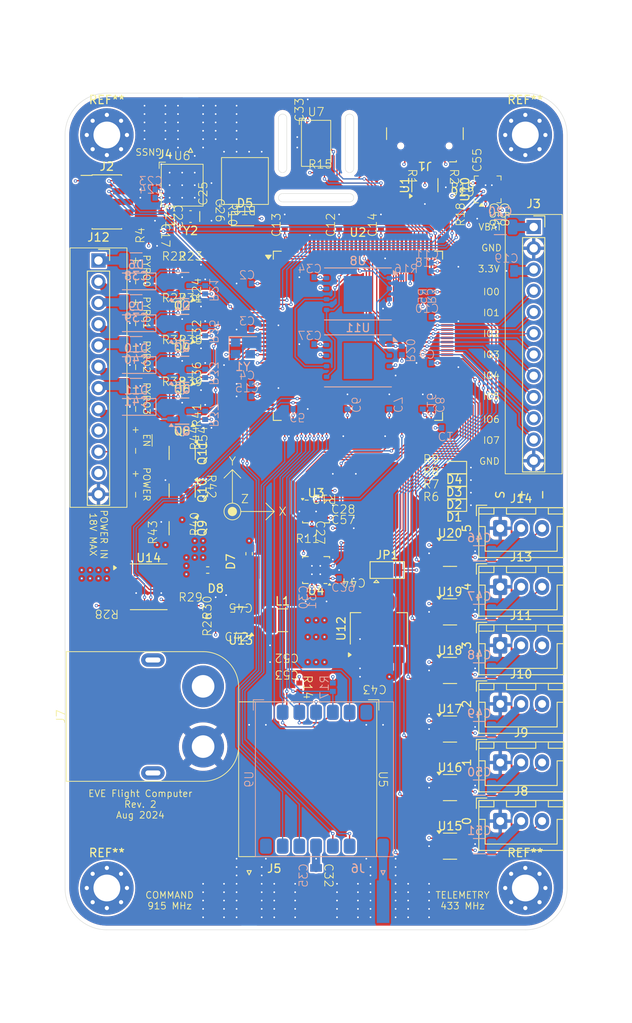
<source format=kicad_pcb>
(kicad_pcb (version 20240108) (generator "pcbnew") (generator_version "8.0")
  (layers (0 "F.Cu" mixed) (1 "In1.Cu" power) (2 "In2.Cu" mixed) (3 "In3.Cu" power) (4 "In4.Cu" power) (31 "B.Cu" mixed) (34 "B.Paste" user) (35 "F.Paste" user) (36 "B.SilkS" user "B.Silkscreen") (37 "F.SilkS" user "F.Silkscreen") (38 "B.Mask" user) (39 "F.Mask" user) (44 "Edge.Cuts" user))
  (net 0 "")
  (net 1 "GND")
  (net 2 "Net-(BT1-+)")
  (net 3 "+BATT")
  (net 4 "Net-(U13-BST)")
  (net 5 "Net-(U13-SW)")
  (net 6 "+3.3V")
  (net 7 "MCU_~{RST}")
  (net 8 "~{ENABLE}")
  (net 9 "+VSW")
  (net 10 "Net-(JP1-A)")
  (net 11 "Net-(D1-A)")
  (net 12 "VBUS")
  (net 13 "Net-(D3-A)")
  (net 14 "Net-(D4-A)")
  (net 15 "Net-(D6-K)")
  (net 16 "MCU_SWCLK")
  (net 17 "MCU_SWDIO")
  (net 18 "IO2")
  (net 19 "IO5")
  (net 20 "IO4")
  (net 21 "IO0")
  (net 22 "IO3")
  (net 23 "IO6")
  (net 24 "IO1")
  (net 25 "Net-(J5-In)")
  (net 26 "Net-(D7-K)")
  (net 27 "Net-(J8-Pin_3)")
  (net 28 "Net-(J9-Pin_3)")
  (net 29 "Net-(J10-Pin_3)")
  (net 30 "Net-(J11-Pin_3)")
  (net 31 "Net-(J12-Pin_2)")
  (net 32 "Net-(JP1-C)")
  (net 33 "PYRO_EN")
  (net 34 "PYRO0_~{CONT}")
  (net 35 "PYRO0_FIRE")
  (net 36 "PYRO1_~{CONT}")
  (net 37 "PYRO1_FIRE")
  (net 38 "PYRO2_~{CONT}")
  (net 39 "PYRO2_FIRE")
  (net 40 "PYRO3_~{CONT}")
  (net 41 "Net-(Q10-G)")
  (net 42 "PYRO3_FIRE")
  (net 43 "PWR_SDA")
  (net 44 "PWR_SCL")
  (net 45 "Net-(J6-In)")
  (net 46 "LED_RED")
  (net 47 "LED_GREEN")
  (net 48 "LED_BLUE")
  (net 49 "LED_YELLOW")
  (net 50 "Net-(J12-Pin_8)")
  (net 51 "Net-(U10-CAP)")
  (net 52 "IMU_~{CS}")
  (net 53 "HGAC_~{CS}")
  (net 54 "MAG_SCL")
  (net 55 "MAG_SDA")
  (net 56 "ALT_~{CS}")
  (net 57 "MEM0_~{CS}")
  (net 58 "MEM1_~{CS}")
  (net 59 "GNSS_TX")
  (net 60 "GNSS_RX")
  (net 61 "IMU_SCK")
  (net 62 "IMU_MISO")
  (net 64 "IMU_MOSI")
  (net 65 "MAG_INT")
  (net 66 "HGAC_MOSI")
  (net 67 "HGAC_SCK")
  (net 69 "HGAC_MISO")
  (net 70 "ALT_SCK")
  (net 71 "ALT_MOSI")
  (net 72 "ALT_MISO")
  (net 73 "COM_MOSI")
  (net 74 "COM_SCK")
  (net 75 "Net-(J12-Pin_6)")
  (net 76 "Net-(J12-Pin_4)")
  (net 77 "COM_MISO")
  (net 78 "Net-(J13-Pin_3)")
  (net 79 "MEM_MOSI")
  (net 80 "MEM_MISO")
  (net 81 "MEM_SCK")
  (net 82 "USB_D-")
  (net 83 "USB_D+")
  (net 84 "COM0_~{CS}")
  (net 85 "SERVO0")
  (net 86 "SERVO1")
  (net 87 "SERVO2")
  (net 88 "SERVO3")
  (net 89 "SERVO4")
  (net 90 "SERVO5")
  (net 92 "IO7")
  (net 93 "Net-(U2B-VCAP1)")
  (net 94 "Net-(U2B-VCAP2)")
  (net 95 "Net-(D2-A)")
  (net 96 "Net-(D5-K)")
  (net 97 "COM1_~{CS}")
  (net 101 "Net-(J1-D+-PadA6)")
  (net 102 "Net-(J1-D--PadA7)")
  (net 103 "Net-(J1-CC1)")
  (net 104 "Net-(J1-CC2)")
  (net 111 "Net-(J4-In)")
  (net 112 "Net-(U13-FB)")
  (net 113 "COM0_D1")
  (net 114 "COM1_D1")
  (net 115 "Net-(J14-Pin_3)")
  (net 116 "Net-(Q10-D)")
  (net 117 "Net-(U2C-PA9)")
  (net 134 "COM1_D0")
  (net 136 "Net-(U2F-PH0)")
  (net 146 "COM0_D0")
  (net 149 "COM1_~{RST}")
  (net 153 "COM0_~{RST}")
  (net 178 "Net-(U6-RTC_O)")
  (net 182 "Net-(U6-RTC_I)")
  (net 201 "Net-(J12-Pin_11)")
  (net 202 "Net-(D9-K)")
  (net 203 "Net-(D10-K)")
  (net 204 "Net-(D11-K)")
  (net 210 "IMU_INT1")
  (net 211 "IMU_INT2")
  (footprint "Diode_SMD:D_0603_1608Metric" (layer "F.Cu") (at 141.5 92.75 180)
    (property "Reference" "D2")
    (property "Value" "Green")
  )
  (footprint "Package_TO_SOT_SMD:SOT-23-3" (layer "F.Cu") (at 109 83 180)
    (property "Reference" "Q8")
    (property "Value" "DMG3402L")
  )
  (footprint "Connector_PinSocket_2.54mm:PinSocket_1x12_P2.54mm_Vertical" (layer "F.Cu") (at 151 61)
    (property "Reference" "J3")
    (property "Value" "GPIO")
  )
  (footprint "kicad-egglib:ML414H" (layer "F.Cu") (at 116.5 55.5 180)
    (property "Reference" "BT1")
    (property "Value" "ML414H")
  )
  (footprint "kicad-egglib:0402_1005M" (layer "F.Cu") (at 138.75 94.25)
    (property "Reference" "R6")
    (property "Value" "1k")
  )
  (footprint "Package_QFP:LQFP-144_20x20mm_P0.5mm" (layer "F.Cu") (at 130 74)
    (property "Reference" "U2")
    (property "Value" "STM32H733ZGT6")
  )
  (footprint "Package_TO_SOT_SMD:SOT-23-6" (layer "F.Cu") (at 141 114)
    (property "Reference" "U18")
    (property "Value" "SN74LVC1T45DBV")
  )
  (footprint "kicad-egglib:0402_1005M" (layer "F.Cu") (at 113 106.5 90)
    (property "Reference" "R30")
    (property "Value" "3.3k")
  )
  (footprint "kicad-egglib:0402_1005M" (layer "F.Cu") (at 128.25 95.75)
    (property "Reference" "C28")
    (property "Value" "100nF")
  )
  (footprint "Package_TO_SOT_SMD:SOT-23-3" (layer "F.Cu") (at 109 88 -90)
    (property "Reference" "Q11")
    (property "Value" "DMP3099L")
  )
  (footprint "kicad-egglib:XT60PW-M" (layer "F.Cu") (at 105.5 119.5 90)
    (property "Reference" "J7")
    (property "Value" "XT-60")
  )
  (footprint "kicad-egglib:0402_1005M" (layer "F.Cu") (at 143.25 59.5 90)
    (property "Reference" "R18")
    (property "Value" "1k")
  )
  (footprint "kicad-egglib:0402_1005M" (layer "F.Cu") (at 112.5 86.25 90)
    (property "Reference" "C54")
    (property "Value" "100nF")
  )
  (footprint "Diode_SMD:D_Powermite_AK" (layer "F.Cu") (at 113 102 180)
    (property "Reference" "D8")
    (property "Value" "UPS115UE3")
  )
  (footprint "kicad-egglib:0402_1005M" (layer "F.Cu") (at 127.75 60.75 90)
    (property "Reference" "C12")
    (property "Value" "100nF")
  )
  (footprint "Connector_JST:JST_XH_B3B-XH-A_1x03_P2.50mm_Vertical" (layer "F.Cu") (at 147 97)
    (property "Reference" "J14")
    (property "Value" "SERVO")
  )
  (footprint "kicad-egglib:0402_1005M" (layer "F.Cu") (at 111.75 78.5 90)
    (property "Reference" "R36")
    (property "Value" "10k")
  )
  (footprint "kicad-egglib:0402_1005M" (layer "F.Cu") (at 138.75 91.25)
    (property "Reference" "R8")
    (property "Value" "1k")
  )
  (footprint "kicad-egglib:0402_1005M" (layer "F.Cu") (at 110 65.5)
    (property "Reference" "R23")
    (property "Value" "10k")
  )
  (footprint "kicad-egglib:0402_1005M" (layer "F.Cu") (at 112.5 57 90)
    (property "Reference" "C25")
    (property "Value" "100nF")
  )
  (footprint "kicad-egglib:0402_1005M" (layer "F.Cu") (at 111.75 83.5 90)
    (property "Reference" "R41")
    (property "Value" "10k")
  )
  (footprint "Package_LGA:LGA-14_3x2.5mm_P0.5mm_LayoutBorder3x4y" (layer "F.Cu") (at 125 95)
    (property "Reference" "U3")
    (property "Value" "ASM330LHB")
  )
  (footprint "kicad-egglib:0402_1005M" (layer "F.Cu") (at 111.5 96.5 90)
    (property "Reference" "R40")
    (property "Value" "10k")
  )
  (footprint "Package_TO_SOT_SMD:SOT-23-6" (layer "F.Cu") (at 141 107)
    (property "Reference" "U19")
    (property "Value" "SN74LVC1T45DBV")
  )
  (footprint "Package_TO_SOT_SMD:SOT-23-3" (layer "F.Cu") (at 109 97 -90)
    (property "Reference" "Q9")
    (property "Value" "DMP3099L")
  )
  (footprint "Package_TO_SOT_SMD:SOT-23-3" (layer "F.Cu") (at 109 68 180)
    (property "Reference" "Q2")
    (property "Value" "DMG3402L")
  )
  (footprint "Package_TO_SOT_SMD:SOT-23-3" (layer "F.Cu") (at 109 73 180)
    (property "Reference" "Q4")
    (property "Value" "DMG3402L")
  )
  (footprint "Jumper:SolderJumper-3_P1.3mm_Open_Pad1.0x1.5mm" (layer "F.Cu") (at 133.5 102)
    (property "Reference" "JP1")
    (property "Value" "VSEL")
  )
  (footprint "Diode_SMD:D_0603_1608Metric" (layer "F.Cu") (at 141.5 94.25 180)
    (property "Reference" "D1")
    (property "Value" "Red")
  )
  (footprint "kicad-egglib:0402_1005M" (layer "F.Cu") (at 142.5 57.25)
    (property "Reference" "R19")
    (property "Value" "1k")
  )
  (footprint "Package_LGA:LGA-16_3x3mm_P0.5mm_LayoutBorder3x5y" (layer "F.Cu") (at 125 102 180)
    (property "Reference" "U4")
    (property "Value" "H3LIS331DL")
  )
  (footprint "kicad-egglib:0402_1005M" (layer "F.Cu") (at 105 62 90)
    (property "Reference" "R4")
    (property "Value" "100k")
  )
  (footprint "MountingHole:MountingHole_3.2mm_M3_Pad_Via" (layer "F.Cu") (at 150 140)
    (property "Reference" "REF**")
    (property "Value" "MountingHole_3.2mm_M3_Pad_Via")
  )
  (footprint "kicad-egglib:0402_1005M" (layer "F.Cu") (at 126 92.5 180)
    (property "Reference" "R12")
    (property "Value" "100k")
  )
  (footprint "kicad-egglib:0805_2012M" (layer "F.Cu") (at 129.5 102 180)
    (property "Reference" "C44")
    (property "Value" "10uF")
  )
  (footprint "Connector_Coaxial:SMA_Amphenol_132289_EdgeMount" (layer "F.Cu") (at 117 141.6375 -90)
    (property "Reference" "J5")
    (property "Value" "SMA")
  )
  (footprint "MountingHole:MountingHole_3.2mm_M3_Pad_Via" (layer "F.Cu") (at 100 50)
    (property "Reference" "REF**")
    (property "Value" "MountingHole_3.2mm_M3_Pad_Via")
  )
  (footprint "Diode_SMD:D_SOD-323" (layer "F.Cu") (at 116.5 60)
    (property "Reference" "D5")
    (property "Value" "PMEG4005EJ")
  )
  (footprint "Diode_SMD:D_Powermite_AK" (layer "F.Cu") (at 117 101 90)
    (property "Reference" "D7")
    (property "Value" "UPS115UE3")
  )
  (footprint "kicad-egglib:0402_1005M" (layer "F.Cu") (at 140.5 55 -90)
    (property "Reference" "R2")
    (property "Value" "5.1k")
  )
  (footprint "Connector_JST:JST_XH_B3B-XH-A_1x03_P2.50mm_Vertical" (layer "F.Cu") (at 147 104)
    (property "Reference" "J13")
    (property "Value" "SERVO")
  )
  (footprint "kicad-egglib:0805_2012M" (layer "F.Cu") (at 125 138.5 -90)
    (property "Reference" "C32")
    (property "Value" "10uF")
  )
  (footprint "Inductor_SMD:L_1210_3225Metric" (layer "F.Cu") (at 121 108)
    (property "Reference" "L1")
    (property "Value" "4.7uH")
  )
  (footprint "kicad-egglib:0402_1005M" (layer "F.Cu") (at 106.5 97.5 90)
    (property "Reference" "R43")
    (property "Value" "10k")
  )
  (footprint "kicad-egglib:RFM9xW-xxxS2" (layer "F.Cu") (at 124 127 -90)
    (property "Reference" "U5")
    (property "Value" "RFM95W-915S2")
  )
  (footprint "kicad-egglib:ZOE-M8Q" (layer "F.Cu") (at 109 56)
    (property "Reference" "U6")
    (property "Value" "ZOE-M8Q")
  )
  (footprint "kicad-egglib:0402_1005M" (layer "F.Cu") (at 132.75 60.75 90)
    (property "Reference" "C14")
    (property "Value" "100nF")
  )
  (footprint "kicad-egglib:0805_2012M" (layer "F.Cu") (at 132 114.75 180)
    (property "Reference" "C43")
    (property "Value" "10uF")
  )
  (footprint "kicad-egglib:0402_1005M" (layer "F.Cu") (at 113 108.5 90)
    (property "Reference" "R26")
    (property "Value" "10k")
  )
  (footprint "MountingHole:MountingHole_3.2mm_M3_Pad_Via" (layer "F.Cu") (at 150 50)
    (property "Reference" "REF**")
    (property "Value" "MountingHole_3.2mm_M3_Pad_Via")
  )
  (footprint "kicad-egglib:0402_1005M" (layer "F.Cu") (at 138.75 92.75)
    (property "Reference" "R7")
    (property "Value" "1k")
  )
  (footprint "Package_LGA:LGA-16_3x3mm_P0.5mm" (layer "F.Cu") (at 145.5 56.5 90)
    (property "Reference" "U10")
    (property "Value" "MMC5983MA")
  )
  (footprint "Diode_SMD:D_0603_1608Metric" (layer "F.Cu") (at 141.5 91.25 180)
    (property "Reference" "D3")
    (property "Value" "Blue")
  )
  (footprint "kicad-egglib:0402_1005M" (layer "F.Cu") (at 110 80.5)
    (property "Reference" "R39")
    (property "Value" "10k")
  )
  (footprint "kicad-egglib:0402_1005M" (layer "F.Cu") (at 108 70.5)
    (property "Reference" "R27")
    (property "Value" "1k")
  )
  (footprint "Connector_JST:JST_XH_B3B-XH-A_1x03_P2.50mm_Vertical" (layer "F.Cu") (at 147 132)
    (property "Reference" "J8")
    (property "Value" "SERVO")
  )
  (footprint "Package_TO_SOT_SMD:SOT-23-3" (layer "F.Cu") (at 109 78 180)
    (property "Reference" "Q6")
    (property "Value" "DMG3402L")
  )
  (footprint "kicad-egglib:0402_1005M" (layer "F.Cu") (at 106 62 -90)
    (property "Reference" "C17")
    (property "Value" "100nF")
  )
  (footprint "kicad-egglib:0402_1005M" (layer "F.Cu") (at 100 106.25 180)
    (property "Reference" "R28")
    (property "Value" "1k")
  )
  (footprint "kicad-egglib:Axis1" (layer "F.Cu") (at 115 95)
    (property "Reference" "REF**" (hide yes))
    (property "Value" "Axis1" (hide yes))
  )
  (footprint "kicad-egglib:0402_1005M" (layer "F.Cu") (at 115.5 111)
    (property "Reference" "C42")
    (property "Value" "100nF")
  )
  (footprint "kicad-egglib:0402_1005M" (layer "F.Cu") (at 123 116 -90)
    (property "Reference" "R14")
    (property "Value" "100k")
  )
  (footprint "MountingHole:MountingHole_3.2mm_M3_Pad_Via" (layer "F.Cu") (at 100 140)
    (property "Reference" "REF**")
    (property "Value" "MountingHole_3.2mm_M3_Pad_Via")
  )
  (footprint "kicad-egglib:0805_2012M" (layer "F.Cu") (at 121.5 111 180)
    (property "Reference" "C52")
    (property "Value" "22uF")
  )
  (footprint "kicad-egglib:0402_1005M" (layer "F.Cu") (at 142.5 55.75 180)
    (property "Reference" "C36")
    (property "Value" "100nF")
  )
  (footprint "Connector_PinHeader_1.27mm:PinHeader_2x05_P1.27mm_Vertical_SMD" (layer "F.Cu") (at 100 58)
    (property "Reference" "J2")
    (property "Value" "ARM Cortex Debug")
  )
  (footprint "Package_TO_SOT_SMD:SOT-23-6" (layer "F.Cu") (at 141 135)
    (property "Reference" "U15")
    (property "Value" "SN74LVC1T45DBV")
  )
  (footprint "Package_TO_SOT_SMD:SOT-23-6" (layer "F.Cu") (at 141 128)
    (property "Reference" "U16")
    (property "Value" "SN74LVC1T45DBV")
  )
  (footprint "Package_TO_SOT_SMD:SOT-23-6" (layer "F.Cu") (at 141 121)
    (property "Reference" "U17")
    (property "Value" "SN74LVC1T45DBV")
  )
  (footprint "kicad-egglib:0402_1005M" (layer "F.Cu") (at 125.5 54.5)
    (property "Reference" "R15")
    (property "Value" "100k")
  )
  (footprint "Diode_SMD:D_0603_1608Metric" (layer "F.Cu") (at 141.5 89.75 180)
    (property "Reference" "D4")
    (property "Value" "Yellow")
  )
  (footprint "Package_TO_SOT_SMD:SOT-223-3_TabPin2" (layer "F.Cu") (at 132.5 109 90)
    (property "Reference" "U12")
    (property "Value" "LDL1117")
  )
  (footprint "kicad-egglib:0402_1005M" (layer "F.Cu") (at 108 75.5)
    (property "Reference" "R34")
    (property "Value" "1k")
  )
  (footprint "Package_TO_SOT_SMD:SOT-23-6" (layer "F.Cu") (at 116 108 180)
    (property "Reference" "U13")
    (property "Value" "AP62200WU")
  )
  (footprint "kicad-egglib:0402_1005M" (layer "F.Cu") (at 121.25 60.75 90)
    (property "Reference" "C13")
    (property "Value" "100nF")
  )
  (footprint "kicad-egglib:0402_1005M" (layer "F.Cu") (at 124.5 97.5 -90)
    (property "Reference" "C27")
    (property "Value" "100nF")
  )
  (footprint "kicad-egglib:0402_1005M" (layer "F.Cu") (at 135.5 55 -90)
    (property "Reference" "R1")
    (property "Value" "5.1k")
  )
  (footprint "kicad-egglib:0402_1005M" (layer "F.Cu") (at 124 47 90)
    (property "Reference" "C33")
    (property "Value" "100nF")
  )
  (footprint "kicad-egglib:0402_1005M" (layer "F.Cu") (at 111.5 92 -90)
    (property "Reference" "R42")
    (property "Value" "10k")
  )
  (footprint "Connector_JST:JST_XH_B3B-XH-A_1x03_P2.50mm_Vertical" (layer "F.Cu") (at 147 111)
    (property "Reference" "J11")
    (property "Value" "SERVO")
  )
  (footprint "Connector_Coaxial:SMA_Amphenol_132289_EdgeMount" (layer "F.Cu") (at 110 48.3625 90)
    (property "Reference" "J4")
    (property "Value" "SMA")
  )
  (footprint "kicad-egglib:0402_1005M" (layer "F.Cu") (at 128.25 97)
    (property "Reference" "C57")
    (property "Value" "4.7uF")
  )
  (footprint "kicad-egglib:0402_1005M" (layer "F.Cu") (at 111.75 73.5 90)
    (property "Reference" "R32")
    (property "Value" "10k")
  )
  (footprint "kicad-egglib:0402_1005M" (layer "F.Cu") (at 106.5 59.75 -90)
    (property "Reference" "C21")
    (property "Value" "100nF")
  )
  (footprint "Package_TO_SOT_SMD:SOT-23-6" (layer "F.Cu") (at 141 100)
    (property "Reference" "U20")
    (property "Value" "SN74LVC1T45DBV")
  )
  (footprint "kicad-egglib:0402_1005M" (layer "F.Cu") (at 110 75.5)
    (property "Reference" "R35")
    (property "Value" "10k")
  )
  (footprint "kicad-egglib:0402_1005M" (layer "F.Cu") (at 108 80.5)
    (property "Reference" "R38")
    (property "Value" "1k")
  )
  (footprint "kicad-egglib:0805_2012M" (layer "F.Cu") (at 116 105 180)
    (property "Reference" "C45")
    (property "Value" "10uF")
  )
  (footprint "Connector_USB:USB_C_Receptacle_GCT_USB4110" (layer "F.Cu") (at 138 48.7 180)
    (property "Reference" "J1")
    (property "Value" "USB4110")
  )
  (footprint "kicad-egglib:0805_2012M" (layer "F.Cu") (at 145.75 53 90)
    (property "Reference" "C55")
    (property "Value" "10uF")
  )
  (footprint "kicad-egglib:0402_1005M" (layer "F.Cu") (at 107.5 59.75 -90)
    (property "Reference" "C22")
    (property "Value" "100nF")
  )
  (footprint "kicad-egglib:0402_1005M" (layer "F.Cu") (at 108 65.5)
    (property "Reference" "R22")
    (property "Value" "1k")
  )
  (footprint "kicad-egglib:0402_1005M" (layer "F.Cu") (at 110 70.5)
    (property "Reference" "R31")
    (property "Value" "10k")
  )
  (footprint "kicad-egglib:0402_1005M" (layer "F.Cu") (at 110 106.25)
    (property "Reference" "R29")
    (property "Value" "1k")
  )
  (footprint "kicad-egglib:0805_2012M" (layer "F.Cu") (at 121.5 113 180)
    (property "Reference" "C53")
    (property "Value" "22uF")
  )
  (footprint "Connector_PinSocket_2.54mm:PinSocket_1x12_P2.54mm_Vertical" (layer "F.Cu") (at 99 65)
    (property "Reference" "J12")
    (property "Value" "PYRO")
  )
  (footprint "kicad-egglib:0402_1005M" (layer "F.Cu") (at 114 59.5 -90)
    (property "Reference" "R10")
    (property "Value" "3.3k")
  )
  (footprint "kicad-egglib:0402_1005M" (layer "F.Cu") (at 111.75 68.5 90)
    (property "Reference" "R24")
    (property "Value" "10k")
  )
  (footprint "kicad-egglib:0402_1005M" (layer "F.Cu") (at 145.25 59.5 -90)
    (property "Reference" "C56")
    (property "Value" "100nF")
  )
  (footprint "Package_TO_SOT_SMD:SOT-23-3" (layer "F.Cu") (at 109 92.5 -90)
    (property "Reference" "Q10")
    (property "Value" "DMG3402L")
  )
  (footprint "kicad-egglib:0402_1005M" (layer "F.Cu") (at 138.75 89.75)
    (property "Reference" "R9")
    (property "Value" "1k")
  )
  (footprint "kicad-egglib:0402_1005M" (layer "F.Cu") (at 146.5 59.5 -90)
    (property "Reference" "C58")
    (property "Value" "4.7uF")
  )
  (footprint "kicad-egglib:0402_1005M" (layer "F.Cu") (at 124 99.25)
    (property "Reference" "R11")
    (property "Value" "100k")
  )
  (footprint "Package_TO_SOT_SMD:SOT-23-6" (layer "F.Cu") (at 138 56 90)
    (property "Reference" "U1")
    (property "Value" "USBLC6-2SC6")
  )
  (footprint "Connector_JST:JST_XH_B3B-XH-A_1x03_P2.50mm_Vertical" (layer "F.Cu") (at 147 118)
    (property "Reference" "J10")
    (property "Value" "SERVO")
  )
  (footprint "kicad-egglib:0402_1005M" (layer "F.Cu") (at 111.5 86.25 90)
    (property "Reference" "R44")
    (property "Value" "10k")
  )
  (footprint "Crystal:Crystal_SMD_MicroCrystal_CM9V-T1A-2Pin_1.6x1.0mm" (layer "F.Cu") (at 110 59.75 180)
    (property "Reference" "Y2")
    (property "Value" "32.768kHz")
  )
  (footprint "Package_SO:TSSOP-16_4.4x5mm_P0.65mm" (layer "F.Cu") (at 105 104)
    (property "Reference" "U14")
    (property "Value" "INA260")
  )
  (footprint "kicad-egglib:MS5607-02BA" (layer "F.Cu") (at 125 51)
    (property "Reference" "U7")
    (property "Value" "MS560702BA03-50")
  )
  (footprint "kicad-egglib:0402_1005M" (layer "F.Cu") (at 112.5 59 -90)
    (property "Reference" "C26")
    (property "Value" "4.7uF")
  )
  (footprint "Connector_JST:JST_XH_B3B-XH-A_1x03_P2.50mm_Vertical" (layer "F.Cu") (at 147 125)
    (property "Reference" "J9")
    (property "Value" "SERVO")
  )
  (footprint "Capacitor_SMD:C_1206_3216Metric" (layer "B.Cu") (at 147 61 180)
    (property "Reference" "C20")
    (property "Value" "47uF")
  )
  (footprint "kicad-egglib:0402_1005M" (layer "B.Cu") (at 124.5 105.25 -90)
    (property "Reference" "C30")
    (property "Value" "100nF")
  )
  (footprint "kicad-egglib:0402_1005M" (layer "B.Cu") (at 127 116 -90)
    (property "Reference" "R17")
    (property "Value" "100k")
  )
  (footprint "kicad-egglib:0402_1005M" (layer "B.Cu") (at 138.25 65.25 180)
    (property "Reference" "C11")
    (property "Value" "100nF")
  )
  (footprint "kicad-egglib:0402_1005M" (layer "B.Cu") (at 116.75 67.75 180)
    (property "Reference" "C2")
    (property "Value" "100nF")
  )
  (footprint "Capacitor_SMD:C_1206_3216Metric" (layer "B.Cu") (at 144.5 121 180)
    (property "Reference" "C49")
    (property "Value" "47uF")
  )
  (footprint "Crystal:Crystal_SMD_2520-4Pin_2.5x2.0mm" (layer "B.Cu") (at 116.25 75.5)
    (property "Reference" "Y1")
    (property "Value" "48MHz")
  )
  (footprint "Package_TO_SOT_SMD:SOT-23-3" (layer "B.Cu") (at 109 78)
    (property "Reference" "Q5")
    (property "Value" "DMG3402L")
  )
  (footprint "kicad-egglib:0402_1005M" (layer "B.Cu") (at 138.25 77.25 180)
    (property "Reference" "C9")
    (property "Value" "100nF")
  )
  (footprint "kicad-egglib:0402_1005M" (layer "B.Cu") (at 138.75 69.25 -90)
    (property "Reference" "R5")
    (property "Value" "82k")
  )
  (footprint "Capacitor_SMD:C_1206_3216Metric" (layer "B.Cu") (at 144.5 128 180)
    (property "Reference" "C50")
    (property "Value" "47uF")
  )
  (footprint "kicad-egglib:0402_1005M" (layer "B.Cu") (at 125.5 105.25 -90)
    (property "Reference" "C31")
    (property "Value" "100nF")
  )
  (footprint "Capacitor_SMD:C_1206_3216Metric" (layer "B.Cu") (at 144.5 107 180)
    (property "Reference" "C47")
    (property "Value" "47uF")
  )
  (footprint "kicad-egglib:0402_1005M" (layer "B.Cu") (at 116.75 79.75 180)
    (property "Reference" "C4")
    (property "Value" "100nF")
  )
  (footprint "Capacitor_SMD:C_1206_3216Metric" (layer "B.Cu") (at 103.5 80)
    (property "Reference" "C41")
    (property "Value" "47uF")
  )
  (footprint "kicad-egglib:0402_1005M" (layer "B.Cu") (at 111.75 68.5 90)
    (property "Reference" "R21")
    (property "Value" "10k")
  )
  (footprint "kicad-egglib:RFM9xW-xxxS2" (layer "B.Cu") (at 126 127 -90)
    (property "Reference" "U9")
    (property "Value" "RFM96W-433S2")
  )
  (footprint "kicad-egglib:0402_1005M" (layer "B.Cu") (at 128.25 103)
    (property "Reference" "C29")
    (property "Value" "100nF")
  )
  (footprint "kicad-egglib:0402_1005M" (layer "B.Cu") (at 128.75 82.25 90)
    (property "Reference" "C6")
    (property "Value" "100nF")
  )
  (footprint "kicad-egglib:0402_1005M" (layer "B.Cu") (at 111.75 78.5 90)
    (property "Reference" "R33")
    (property "Value" "10k")
  )
  (footprint "Capacitor_SMD:C_1206_3216Metric" (layer "B.Cu") (at 103.5 70)
    (property "Reference" "C39")
    (property "Value" "47uF")
  )
  (footprint "Diode_SMD:D_SOD-123" (layer "B.Cu") (at 103.5 77.5 180)
    (property "Reference" "D10")
    (property "Value" "11V")
  )
  (footprint "Capacitor_SMD:C_1206_3216Metric" (layer "B.Cu") (at 103.5 75)
    (property "Reference" "C40")
    (property "Value" "47uF")
  )
  (footprint "kicad-egglib:0402_1005M" (layer "B.Cu") (at 111.75 73.5 90)
    (property "Reference" "R25")
    (property "Value" "10k")
  )
  (footprint "Package_SON:WSON-8-1EP_8x6mm_P1.27mm_EP3.4x4.3mm" (layer "B.Cu") (at 130 69 180)
    (property "Reference" "U8")
    (property "Value" "W25N01GVZEIG")
  )
  (footprint "Diode_SMD:D_SOD-123" (layer "B.Cu") (at 103.5 72.5 180)
    (property "Reference" "D9")
    (property "Value" "11V")
  )
  (footprint "kicad-egglib:0402_1005M" (layer "B.Cu") (at 122.75 82.75)
    (property "Reference" "C5")
    (property "Value" "100nF")
  )
  (footprint "kicad-egglib:0402_1005M" (layer "B.Cu") (at 135.75 67 180)
    (property "Reference" "R16")
    (property "Value" "100k")
  )
  (footprint "kicad-egglib:0805_2012M" (layer "B.Cu") (at 125 138.5 -90)
    (property "Reference" "C35")
    (property "Value" "10uF")
  )
  (footprint "Connector_Coaxial:SMA_Amphenol_132289_EdgeMount" (layer "B.Cu") (at 133 141.6375 -90)
    (property "Reference" "J6")
    (property "Value" "SMA")
  )
  (footprint "kicad-egglib:0402_1005M" (layer "B.Cu") (at 105.25 57.5 180)
    (property "Reference" "C24")
    (property "Value" "100nF")
  )
  (footprint "kicad-egglib:0402_1005M" (layer "B.Cu") (at 138.75 82.25 90)
    (property "Reference" "C8")
    (property "Value" "100nF")
  )
  (footprint "kicad-egglib:0402_1005M" (layer "B.Cu") (at 105.25 56.5 180)
    (property "Reference" "C23")
    (property "Value" "100nF")
  )
  (footprint "Capacitor_SMD:C_1206_3216Metric" (layer "B.Cu") (at 144.5 100 180)
    (property "Reference" "C46")
    (property "Value" "47uF")
  )
  (footprint "Package_TO_SOT_SMD:SOT-23-3" (layer "B.Cu") (at 109 73)
    (property "Reference" "Q3")
    (property "Value" "DMG3402L")
  )
  (footprint "kicad-egglib:0402_1005M" (layer "B.Cu") (at 138.25 71.75 180)
    (property "Reference" "C10")
    (property "Value" "100nF")
  )
  (footprint "kicad-egglib:0402_1005M" (layer "B.Cu") (at 135.25 75.75 90)
    (property "Reference" "R20")
    (property "Value" "100k")
  )
  (footprint "Capacitor_SMD:C_1206_3216Metric" (layer "B.Cu") (at 144.5 135 180)
    (property "Reference" "C51")
    (property "Value" "47uF")
  )
  (footprint "kicad-egglib:0402_1005M" (layer "B.Cu") (at 116.75 81.25 180)
    (property "Reference" "C15")
    (property "Value" "100nF")
  )
  (footprint "Package_TO_SOT_SMD:SOT-23-3" (layer "B.Cu") (at 109 83)
    (property "Reference" "Q7")
    (property "Value" "DMG3402L")
  )
  (footprint "Package_TO_SOT_SMD:SOT-23-3" (layer "B.Cu") (at 109 68)
    (property "Reference" "Q1")
    (property "Value" "DMG3402L")
  )
  (footprint "Diode_SMD:D_SOD-123" (layer "B.Cu") (at 103.5 82.5 180)
    (property "Reference" "D11")
    (property "Value" "11V")
  )
  (footprint "kicad-egglib:0402_1005M" (layer "B.Cu") (at 138.25 66.25 180)
    (property "Reference" "C18")
    (property "Value" "2.2uF")
  )
  (footprint "kicad-egglib:0402_1005M" (layer "B.Cu") (at 111.75 83.5 90)
    (property "Reference" "R37")
    (property "Value" "10k")
  )
  (footprint "kicad-egglib:0402_1005M" (layer "B.Cu") (at 116.75 73.25 180)
    (property "Reference" "C3")
    (property "Value" "100nF")
  )
  (footprint "kicad-egglib:0805_2012M" (layer "B.Cu") (at 147.75 66.25 180)
    (property "Reference" "C19")
    (property "Value" "10uF")
  )
  (footprint "Package_SON:WSON-8-1EP_8x6mm_P1.27mm_EP3.4x4.3mm" (layer "B.Cu") (at 130 77 180)
    (property "Reference" "U11")
    (property "Value" "W25N01GVZEIG")
  )
  (footprint "Diode_SMD:D_SOD-123" (layer "B.Cu") (at 103.5 67.5 180)
    (property "Reference" "D6")
    (property "Value" "11V")
  )
  (footprint "kicad-egglib:0402_1005M" (layer "B.Cu") (at 137.75 82.25 90)
    (property "Reference" "C16")
    (property "Value" "2.2uF")
  )
  (footprint "kicad-egglib:0402_1005M" (layer "B.Cu") (at 140.5 85)
    (property "Reference" "C1")
    (property "Value" "4.7uF")
  )
  (footprint "kicad-egglib:0402_1005M" (layer "B.Cu") (at 133.75 82.25 90)
    (property "Reference" "C7")
    (property "Value" "100nF")
  )
  (footprint "kicad-egglib:0402_1005M" (layer "B.Cu") (at 124.25 67 180)
    (property "Reference" "C34")
    (property "Value" "100nF")
  )
  (footprint "Capacitor_SMD:C_1206_3216Metric" (layer "B.Cu") (at 103.5 65)
    (property "Reference" "C38")
    (property "Value" "47uF")
  )
  (footprint "kicad-egglib:0402_1005M" (layer "B.Cu") (at 137.75 69.25 90)
    (property "Reference" "R3")
    (property "Value" "33k")
  )
  (footprint "Capacitor_SMD:C_1206_3216Metric" (layer "B.Cu") (at 144.5 114 180)
    (property "Reference" "C48")
    (property "Value" "47uF")
  )
  (footprint "kicad-egglib:0402_1005M" (layer "B.Cu") (at 124.25 75 180)
    (property "Reference" "C37")
    (property "Value" "100nF")
  )
  (gr_rect (start 147.6 59.5) (end 154.4 90.5) (stroke (width 0.1)) (fill none) (layer "F.SilkS"))
  (gr_rect (start 95.6 63.5) (end 102.4 94.5) (stroke (width 0.1)) (fill none) (layer "F.SilkS"))
  (gr_arc (start 129 57) (mid 129.5 57.5) (end 129 58) (stroke (width 0.05)) (layer "Edge.Cuts"))
  (gr_line (start 95 50) (end 95 140) (stroke (width 0.05)) (layer "Edge.Cuts"))
  (gr_arc (start 150 45) (mid 153.535534 46.464466) (end 155 50) (stroke (width 0.05)) (layer "Edge.Cuts"))
  (gr_arc (start 121.5 54) (mid 121 54.5) (end 120.5 54) (stroke (width 0.05)) (layer "Edge.Cuts"))
  (gr_arc (start 155 140) (mid 153.535534 143.535534) (end 150 145) (stroke (width 0.05)) (layer "Edge.Cuts"))
  (gr_line (start 129.5 54) (end 129.5 48) (stroke (width 0.05)) (layer "Edge.Cuts"))
  (gr_line (start 129 57) (end 121 57) (stroke (width 0.05)) (layer "Edge.Cuts"))
  (gr_line (start 128.5 48) (end 128.5 54) (stroke (width 0.05)) (layer "Edge.Cuts"))
  (gr_line (start 155 140) (end 155 50) (stroke (width 0.05)) (layer "Edge.Cuts"))
  (gr_arc (start 95 50) (mid 96.464466 46.464466) (end 100 45) (stroke (width 0.05)) (layer "Edge.Cuts"))
  (gr_line (start 121 58) (end 129 58) (stroke (width 0.05)) (layer "Edge.Cuts"))
  (gr_arc (start 129.5 54) (mid 129 54.5) (end 128.5 54) (stroke (width 0.05)) (layer "Edge.Cuts"))
  (gr_line (start 150 45) (end 100 45) (stroke (width 0.05)) (layer "Edge.Cuts"))
  (gr_arc (start 121 58) (mid 120.5 57.5) (end 121 57) (stroke (width 0.05)) (layer "Edge.Cuts"))
  (gr_arc (start 128.5 48) (mid 129 47.5) (end 129.5 48) (stroke (width 0.05)) (layer "Edge.Cuts"))
  (gr_line (start 120.5 48) (end 120.5 54) (stroke (width 0.05)) (layer "Edge.Cuts"))
  (gr_line (start 121.5 54) (end 121.5 48) (stroke (width 0.05)) (layer "Edge.Cuts"))
  (gr_arc (start 120.5 48) (mid 121 47.5) (end 121.5 48) (stroke (width 0.05)) (layer "Edge.Cuts"))
  (gr_line (start 100 145) (end 150 145) (stroke (width 0.05)) (layer "Edge.Cuts"))
  (gr_arc (start 100 145) (mid 96.464466 143.535534) (end 95 140) (stroke (width 0.05)) (layer "Edge.Cuts"))
  (gr_text "0" (at 143 132 90) (layer "F.SilkS") (effects (font (size 1 1))))
  (gr_text "-" (at 103.5 82.75 270) (layer "F.SilkS") (effects (font (size 0.8 0.8) (thickness 0.1))))
  (gr_text "POWER IN\n18V MAX" (at 99 97.75 -90) (layer "F.SilkS") (effects (font (size 0.8 0.8) (thickness 0.1))))
  (gr_text "IO4" (at 147 78.75 0) (layer "F.SilkS") (effects (font (size 0.8 0.8) (thickness 0.1)) (justify right)))
  (gr_text "+" (at 103.5 65 270) (layer "F.SilkS") (effects (font (size 0.8 0.8) (thickness 0.1))))
  (gr_text "IO7" (at 147 86.5 0) (layer "F.SilkS") (effects (font (size 0.8 0.8) (thickness 0.1)) (justify right)))
  (gr_text "2" (at 143 118 90) (layer "F.SilkS") (effects (font (size 1 1))))
  (gr_text "GNSS" (at 105 52 180) (layer "F.SilkS") (effects (font (size 0.8 0.8) (thickness 0.1))))
  (gr_text "TELEMETRY\n433 MHz" (at 142.5 141.5 0) (layer "F.SilkS") (effects (font (size 0.8 0.8) (thickness 0.1))))
  (gr_text "IO5" (at 147 81.25 0) (layer "F.SilkS") (effects (font (size 0.8 0.8) (thickness 0.1)) (justify right)))
  (gr_text "5" (at 143 97 90) (layer "F.SilkS") (effects (font (size 1 1))))
  (gr_text "IO6" (at 147 84 0) (layer "F.SilkS") (effects (font (size 0.8 0.8) (thickness 0.1)) (justify right)))
  (gr_text "-" (at 103.5 87.75 270) (layer "F.SilkS") (effects (font (size 0.8 0.8) (thickness 0.1))))
  (gr_text "3" (at 143 111 90) (layer "F.SilkS") (effects (font (size 1 1))))
  (gr_text "-" (at 103.5 77.75 270) (layer "F.SilkS") (effects (font (size 0.8 0.8) (thickness 0.1))))
  (gr_text "+" (at 103.5 90.5 270) (layer "F.SilkS") (effects (font (size 0.8 0.8) (thickness 0.1))))
  (gr_text "+" (at 149.5 93 90) (layer "F.SilkS") (effects (font (size 1 1))))
  (gr_text "IO2" (at 147 73.75 0) (layer "F.SilkS") (effects (font (size 0.8 0.8) (thickness 0.1)) (justify right)))
  (gr_text "+" (at 103.5 70 270) (layer "F.SilkS") (effects (font (size 0.8 0.8) (thickness 0.1))))
  (gr_text "+" (at 103.5 75.25 270) (layer "F.SilkS") (effects (font (size 0.8 0.8) (thickness 0.1))))
  (gr_text "+" (at 103.5 80.25 270) (layer "F.SilkS") (effects (font (size 0.8 0.8) (thickness 0.1))))
  (gr_text "PYRO2" (at 104.75 76.5 270) (layer "F.SilkS") (effects (font (size 0.8 0.8) (thickness 0.1))))
  (gr_text "GND" (at 147.25 63.5 0) (layer "F.SilkS") (effects (font (size 0.8 0.8) (thickness 0.1)) (justify right)))
  (gr_text "S" (at 147 93 90) (layer "F.SilkS") (effects (font (size 1 1))))
  (gr_text "-" (at 152 93 90) (layer "F.SilkS") (effects (font (size 1 1))))
  (gr_text "-" (at 103.5 72.5 270) (layer "F.SilkS") (effects (font (size 0.8 0.8) (thickness 0.1))))
  (gr_text "IO0" (at 147 68.75 0) (layer "F.SilkS") (effects (font (size 0.8 0.8) (thickness 0.1)) (justify right)))
  (gr_text "IO3" (at 147 76.25 0) (layer "F.SilkS") (effects (font (size 0.8 0.8) (thickness 0.1)) (justify right)))
  (gr_text "GND" (at 147 89 0) (layer "F.SilkS") (effects (font (size 0.8 0.8) (thickness 0.1)) (justify right)))
  (gr_text "PYRO3" (at 104.75 81.5 270) (layer "F.SilkS") (effects (font (size 0.8 0.8) (thickness 0.1))))
  (gr_text "-" (at 103.5 67.5 270) (layer "F.SilkS") (effects (font (size 0.8 0.8) (thickness 0.1))))
  (gr_text "3.3V" (at 147 66 0) (layer "F.SilkS") (effects (font (size 0.8 0.8) (thickness 0.1)) (justify right)))
  (gr_text "PYRO0" (at 104.75 66.25 270) (layer "F.SilkS") (effects (font (size 0.8 0.8) (thickness 0.1))))
  (gr_text "+" (at 103.5 85.25 270) (layer "F.SilkS") (effects (font (size 0.8 0.8) (thickness 0.1))))
  (gr_text "4" (at 143 104 90) (layer "F.SilkS") (effects (font (size 1 1))))
  (gr_text "IO1" (at 147 71.25 0) (layer "F.SilkS") (effects (font (size 0.8 0.8) (thickness 0.1)) (justify right)))
  (gr_text "1" (at 143 125 90) (layer "F.SilkS") (effects (font (size 1 1))))
  (gr_text "-" (at 103.5 93 270) (layer "F.SilkS") (effects (font (size 0.8 0.8) (thickness 0.1))))
  (gr_text "VBAT" (at 147.25 61 0) (layer "F.SilkS") (effects (font (size 0.8 0.8) (thickness 0.1)) (justify right)))
  (gr_text "COMMAND\n915 MHz" (at 107.5 141.5 0) (layer "F.SilkS") (effects (font (size 0.8 0.8) (thickness 0.1))))
  (gr_text "~{EN}" (at 104.75 86.5 270) (layer "F.SilkS") (effects (font (size 0.8 0.8) (thickness 0.1))))
  (gr_text "POWER" (at 104.75 91.75 270) (layer "F.SilkS") (effects (font (size 0.8 0.8) (thickness 0.1))))
  (gr_text "EVE Flight Computer\nRev. 2\nAug 2024" (at 104 130 0) (layer "F.SilkS") (effects (font (size 0.8 0.8) (thickness 0.1))))
  (gr_text "PYRO1" (at 104.75 71.25 270) (layer "F.SilkS") (effects (font (size 0.8 0.8) (thickness 0.1))))
  (via (at 103.5 104.75) (size 0.4) (drill 0.2) (layers "F.Cu" "B.Cu") (net 1))
  (via (at 123 75) (size 0.4) (drill 0.2) (layers "F.Cu" "B.Cu") (net 1))
  (via (at 115.5 139.5) (size 0.4) (drill 0.2) (layers "F.Cu" "B.Cu") (net 1))
  (via (at 136 140.5) (size 0.4) (drill 0.2) (layers "F.Cu" "B.Cu") (net 1))
  (via (at 122.75 50.25) (size 0.4) (drill 0.2) (layers "F.Cu" "B.Cu") (net 1))
  (via (at 146 56) (size 0.4) (drill 0.2) (layers "F.Cu" "B.Cu") (net 1))
  (via (at 106.5 96.25) (size 0.4) (drill 0.2) (layers "F.Cu" "B.Cu") (net 1))
  (via (at 115.5 49.5) (size 0.4) (drill 0.2) (layers "F.Cu" "B.Cu") (net 1))
  (via (at 127 100.75) (size 0.4) (drill 0.2) (layers "F.Cu" "B.Cu") (net 1))
  (via (at 122.5 143.5) (size 0.4) (drill 0.2) (layers "F.Cu" "B.Cu") (net 1))
  (via (at 127.5 140.5) (size 0.4) (drill 0.2) (layers "F.Cu" "B.Cu") (net 1))
  (via (at 125.5 102.5) (size 0.4) (drill 0.2) (layers "F.Cu" "B.Cu") (net 1))
  (via (at 138.5 141.5) (size 0.4) (drill 0.2) (layers "F.Cu" "B.Cu") (net 1))
  (via (at 144.25 60) (size 0.4) (drill 0.2) (layers "F.Cu" "B.Cu") (net 1))
  (via (at 104.5 50.5) (size 0.4) (drill 0.2) (layers "F.Cu" "B.Cu") (net 1))
  (via (at 123.75 105.75) (size 0.4) (drill 0.2) (layers "F.Cu" "B.Cu") (net 1))
  (via (at 107.5 57.5) (size 0.4) (drill 0.2) (layers "F.Cu" "B.Cu") (net 1))
  (via (at 134.5 142.5) (size 0.4) (drill 0.2) (layers "F.Cu" "B.Cu") (net 1))
  (via (at 106 63.25) (size 0.4) (drill 0.2) (layers "F.Cu" "B.Cu") (net 1))
  (via (at 131.5 139.5) (size 0.4) (drill 0.2) (layers "F.Cu" "B.Cu") (net 1))
  (via (at 111.75 67.25) (size 0.4) (drill 0.2) (layers "F.Cu" "B.Cu") (net 1))
  (via (at 111.75 82.25) (size 0.4) (drill 0.2) (layers "F.Cu" "B.Cu") (net 1))
  (via (at 109 54.5) (size 0.4) (drill 0.2) (layers "F.Cu" "B.Cu") (net 1))
  (via (at 113 50.5) (size 0.4) (drill 0.2) (layers "F.Cu" "B.Cu") (net 1))
  (via (at 115.5 81.25) (size 0.4) (drill 0.2) (layers "F.Cu" "B.Cu") (net 1))
  (via (at 134.5 139.5) (size 0.4) (drill 0.2) (layers "F.Cu" "B.Cu") (net 1))
  (via (at 134.5 137.5) (size 0.4) (drill 0.2) (layers "F.Cu" "B.Cu") (net 1))
  (via (at 138.5 128) (size 0.4) (drill 0.2) (layers "F.Cu" "B.Cu") (net 1))
  (via (at 102.75 72.5) (size 0.4) (drill 0.2) (layers "F.Cu" "B.Cu") (net 1))
  (via (at 111.5 93.25) (size 0.4) (drill 0.2) (layers "F.Cu" "B.Cu") (net 1))
  (via (at 115.5 138.5) (size 0.4) (drill 0.2) (layers "F.Cu" "B.Cu") (net 1))
  (via (at 108.5 46.5) (size 0.4) (drill 0.2) (layers "F.Cu" "B.Cu") (net 1))
  (via (at 111.5 141.5) (size 0.4) (drill 0.2) (layers "F.Cu" "B.Cu") (net 1))
  (via (at 141.25 55.75) (size 0.4) (drill 0.2) (layers "F.Cu" "B.Cu") (net 1))
  (via (at 108.5 50.5) (size 0.4) (drill 0.2) (layers "F.Cu" "B.Cu") (net 1))
  (via (at 109 67) (size 0.4) (drill 0.2) (layers "F.Cu" "B.Cu") (net 1))
  (via (at 114 143.5) (size 0.4) (drill 0.2) (layers "F.Cu" "B.Cu") (net 1))
  (via (at 122.5 140.5) (size 0.4) (drill 0.2) (layers "F.Cu" "B.Cu") (net 1))
  (via (at 110.5 57.5) (size 0.4) (drill 0.2) (layers "F.Cu" "B.Cu") (net 1))
  (via (at 113 49.5) (size 0.4) (drill 0.2) (layers "F.Cu" "B.Cu") (net 1))
  (via (at 130.25 110.25) (size 0.4) (drill 0.2) (layers "F.Cu" "B.Cu") (net 1))
  (via (at 133.25 86) (size 0.4) (drill 0.2) (layers "F.Cu" "B.Cu") (net 1))
  (via (at 109 72) (size 0.4) (drill 0.2) (layers "F.Cu" "B.Cu") (net 1))
  (via (at 102.75 67.5) (size 0.4) (drill 0.2) (layers "F.Cu" "B.Cu") (net 1))
  (via (at 116.75 110) (size 0.4) (drill 0.2) (layers "F.Cu" "B.Cu") (net 1))
  (via (at 134.5 143.5) (size 0.4) (drill 0.2) (layers "F.Cu" "B.Cu") (net 1))
  (via (at 134.5 140.5) (size 0.4) (drill 0.2) (layers "F.Cu" "B.Cu") (net 1))
  (via (at 104.5 49.5) (size 0.4) (drill 0.2) (layers "F.Cu" "B.Cu") (net 1))
  (via (at 104 57.5) (size 0.4) (drill 0.2) (layers "F.Cu" "B.Cu") (net 1))
  (via (at 143.5 89.75) (size 0.4) (drill 0.2) (layers "F.Cu" "B.Cu") (net 1))
  (via (at 136 141.5) (size 0.4) (drill 0.2) (layers "F.Cu" "B.Cu") (net 1))
  (via (at 114 139.5) (size 0.4) (drill 0.2) (layers "F.Cu" "B.Cu") (net 1))
  (via (at 133 70.75) (size 0.4) (drill 0.2) (layers "F.Cu" "B.Cu") (net 1))
  (via (at 107 48.5) (size 0.4) (drill 0.2) (layers "F.Cu" "B.Cu") (net 1))
  (via (at 130.25 114.75) (size 0.4) (drill 0.2) (layers "F.Cu" "B.Cu") (net 1))
  (via (at 136 142.5) (size 0.4) (drill 0.2) (layers "F.Cu" "B.Cu") (net 1))
  (via (at 122.5 142.5) (size 0.4) (drill 0.2) (layers "F.Cu" "B.Cu") (net 1))
  (via (at 136 143.5) (size 0.4) (drill 0.2) (layers "F.Cu" "B.Cu") (net 1))
  (via (at 133.75 81) (size 0.4) (drill 0.2) (layers "F.Cu" "B.Cu") (net 1))
  (via (at 118.5 142.5) (size 0.4) (drill 0.2) (layers "F.Cu" "B.Cu") (net 1))
  (via (at 111.5 51.5) (size 0.4) (drill 0.2) (layers "F.Cu" "B.Cu") (net 1))
  (via (at 115.5 143.5) (size 0.4) (drill 0.2) (layers "F.Cu" "B.Cu") (net 1))
  (via (at 138 58.25) (size 0.4) (drill 0.2) (layers "F.Cu" "B.Cu") (net 1))
  (via (at 115.5 47.5) (size 0.4) (drill 0.2) (layers "F.Cu" "B.Cu") (net 1))
  (via (at 111.5 140.5) (size 0.4) (drill 0.2) (layers "F.Cu" "B.Cu") (net 1))
  (via (at 127.75 102) (size 0.4) (drill 0.2) (layers "F.Cu" "B.Cu") (net 1))
  (via (at 133 120.5) (size 0.4) (drill 0.2) (layers "F.Cu" "B.Cu") (net 1))
  (via (at 131.5 141.5) (size 0.4) (drill 0.2) (layers "F.Cu" "B.Cu") (net 1))
  (via (at 138.5 100) (size 0.4) (drill 0.2) (layers "F.Cu" "B.Cu") (net 1))
  (via (at 143.5 91.25) (size 0.4) (drill 0.2) (layers "F.Cu" "B.Cu") (net 1))
  (via (at 113 47.5) (size 0.4) (drill 0.2) (layers "F.Cu" "B.Cu") (net 1))
  (via (at 111.5 46.5) (size 0.4) (drill 0.2) (layers "F.Cu" "B.Cu") (net 1))
  (via (at 138.5 114) (size 0.4) (drill 0.2) (layers "F.Cu" "B.Cu") (net 1))
  (via (at 107 47.5) (size 0.4) (drill 0.2) (layers "F.Cu" "B.Cu") (net 1))
  (via (at 131.5 140.5) (size 0.4) (drill 0.2) (layers "F.Cu" "B.Cu") (net 1))
  (via (at 125 95) (size 0.4) (drill 0.2) (layers "F.Cu" "B.Cu") (net 1))
  (via (at 131 136.5) (size 0.4) (drill 0.2) (layers "F.Cu" "B.Cu") (net 1))
  (via (at 129.5 95.75) (size 0.4) (drill 0.2) (layers "F.Cu" "B.Cu") (net 1))
  (via (at 129.5 103) (size 0.4) (drill 0.2) (layers "F.Cu" "B.Cu") (net 1))
  (via (at 111.5 142.5) (size 0.4) (drill 0.2) (layers "F.Cu" "B.Cu") (net 1))
  (via (at 117 120.5) (size 0.4) (drill 0.2) (layers "F.Cu" "B.Cu") (net 1))
  (via (at 109 82) (size 0.4) (drill 0.2) (layers "F.Cu" "B.Cu") (net 1))
  (via (at 143.5 92.75) (size 0.4) (drill 0.2) (layers "F.Cu" "B.Cu") (net 1))
  (via (at 124.5 102.5) (size 0.4) (drill 0.2) (layers "F.Cu" "B.Cu") (net 1))
  (via (at 119.5 111) (size 0.4) (drill 0.2) (layers "F.Cu" "B.Cu") (net 1))
  (via (at 124 45.75) (size 0.4) (drill 0.2) (layers "F.Cu" "B.Cu") (net 1))
  (via (at 110.5 56) (size 0.4) (drill 0.2) (layers "F.Cu" "B.Cu") (net 1))
  (via (at 130 141.5) (size 0.4) (drill 0.2) (layers "F.Cu" "B.Cu") (net 1))
  (via (at 138.5 140.5) (size 0.4) (drill 0.2) (layers "F.Cu" "B.Cu") (net 1))
  (via (at 110.5 52.5) (size 0.4) (drill 0.2) (layers "F.Cu" "B.Cu") (net 1))
  (via (at 130 143.5) (size 0.4) (drill 0.2) (layers "F.Cu" "B.Cu") (net 1))
  (via (at 111.25 75.5) (size 0.4) (drill 0.2) (layers "F.Cu" "B.Cu") (net 1))
  (via (at 115.5 48.5) (size 0.4) (drill 0.2) (layers "F.Cu" "B.Cu") (net 1))
  (via (at 104 56.5) (size 0.4) (drill 0.2) (layers "F.Cu" "B.Cu") (net 1))
  (via (at 130 140.5) (size 0.4) (drill 0.2) (layers "F.Cu" "B.Cu") (net 1))
  (via (at 127.5 139.5) (size 0.4) (drill 0.2) (layers "F.Cu" "B.Cu") (net 1))
  (via (at 130.25 113.75) (size 0.4) (drill 0.2) (layers "F.Cu" "B.Cu") (net 1))
  (via (at 124 82.75) (size 0.4) (drill 0.2) (layers "F.Cu" "B.Cu") (net 1))
  (via (at 115.5 46.5) (size 0.4) (drill 0.2) (layers "F.Cu" "B.Cu") (net 1))
  (via (at 102.75 77.5) (size 0.4) (drill 0.2) (layers "F.Cu" "B.Cu") (net 1))
  (via (at 104 80) (size 0.4) (drill 0.2) (layers "F.Cu" "B.Cu") (net 1))
  (via (at 144 127.75) (size 0.4) (drill 0.2) (layers "F.Cu" "B.Cu") (net 1))
  (via (at 125.5 101.5) (size 0.4) (drill 0.2) (layers "F.Cu" "B.Cu") (net 1))
  (via (at 115.5 136.5) (size 0.4) (drill 0.2) (layers "F.Cu" "B.Cu") (net 1))
  (via (at 104.5 48.5) (size 0.4) (drill 0.2) (layers "F.Cu" "B.Cu") (net 1))
  (via (at 120 143.5) (size 0.4) (drill 0.2) (layers "F.Cu" "B.Cu") (net 1))
  (via (at 114 77.5) (size 0.4) (drill 0.2) (layers "F.Cu" "B.Cu") (net 1))
  (via (at 107 91.25) (size 0.4) (drill 0.2) (layers "F.Cu" "B.Cu") (net 1))
  (via (at 112.5 85) (size 0.4) (drill 0.2) (layers "F.Cu" "B.Cu") (net 1))
  (via (at 120 139.5) (size 0.4) (drill 0.2) (layers "F.Cu" "B.Cu") (net 1))
  (via (at 118.5 140.5) (size 0.4) (drill 0.2) (layers "F.Cu" "B.Cu") (net 1))
  (via (at 113 46.5) (size 0.4) (drill 0.2) (layers "F.Cu" "B.Cu") (net 1))
  (via (at 123 67) (size 0.4) (drill 0.2) (layers "F.Cu" "B.Cu") (net 1))
  (via (at 108.5 51.5) (size 0.4) (drill 0.2) (layers "F.Cu" "B.Cu") (net 1))
  (via (at 113 105.25) (size 0.4) (drill 0.2) (layers "F.Cu" "B.Cu") (net 1))
  (via (at 113 48.5) (size 0.4) (drill 0.2) (layers "F.Cu" "B.Cu") (net 1))
  (via (at 120 141.5) (size 0.4) (drill 0.2) (layers "F.Cu" "B.Cu") (net 1))
  (via (at 128.75 81) (size 0.4) (drill 0.2) (layers "F.Cu" "B.Cu") (net 1))
  (via (at 142 65.75) (size 0.4) (drill 0.2) (layers "F.Cu" "B.Cu") (net 1))
  (via (at 110.5 54.5) (size 0.4) (drill 0.2) (layers "F.Cu" "B.Cu") (net 1))
  (via (at 108.5 47.5) (size 0.4) (drill 0.2) (layers "F.Cu" "B.Cu") (net 1))
  (via (at 127 94.25) (size 0.4) (drill 0.2) (layers "F.Cu" "B.Cu") (net 1))
  (via (at 138.5 135) (size 0.4) (drill 0.2) (layers "F.Cu" "B.Cu") (net 1))
  (via (at 144 106.75) (size 0.4) (drill 0.2) (layers "F.Cu" "B.Cu") (net 1))
  (via (at 111.5 143.5) (size 0.4) (drill 0.2) (layers "F.Cu" "B.Cu") (net 1))
  (via (at 114 140.5) (size 0.4) (drill 0.2) (layers "F.Cu" "B.Cu") (net 1))
  (via (at 119 136.5) (size 0.4) (drill 0.2) (layers "F.Cu" "B.Cu") (net 1))
  (via (at 109 57.5) (size 0.4) (drill 0.2) (layers "F.Cu" "B.Cu") (net 1))
  (via (at 120.5 72.75) (size 0.4) (drill 0.2) (layers "F.Cu" "B.Cu") (net 1))
  (via (at 104 75) (size 0.4) (drill 0.2) (layers "F.Cu" "B.Cu") (net 1))
  (via (at 131.5 138.5) (size 0.4) (drill 0.2) (layers "F.Cu" "B.Cu") (net 1))
  (via (at 115.5 79.75) (size 0.4) (drill 0.2) (layers "F.Cu" "B.Cu") (net 1))
  (via (at 120.5 80.25) (size 0.4) (drill 0.2) (layers "F.Cu" "B.Cu") (net 1))
  (via (at 112.5 60.25) (size 0.4) (drill 0.2) (layers "F.Cu" "B.Cu") (net 1))
  (via (at 118.5 138.5) (size 0.4) (drill 0.2) (layers "F.Cu" "B.Cu") (net 1))
  (via (at 142 72.25) (size 0.4) (drill 0.2) (layers "F.Cu" "B.Cu") (net 1))
  (via (at 127.5 141.5) (size 0.4) (drill 0.2) (layers "F.Cu" "B.Cu") (net 1))
  (via (at 144 134.75) (size 0.4) (drill 0.2) (layers "F.Cu" "B.Cu") (net 1))
  (via (at 104 65) (size 0.4) (drill 0.2) (layers "F.Cu" "B.Cu") (net 1))
  (via (at 122.5 139.5) (size 0.4) (drill 0.2) (layers "F.Cu" "B.Cu") (net 1))
  (via (at 130 142.5) (size 0.4) (drill 0.2) (layers "F.Cu" "B.Cu") (net 1))
  (via (at 137 77.25) (size 0.4) (drill 0.2) (layers "F.Cu" "B.Cu") (net 1))
  (via (at 124.5 101.5) (size 0.4) (drill 0.2) (layers "F.Cu" "B.Cu") (net 1))
  (via (at 115.5 73.25) (size 0.4) (drill 0.2) (layers "F.Cu" "B.Cu") (net 1))
  (via (at 114 52) (size 0.4) (drill 0.2) (layers "F.Cu" "B.Cu") (net 1))
  (via (at 108.5 49.5) (size 0.4) (drill 0.2) (layers "F.Cu" "B.Cu") (net 1))
  (via (at 102.75 82.5) (size 0.4) (drill 0.2) (layers "F.Cu" "B.Cu") (net 1))
  (via (at 127.75 59.5) (size 0.4) (drill 0.2) (layers "F.Cu" "B.Cu") (net 1))
  (via (at 115.5 140.5) (size 0.4) (drill 0.2) (layers "F.Cu" "B.Cu") (net 1))
  (via (at 124.25 62) (size 0.4) (drill 0.2) (layers "F.Cu" "B.Cu") (net 1))
  (via (at 107.5 56) (size 0.4) (drill 0.2) (layers "F.Cu" "B.Cu") (net 1))
  (via (at 111.5 49.5) (size 0.4) (drill 0.2) (layers "F.Cu" "B.Cu") (net 1))
  (via (at 115.5 67.75) (size 0.4) (drill 0.2) (layers "F.Cu" "B.Cu") (net 1))
  (via (at 134.5 141.5) (size 0.4) (drill 0.2) (layers "F.Cu" "B.Cu") (net 1))
  (via (at 107 46.5) (size 0.4) (drill 0.2) (layers "F.Cu" "B.Cu") (net 1))
  (via (at 146.5 61) (size 0.4) (drill 0.2) (layers "F.Cu" "B.Cu") (net 1))
  (via (at 111.5 85) (size 0.4) (drill 0.2) (layers "F.Cu" "B.Cu") (net 1))
  (via (at 138.75 81) (size 0.4) (drill 0.2) (layers "F.Cu" "B.Cu") (net 1))
  (via (at 127 90.5) (size 0.4) (drill 0.2) (layers "F.Cu" "B.Cu") (net 1))
  (via (at 111.25 80.5) (size 0.4) (drill 0.2) (layers "F.Cu" "B.Cu") (net 1))
  (via (at 144 120.75) (size 0.4) (drill 0.2) (layers "F.Cu" "B.Cu") (net 1))
  (via (at 131.5 143.5) (size 0.4) (drill 0.2) (layers "F.Cu" "B.Cu") (net 1))
  (via (at 115.5 50.5) (size 0.4) (drill 0.2) (layers "F.Cu" "B.Cu") (net 1))
  (via (at 105.75 60.25) (size 0.4) (drill 0.2) (layers "F.Cu" "B.Cu") (net 1))
  (via (at 134.5 78.75) (size 0.4) (drill 0.2) (layers "F.Cu" "B.Cu") (net 1))
  (via (at 111.5 50.5) (size 0.4) (drill 0.2) (layers "F.Cu" "B.Cu") (net 1))
  (via (at 143.5 94.25) (size 0.4) (drill 0.2) (layers "F.Cu" "B.Cu") (net 1))
  (via (at 111.25 70.5) (size 0.4) (drill 0.2) (layers "F.Cu" "B.Cu") (net 1))
  (via (at 104.5 46.5) (size 0.4) (drill 0.2) (layers "F.Cu" "B.Cu") (net 1))
  (via (at 111.75 72.25) (size 0.4) (drill 0.2) (layers "F.Cu" "B.Cu") (net 1))
  (via (at 106.5 104.75) (size 0.4) (drill 0.2) (layers "F.Cu" "B.Cu") (net 1))
  (via (at 107.5 52.5) (size 0.4) (drill 0.2) (layers "F.Cu" "B.Cu") (net 1))
  (via (at 138.5 142.5) (size 0.4) (drill 0.2) (layers "F.Cu" "B.Cu") (net 1))
  (via (at 138.5 139.5) (size 0.4) (drill 0.2) (layers "F.Cu" "B.Cu") (net 1))
  (via (at 131.5 142.5) (size 0.4) (drill 0.2) (layers "F.Cu" "B.Cu") (net 1))
  (via (at 111.5 139.5) (size 0.4) (drill 0.2) (layers "F.Cu" "B.Cu") (net 1))
  (via (at 145.25 56) (size 0.4) (drill 0.2) (layers "F.Cu" "B.Cu") (net 1))
  (via (at 142 77.75) (size 0.4) (drill 0.2) (layers "F.Cu" "B.Cu") (net 1))
  (via (at 144 99.75) (size 0.4) (drill 0.2) (layers "F.Cu" "B.Cu") (net 1))
  (via (at 115.5 137.5) (size 0.4) (drill 0.2) (layers "F.Cu" "B.Cu") (net 1))
  (via (at 118.5 137.5) (size 0.4) (drill 0.2) (layers "F.Cu" "B.Cu") (net 1))
  (via (at 121.75 86) (size 0.4) (drill 0.2) (layers "F.Cu" "B.Cu") (net 1))
  (via (at 138.5 119.25) (size 0.4) (drill 0.2) (layers "F.Cu" "B.Cu") (net 1))
  (via (at 114.25 105) (size 0.4) (drill 0.2) (layers "F.Cu" "B.Cu") (net 1))
  (via (at 117 52) (size 0.4) (drill 0.2) (layers "F.Cu" "B.Cu") (net 1))
  (via (at 128.25 86) (size 0.4) (drill 0.2) (layers "F.Cu" "B.Cu") (net 1))
  (via (at 120 142.5) (size 0.4) (drill 0.2) (layers "F.Cu" "B.Cu") (net 1))
  (via (at 137.75 81) (size 0.4) (drill 0.2) (layers "F.Cu" "B.Cu") (net 1))
  (via (at 122.75 51.5) (size 0.4) (drill 0.2) (layers "F.Cu" "B.Cu") (net 1))
  (via (at 131 120.5) (size 0.4) (drill 0.2) (layers "F.Cu" "B.Cu") (net 1))
  (via (at 134.5 136.5) (size 0.4) (drill 0.2) (layers "F.Cu" "B.Cu") (net 1))
  (via (at 104 70) (size 0.4) (drill 0.2) (layers "F.Cu" "B.Cu") (net 1))
  (via (at 119 120.5) (size 0.4) (drill 0.2) (layers "F.Cu" "B.Cu") (net 1))
  (via (at 109 77) (size 0.4) (drill 0.2) (layers "F.Cu" "B.Cu") (net 1))
  (via (at 111.25 65.5) (size 0.4) (drill 0.2) (layers "F.Cu" "B.Cu") (net 1))
  (via (at 106.5 53.5) (size 0.4) (drill 0.2) (layers "F.Cu" "B.Cu") (net 1))
  (via (at 111.75 77.25) (size 0.4) (drill 0.2) (layers "F.Cu" "B.Cu") (net 1))
  (via (at 122.5 141.5) (size 0.4) (drill 0.2) (layers "F.Cu" "B.Cu") (net 1))
  (via (at 118.5 143.5) (size 0.4) (drill 0.2) (layers "F.Cu" "B.Cu") (net 1))
  (via (at 108.5 48.5) (size 0.4) (drill 0.2) (layers "F.Cu" "B.Cu") (net 1))
  (via (at 127.5 143.5) (size 0.4) (drill 0.2) (layers "F.Cu" "B.Cu") (net 1))
  (via (at 115.5 142.5) (size 0.4) (drill 0.2) (layers "F.Cu" "B.Cu") (net 1))
  (via (at 114 142.5) (size 0.4) (drill 0.2) (layers "F.Cu" "B.Cu") (net 1))
  (via (at 129.75 90.5) (size 0.4) (drill 0.2) (layers "F.Cu" "B.Cu") (net 1))
  (via (at 111.5 48.5) (size 0.4) (drill 0.2) (layers "F.Cu" "B.Cu") (net 1))
  (via (at 114 141.5) (size 0.4) (drill 0.2) (layers "F.Cu" "B.Cu") (net 1))
  (via (at 118.5 141.5) (size 0.4) (drill 0.2) (layers "F.Cu" "B.Cu") (net 1))
  (via (at 138.5 143.5) (size 0.4) (drill 0.2) (layers "F.Cu" "B.Cu") (net 1))
  (via (at 123.75 98) (size 0.4) (drill 0.2) (layers "F.Cu" "B.Cu") (net 1))
  (via (at 138.5 107) (size 0.4) (drill 0.2) (layers "F.Cu" "B.Cu") (net 1))
  (via (at 123 95) (size 0.4) (drill 0.2) (layers "F.Cu" "B.Cu") (net 1))
  (via (at 135.5 56.25) (size 0.4) (drill 0.2) (layers "F.Cu" "B.Cu") (net 1))
  (via (at 107.5 54.5) (size 0.4) (drill 0.2) (layers "F.Cu" "B.Cu") (net 1))
  (via (at 115.5 141.5) (size 0.4) (drill 0.2) (layers "F.Cu" "B.Cu") (net 1))
  (via (at 133.25 64.75) (size 0.4) (drill 0.2) (layers "F.Cu" "B.Cu") (net 1))
  (via (at 127.5 142.5) (size 0.4) (drill 0.2) (layers "F.Cu" "B.Cu") (net 1))
  (via (at 132.75 59.5) (size 0.4) (drill 0.2) (layers "F.Cu" "B.Cu") (net 1))
  (via (at 111.5 47.5) (size 0.4) (drill 0.2) (layers "F.Cu" "B.Cu") (net 1))
  (via (at 112.5 55.75) (size 0.4) (drill 0.2) (layers "F.Cu" "B.Cu") (net 1))
  (via (at 121.25 59.5) (size 0.4) (drill 0.2) (layers "F.Cu" "B.Cu") (net 1))
  (via (at 140.5 56.25) (size 0.4) (drill 0.2) (layers "F.Cu" "B.Cu") (net 1))
  (via (at 118.5 139.5) (size 0.4) (drill 0.2) (layers "F.Cu" "B.Cu") (net 1))
  (via (at 107 49.5) (size 0.4) (drill 0.2) (layers "F.Cu" "B.Cu") (net 1))
  (via (at 104.5 47.5) (size 0.4) (drill 0.2) (layers "F.Cu" "B.Cu") (net 1))
  (via (at 126.25 105.75) (size 0.4) (drill 0.2) (layers "F.Cu" "B.Cu") (net 1))
  (via (at 119.5 113) (size 0.4) (drill 0.2) (layers "F.Cu" "B.Cu") (net 1))
  (via (at 136 139.5) (size 0.4) (drill 0.2) (layers "F.Cu" "B.Cu") (net 1))
  (via (at 147.75 66.25) (size 0.4) (drill 0.2) (layers "F.Cu" "B.Cu") (net 1))
  (via (at 118.5 52) (size 0.4) (drill 0.2) (layers "F.Cu" "B.Cu") (net 1))
  (via (at 131.5 137.5) (size 0.4) (drill 0.2) (layers "F.Cu" "B.Cu") (net 1))
  (via (at 107 50.5) (size 0.4) (drill 0.2) (layers "F.Cu" "B.Cu") (net 1))
  (via (at 138.5 121) (size 0.4) (drill 0.2) (layers "F.Cu" "B.Cu") (net 1))
  (via (at 115.5 52) (size 0.4) (drill 0.2) (layers "F.Cu" "B.Cu") (net 1))
  (via (at 109 56) (size 0.4) (drill 0.2) (layers "F.Cu" "B.Cu") (net 1))
  (via (at 144 113.75) (size 0.4) (drill 0.2) (layers "F.Cu" "B.Cu") (net 1))
  (via (at 134.5 138.5) (size 0.4) (drill 0.2) (layers "F.Cu" "B.Cu") (net 1))
  (via (at 120 140.5) (size 0.4) (drill 0.2) (layers "F.Cu" "B.Cu") (net 1))
  (via (at 130 139.5) (size 0.4) (drill 0.2) (layers "F.Cu" "B.Cu") (net 1))
  (via (at 129.5 97) (size 0.4) (drill 0.2) (layers "F.Cu" "B.Cu") (net 1))
  (segment (start 114.4 57.6) (end 114.4 58.59) (width 0.15) (layer "F.Cu") (net 2))
  (segment (start 112.5 57.5) (end 112.5 58.5) (width 0.15) (layer "F.Cu") (net 2))
  (segment (start 114.4 58.59) (end 114 58.99) (width 0.15) (layer "F.Cu") (net 2))
  (segment (start 114.3 57.5) (end 114.4 57.6) (width 0.15) (layer "F.Cu") (net 2))
  (segment (start 111 57.5) (end 112.5 57.5) (width 0.15) (layer "F.Cu") (net 2))
  (segment (start 112.5 57.5) (end 114.3 57.5) (width 0.15) (layer "F.Cu") (net 2))
  (segment (start 134.8 114.2) (end 134.8 112.15) (width 1) (layer "F.Cu") (net 3))
  (segment (start 134.25 114.75) (end 134.8 114.2) (width 1) (layer "F.Cu") (net 3))
  (segment (start 132.9 114.75) (end 134.25 114.75) (width 1) (layer "F.Cu") (net 3))
  (via (at 109.5 100.5) (size 0.4) (drill 0.2) (layers "F.Cu" "B.Cu") (net 3))
  (via (at 110.5 98.5) (size 0.4) (drill 0.2) (layers "F.Cu" "B.Cu") (net 3))
  (via (at 109.5 101.5) (size 0.4) (drill 0.2) (layers "F.Cu" "B.Cu") (net 3))
  (via (at 111.5 100.5) (size 0.4) (drill 0.2) (layers "F.Cu" "B.Cu") (net 3))
  (via (at 109 96) (size 0.4) (drill 0.2) (layers "F.Cu" "B.Cu") (net 3))
  (via (at 111.5 98.5) (size 0.4) (drill 0.2) (layers "F.Cu" "B.Cu") (net 3))
  (via (at 109.5 102.5) (size 0.4) (drill 0.2) (layers "F.Cu" "B.Cu") (net 3))
  (via (at 110.5 100.5) (size 0.4) (drill 0.2) (layers "F.Cu" "B.Cu") (net 3))
  (via (at 110.5 99.5) (size 0.4) (drill 0.2) (layers "F.Cu" "B.Cu") (net 3))
  (via (at 133.75 114.75) (size 0.4) (drill 0.2) (layers "F.Cu" "B.Cu") (net 3))
  (via (at 111.5 99.5) (size 0.4) (drill 0.2) (layers "F.Cu" "B.Cu") (net 3))
  (segment (start 149.5 104.125) (end 146.625 107) (width 1) (layer "B.Cu") (net 3))
  (segment (start 149.5 111.125) (end 146.625 114) (width 1) (layer "B.Cu") (net 3))
  (segment (start 146.625 107) (end 145.975 107) (width 1) (layer "B.Cu") (net 3))
  (segment (start 146.625 121) (end 145.975 121) (width 1) (layer "B.Cu") (net 3))
  (segment (start 146.625 128) (end 145.975 128) (width 1) (layer "B.Cu") (net 3))
  (segment (start 146.625 100) (end 145.975 100) (width 1) (layer "B.Cu") (net 3))
  (segment (start 146.60472 135) (end 145.975 135) (width 1) (layer "B.Cu") (net 3))
  (segment (start 149.5 132.10472) (end 146.60472 135) (width 1) (layer "B.Cu") (net 3))
  (segment (start 149.5 97) (end 149.5 97.125) (width 1) (layer "B.Cu") (net 3))
  (segment (start 149.5 111) (end 149.5 111.125) (width 1) (layer "B.Cu") (net 3))
  (segment (start 149.5 125.125) (end 146.625 128) (width 1) (layer "B.Cu") (net 3))
  (segment (start 146.625 114) (end 145.975 114) (width 1) (layer "B.Cu") (net 3))
  (segment (start 149.5 132) (end 149.5 132.10472) (width 1) (layer "B.Cu") (net 3))
  (segment (start 149.5 104) (end 149.5 104.125) (width 1) (layer "B.Cu") (net 3))
  (segment (start 149.5 125) (end 149.5 125.125) (width 1) (layer "B.Cu") (net 3))
  (segment (start 149.5 118) (end 149.5 118.125) (width 1) (layer "B.Cu") (net 3))
  (segment (start 148.475 61) (end 151 61) (width 1) (layer "B.Cu") (net 3))
  (segment (start 149.5 118.125) (end 146.625 121) (width 1) (layer "B.Cu") (net 3))
  (segment (start 149.5 97.125) (end 146.625 100) (width 1) (layer "B.Cu") (net 3))
  (segment (start 114.8625 110.8625) (end 115 111) (width 0.15) (layer "F.Cu") (net 4))
  (segment (start 114.8625 108.95) (end 114.8625 110.8625) (width 0.15) (layer "F.Cu") (net 4))
  (segment (start 116.5 108) (end 116 108.5) (width 0.15) (layer "F.Cu") (net 5))
  (segment (start 116 108.5) (end 116 111) (width 0.15) (layer "F.Cu") (net 5))
  (segment (start 117.1375 108) (end 116.5 108) (width 0.15) (layer "F.Cu") (net 5))
  (segment (start 142 57.25) (end 141.25 57.25) (width 0.15) (layer "F.Cu") (net 6))
  (segment (start 128.75 83.5) (end 128.75 84.6625) (width 0.15) (layer "F.Cu") (net 6))
  (segment (start 123.5 99.25) (end 123.5 100) (width 0.15) (layer "F.Cu") (net 6))
  (segment (start 143.75 121.5) (end 143.25 121) (width 0.15) (layer "F.Cu") (net 6))
  (segment (start 139.8625 99.05) (end 138.55 99.05) (width 0.15) (layer "F.Cu") (net 6))
  (segment (start 125 54.5) (end 124.25 54.5) (width 0.15) (layer "F.Cu") (net 6))
  (segment (start 126.5 92.5) (end 127.25 92.5) (width 0.15) (layer "F.Cu") (net 6))
  (segment (start 107 58) (end 107 58.25) (width 0.15) (layer "F.Cu") (net 6))
  (segment (start 143.25 121) (end 142.1375 121) (width 0.15) (layer "F.Cu") (net 6))
  (segment (start 127.75 61.25) (end 127.75 62) (width 0.15) (layer "F.Cu") (net 6))
  (segment (start 138.55 99.05) (end 138.5 99) (width 0.15) (layer "F.Cu") (net 6))
  (segment (start 118 81.25) (end 119.3375 81.25) (width 0.15) (layer "F.Cu") (net 6))
  (segment (start 106.625 105.625) (end 106.5 105.5) (width 0.15) (layer "F.Cu") (net 6))
  (segment (start 143.25 128) (end 142.1375 128) (width 0.15) (layer "F.Cu") (net 6))
  (segment (start 122.25 83.5) (end 122.25 84.6625) (width 0.15) (layer "F.Cu") (net 6))
  (segment (start 134.8 102) (end 135.675 102) (width 0.15) (layer "F.Cu") (net 6))
  (segment (start 99.5 106.25) (end 98.75 106.25) (width 0.15) (layer "F.Cu") (net 6))
  (segment (start 139.5 65.25) (end 140.6625 65.25) (width 0.15) (layer "F.Cu") (net 6))
  (segment (start 133.75 83.5) (end 133.75 84.6625) (width 0.15) (layer "F.Cu") (net 6))
  (segment (start 118 79.75) (end 119.3375 79.75) (width 0.15) (layer "F.Cu") (net 6))
  (segment (start 139.8625 113.05) (end 138.55 113.05) (width 0.15) (layer "F.Cu") (net 6))
  (segment (start 144 128.5) (end 143.75 128.5) (width 0.15) (layer "F.Cu") (net 6))
  (segment (start 143.75 128.5) (end 143.25 128) (width 0.15) (layer "F.Cu") (net 6))
  (segment (start 127.75 95.75) (end 126.75 95.75) (width 0.15) (layer "F.Cu") (net 6))
  (segment (start 139.8625 106.05) (end 138.55 106.05) (width 0.15) (layer "F.Cu") (net 6))
  (segment (start 138.75 83.5) (end 138.75 84.6625) (width 0.15) (layer "F.Cu") (net 6))
  (segment (start 123.9 49.125) (end 123.9 48.35) (width 0.15) (layer "F.Cu") (net 6))
  (segment (start 145.25 57.775) (end 145.25 58.25) (width 0.15) (layer "F.Cu") (net 6))
  (segment (start 143.75 100.5) (end 143.25 100) (width 0.15) (layer "F.Cu") (net 6))
  (segment (start 138.55 113.05) (end 138.5 113) (width 0.15) (layer "F.Cu") (net 6))
  (segment (start 146.5 59) (end 147.25 59) (width 0.15) (layer "F.Cu") (net 6))
  (segment (start 121.75 63.3375) (end 121.75 62.5) (width 0.15) (layer "F.Cu") (net 6))
  (segment (start 107.5 59.25) (end 107.5 58.5) (width 0.15) (layer "F.Cu") (net 6))
  (segment (start 138.55 106.05) (end 138.5 106) (width 0.15) (layer "F.Cu") (net 6))
  (segment (start 143.25 135) (end 142.1375 135) (width 0.15) (layer "F.Cu") (net 6))
  (segment (start 143.25 107) (end 142.1375 107) (width 0.15) (layer "F.Cu") (net 6))
  (segment (start 106.5 59.25) (end 106.5 58.75) (width 0.15) (layer "F.Cu") (net 6))
  (segment (start 139.8625 120.05) (end 138.55 120.05) (width 0.15) (layer "F.Cu") (net 6))
  (segment (start 125 103.225) (end 125 103.75) (width 0.15) (layer "F.Cu") (net 6))
  (segment (start 125 103.75) (end 125.25 104) (width 0.15) (layer "F.Cu") (net 6))
  (segment (start 135.675 102) (end 137 102) (width 0.15) (layer "F.Cu") (net 6))
  (segment (start 125 136.5) (end 125 137.6) (width 1) (layer "F.Cu") (net 6))
  (segment (start 145.25 58.25) (end 145.25 59) (width 0.15) (layer "F.Cu") (net 6))
  (segment (start 118.5 80.75) (end 118 81.25) (width 0.15) (layer "F.Cu") (net 6))
  (segment (start 124.5 103.225) (end 124.5 104) (width 0.15) (layer "F.Cu") (net 6))
  (segment (start 106.75 57) (end 106.5 56.75) (width 0.15) (layer "F.Cu") (net 6))
  (segment (start 143.25 60) (end 143.25 60.75) (width 0.15) (layer "F.Cu") (net 6))
  (segment (start 139.5 71.75) (end 140.6625 71.75) (width 0.15) (layer "F.Cu") (net 6))
  (segment (start 124.5 95.9125) (end 124.5 96.5) (width 0.15) (layer "F.Cu") (net 6))
  (segment (start 113 109) (end 113 109.75) (width 0.15) (layer "F.Cu") (net 6))
  (segment (start 98.05 55.46) (end 96.29 55.46) (width 0.15) (layer "F.Cu") (net 6))
  (segment (start 138.55 120.05) (end 138.5 120) (width 0.15) (layer "F.Cu") (net 6))
  (segment (start 139.5 77.25) (end 140.6625 77.25) (width 0.15) (layer "F.Cu") (net 6))
  (segment (start 123 115.5) (end 123 114.75) (width 0.15) (layer "F.Cu") (net 6))
  (segment (start 118 73.25) (end 119.3375 73.25) (width 0.15) (layer "F.Cu") (net 6))
  (segment (start 106.5 57.5) (end 107 57.5) (width 0.15) (layer "F.Cu") (net 6))
  (segment (start 123.9 48.35) (end 124 48.25) (width 0.15) (layer "F.Cu") (net 6))
  (segment (start 96.29 55.46) (end 96.25 55.5) (width 0.15) (layer "F.Cu") (net 6))
  (segment (start 121.75 62.5) (end 121.25 62) (width 0.15) (layer "F.Cu") (net 6))
  (segment (start 127.75 97) (end 127 97) (width 0.15) (layer "F.Cu") (net 6))
  (segment (start 143.75 107.5) (end 143.25 107) (width 0.15) (layer "F.Cu") (net 6))
  (segment (start 138.55 134.05) (end 138.5 134) (width 0.15) (layer "F.Cu") (net 6))
  (segment (start 143 55.75) (end 143.75 55.75) (width 0.15) (layer "F.Cu") (net 6))
  (segment (start 143.25 114) (end 142.1375 114) (width 0.15) (layer "F.Cu") (net 6))
  (segment (start 118 67.75) (end 119.3375 67.75) (width 0.15) (layer "F.Cu") (net 6))
  (segment (start 124 47.5) (end 124 48.25) (width 0.15) (layer "F.Cu") (net 6))
  (segment (start 107 57) (end 106.75 57) (width 0.15) (layer "F.Cu") (net 6))
  (segment (start 107.5 58.5) (end 107.5 58) (width 0.15) (layer "F.Cu") (net 6))
  (segment (start 143.75 114.5) (end 143.25 114) (width 0.15) (layer "F.Cu") (net 6))
  (segment (start 107.8625 105.625) (end 106.625 105.625) (width 0.15) (layer "F.Cu") (net 6))
  (segment (start 144 121.5) (end 143.75 121.5) (width 0.15) (layer "F.Cu") (net 6))
  (segment (start 132.75 62) (end 132.75 63.3375) (width 0.15) (layer "F.Cu") (net 6))
  (segment (start 132.75 61.25) (end 132.75 62) (width 0.15) (layer "F.Cu") (net 6))
  (segment (start 121.25 62) (end 121.25 63.3375) (width 0.15) (layer "F.Cu") (net 6))
  (segment (start 143.25 100) (end 142.1375 100) (width 0.15) (layer "F.Cu") (net 6))
  (segment (start 138.55 127.05) (end 138.5 127) (width 0.15) (layer "F.Cu") (net 6))
  (segment (start 144 135.5) (end 143.75 135.5) (width 0.15) (layer "F.Cu") (net 6))
  (segment (start 117.55 60) (end 118.5 60) (width 0.15) (layer "F.Cu") (net 6))
  (segment (start 127.75 62) (end 127.75 63.3375) (width 0.15) (layer "F.Cu") (net 6))
  (segment (start 124.5 96.5) (end 124.5 97) (width 0.15) (layer "F.Cu") (net 6))
  (segment (start 107 58.25) (end 106.75 58.5) (width 0.15) (layer "F.Cu") (net 6))
  (segment (start 106.75 58.5) (end 106.5 58.75) (width 0.15) (layer "F.Cu") (net 6))
  (segment (start 143.75 135.5) (end 143.25 135) (width 0.15) (layer "F.Cu") (net 6))
  (segment (start 126.225 103) (end 127 103) (width 0.15) (layer "F.Cu") (net 6))
  (segment (start 125 135) (end 125 136.5) (width 1) (layer "F.Cu") (net 6))
  (segment (start 144 114.5) (end 143.75 114.5) (width 0.15) (layer "F.Cu") (net 6))
  (segment (start 121.25 61.25) (end 121.25 62) (width 0.15) (layer "F.Cu") (net 6))
  (segment (start 139.8625 127.05) (end 138.55 127.05) (width 0.15) (layer "F.Cu") (net 6))
  (segment (start 144 100.5) (end 143.75 100.5) (width 0.15) (layer "F.Cu") (net 6))
  (segment (start 126.1625 95.75) (end 126.75 95.75) (width 0.15) (layer "F.Cu") (net 6))
  (segment (start 110.5 106.25) (end 111.25 106.25) (width 0.15) (layer "F.Cu") (net 6))
  (segment (start 119.3375 80.75) (end 118.5 80.75) (width 0.15) (layer "F.Cu") (net 6))
  (segment (start 139.8625 134.05) (end 138.55 134.05) (width 0.15) (layer "F.Cu") (net 6))
  (segment (start 144 107.5) (end 143.75 107.5) (width 0.15) (layer "F.Cu") (net 6))
  (segment (start 144.225 55.75) (end 143.75 55.75) (width 0.15) (layer "F.Cu") (net 6))
  (segment (start 105 62.5) (end 105 63.25) (width 0.15) (layer "F.Cu") (net 6))
  (via (at 125.5 76.25) (size 0.4) (drill 0.2) (layers "F.Cu" "B.Cu") (net 6))
  (via (at 127.75 62) (size 0.4) (drill 0.2) (layers "F.Cu" "B.Cu") (net 6))
  (via (at 123.5 100) (size 0.4) (drill 0.2) (layers "F.Cu" "B.Cu") (net 6))
  (via (at 144 107.5) (size 0.4) (drill 0.2) (layers "F.Cu" "B.Cu") (net 6))
  (via (at 96.25 55.5) (size 0.4) (drill 0.2) (layers "F.Cu" "B.Cu") (net 6))
  (via (at 112.5 69) (size 0.4) (drill 0.2) (layers "F.Cu" "B.Cu") (net 6))
  (via (at 137 102) (size 0.4) (drill 0.2) (layers "F.Cu" "B.Cu") (net 6))
  (via (at 139.25 85) (size 0.4) (drill 0.2) (layers "F.Cu" "B.Cu") (net 6))
  (via (at 113 109.75) (size 0.4) (drill 0.2) (layers "F.Cu" "B.Cu") (net 6))
  (via (at 143.75 55.75) (size 0.4) (drill 0.2) (layers "F.Cu" "B.Cu") (net 6))
  (via (at 118 67.75) (size 0.4) (drill 0.2) (layers "F.Cu" "B.Cu") (net 6))
  (via (at 144 100.5) (size 0.4) (drill 0.2) (layers "F.Cu" "B.Cu") (net 6))
  (via (at 106.5 105.5) (size 0.4) (drill 0.2) (layers "F.Cu" "B.Cu") (net 6))
  (via (at 124.5 104) (size 0.4) (drill 0.2) (layers "F.Cu" "B.Cu") (net 6))
  (via (at 138.5 99) (size 0.4) (drill 0.2) (layers "F.Cu" "B.Cu") (net 6))
  (via (at 124 113) (size 0.4) (drill 0.2) (layers "F.Cu" "B.Cu") (net 6))
  (via (at 138.5 134) (size 0.4) (drill 0.2) (layers "F.Cu" "B.Cu") (net 6))
  (via (at 125.5 67) (size 0.4) (drill 0.2) (layers "F.Cu" "B.Cu") (net 6))
  (via (at 125 108) (size 0.4) (drill 0.2) (layers "F.Cu" "B.Cu") (net 6))
  (via (at 133.75 83.5) (size 0.4) (drill 0.2) (layers "F.Cu" "B.Cu") (net 6))
  (via (at 127.25 92.5) (size 0.4) (drill 0.2) (layers "F.Cu" "B.Cu") (net 6))
  (via (at 138.5 113) (size 0.4) (drill 0.2) (layers "F.Cu" "B.Cu") (net 6))
  (via (at 125.5 75) (size 0.4) (drill 0.2) (layers "F.Cu" "B.Cu") (net 6))
  (via (at 138.5 127) (size 0.4) (drill 0.2) (layers "F.Cu" "B.Cu") (net 6))
  (via (at 144 114.5) (size 0.4) (drill 0.2) (layers "F.Cu" "B.Cu") (net 6))
  (via (at 107.5 58.5) (size 0.4) (drill 0.2) (layers "F.Cu" "B.Cu") (net 6))
  (via (at 112.5 74) (size 0.4) (drill 0.2) (layers "F.Cu" "B.Cu") (net 6))
  (via (at 125 113) (size 0.4) (drill 0.2) (layers "F.Cu" "B.Cu") (net 6))
  (via (at 138.5 106) (size 0.4) (drill 0.2) (layers "F.Cu" "B.Cu") (net 6))
  (via (at 122.25 83.5) (size 0.4) (drill 0.2) (layers "F.Cu" "B.Cu") (net 6))
  (via (at 139.5 77.25) (size 0.4) (drill 0.2) (layers "F.Cu" "B.Cu") (net 6))
  (via (at 133.75 70.25) (size 0.4) (drill 0.2) (layers "F.Cu" "B.Cu") (net 6))
  (via (at 127 114.75) (size 0.4) (drill 0.2) (layers "F.Cu" "B.Cu") (net 6))
  (via (at 106.5 57.5) (size 0.4) (drill 0.2) (layers "F.Cu" "B.Cu") (net 6))
  (via (at 127 103) (size 0.4) (drill 0.2) (layers "F.Cu" "B.Cu") (net 6))
  (via (at 114.25 76.25) (size 0.4) (drill 0.2) (layers "F.Cu" "B.Cu") (net 6))
  (via (at 143.25 60.75) (size 0.4) (drill 0.2) (layers "F.Cu" "B.Cu") (net 6))
  (via (at 124 48.25) (size 0.4) (drill 0.2) (layers "F.Cu" "B.Cu") (net 6))
  (via (at 132.75 62) (size 0.4) (drill 0.2) (layers "F.Cu" "B.Cu") (net 6))
  (via (at 126 110) (size 0.4) (drill 0.2) (layers "F.Cu" "B.Cu") (net 6))
  (via (at 128.75 83.5) (size 0.4) (drill 0.2) (layers "F.Cu" "B.Cu") (net 6))
  (via (at 125 136.5) (size 0.4) (drill 0.2) (layers "F.Cu" "B.Cu") (net 6))
  (via (at 127 97) (size 0.4) (drill 0.2) (layers "F.Cu" "B.Cu") (net 6))
  (via (at 134.5 77.5) (size 0.4) (drill 0.2) (layers "F.Cu" "B.Cu") (net 6))
  (via (at 144 135.5) (size 0.4) (drill 0.2) (layers "F.Cu" "B.Cu") (net 6))
  (via (at 144 128.5) (size 0.4) (drill 0.2) (layers "F.Cu" "B.Cu") (net 6))
  (via (at 118 81.25) (size 0.4) (drill 0.2) (layers "F.Cu" "B.Cu") (net 6))
  (via (at 125.25 104) (size 0.4) (drill 0.2) (layers "F.Cu" "B.Cu") (net 6))
  (via (at 124.25 54.5) (size 0.4) (drill 0.2) (layers "F.Cu" "B.Cu") (net 6))
  (via (at 138.5 120) (size 0.4) (drill 0.2) (layers "F.Cu" "B.Cu") (net 6))
  (via (at 144 121.5) (size 0.4) (drill 0.2) (layers "F.Cu" "B.Cu") (net 6))
  (via (at 112.5 84) (size 0.4) (drill 0.2) (layers "F.Cu" "B.Cu") (net 6))
  (via (at 118 73.25) (size 0.4) (drill 0.2) (layers "F.Cu" "B.Cu") (net 6))
  (via (at 125 110) (size 0.4) (drill 0.2) (layers "F.Cu" "B.Cu") (net 6))
  (via (at 124.5 96.5) (size 0.4) (drill 0.2) (layers "F.Cu" "B.Cu") (net 6))
  (via (at 139.5 71.75) (size 0.4) (drill 0.2) (layers "F.Cu" "B.Cu") (net 6))
  (via (at 112.5 79) (size 0.4) (drill 0.2) (layers "F.Cu" "B.Cu") (net 6))
  (via (at 138.75 83.5) (size 0.4) (drill 0.2) (layers "F.Cu" "B.Cu") (net 6))
  (via (at 124 108) (size 0.4) (drill 0.2) (layers "F.Cu" "B.Cu") (net 6))
  (via (at 125.5 68.25) (size 0.4) (drill 0.2) (layers "F.Cu" "B.Cu") (net 6))
  (via (at 98.75 106.25) (size 0.4) (drill 0.2) (layers "F.Cu" "B.Cu") (net 6))
  (via (at 118.5 60) (size 0.4) (drill 0.2) (layers "F.Cu" "B.Cu") (net 6))
  (via (at 106.75 58.5) (size 0.4) (drill 0.2) (layers "F.Cu" "B.Cu") (net 6))
  (via (at 121.25 62) (size 0.4) (drill 0.2) (layers "F.Cu" "B.Cu") (net 6))
  (via (at 126 108) (size 0.4) (drill 0.2) (layers "F.Cu" "B.Cu") (net 6))
  (via (at 141.25 57.25) (size 0.4) (drill 0.2) (layers "F.Cu" "B.Cu") (net 6))
  (via (at 123 114.75) (size 0.4) (drill 0.2) (layers "F.Cu" "B.Cu") (net 6))
  (via (at 139.5 65.25) (size 0.4) (drill 0.2) (layers "F.Cu" "B.Cu") (net 6))
  (via (at 126 113) (size 0.4) (drill 0.2) (layers "F.Cu" "B.Cu") (net 6))
  (via (at 111.25 106.25) (size 0.4) (drill 0.2) (layers "F.Cu" "B.Cu") (net 6))
  (via (at 145.25 58.25) (size 0.4) (drill 0.2) (layers "F.Cu" "B.Cu") (net 6))
  (via (at 105 63.25) (size 0.4) (drill 0.2) (layers "F.Cu" "B.Cu") (net 6))
  (via (at 136.25 67.75) (size 0.4) (drill 0.2) (layers "F.Cu" "B.Cu") (net 6))
  (via (at 106.5 56.75) (size 0.4) (drill 0.2) (layers "F.Cu" "B.Cu") (net 6))
  (via (at 124 110) (size 0.4) (drill 0.2) (layers "F.Cu" "B.Cu") (net 6))
  (via (at 118 79.75) (size 0.4) (drill 0.2) (layers "F.Cu" "B.Cu") (net 6))
  (via (at 126.75 95.75) (size 0.4) (drill 0.2) (layers "F.Cu" "B.Cu") (net 6))
  (via (at 135.25 77) (size 0.4) (drill 0.2) (layers "F.Cu" "B.Cu") (net 6))
  (via (at 147.25 59) (size 0.4) (drill 0.2) (layers "F.Cu" "B.Cu") (net 6))
  (segment (start 105.75 57.5) (end 106.5 57.5) (width 0.15) (layer "B.Cu") (net 6))
  (segment (start 111.75 84) (end 112.5 84) (width 0.15) (layer "B.Cu") (net 6))
  (segment (start 125.595 67.095) (end 125.5 67) (width 0.15) (layer "B.Cu") (net 6))
  (segment (start 138.75 65.25) (end 139.5 65.25) (width 0.15) (layer "B.Cu") (net 6))
  (segment (start 127 115.5) (end 127 114.75) (width 0.15) (layer "B.Cu") (net 6))
  (segment (start 125.5 104.75) (end 125.5 104.25) (width 0.15) (layer "B.Cu") (net 6))
  (segment (start 148.65 66.25) (end 150.83 66.25) (width 1) (layer "B.Cu") (net 6))
  (segment (start 125.615 68.365) (end 125.5 68.25) (width 0.15) (layer "B.Cu") (net 6))
  (segment (start 140 85) (end 139.25 85) (width 0.15) (layer "B.Cu") (net 6))
  (segment (start 125 136.5) (end 125 137.6) (width 1) (layer "B.Cu") (net 6))
  (segment (start 105.75 56.5) (end 106.25 56.5) (width 0.15) (layer "B.Cu") (net 6))
  (segment (start 128.75 82.75) (end 128.75 83.5) (width 0.15) (layer "B.Cu") (net 6))
  (segment (start 134.365 77.635) (end 134.5 77.5) (width 0.15) (layer "B.Cu") (net 6))
  (segment (start 150.83 66.25) (end 151 66.08) (width 1) (layer "B.Cu") (net 6))
  (segment (start 124.5 104) (end 124.5 104.75) (width 0.15) (layer "B.Cu") (net 6))
  (segment (start 124.75 75) (end 125.5 75) (width 0.15) (layer "B.Cu") (net 6))
  (segment (start 125 135) (end 125 136.5) (width 1) (layer "B.Cu") (net 6))
  (segment (start 138.75 77.25) (end 139.5 77.25) (width 0.15) (layer "B.Cu") (net 6))
  (segment (start 126.25 67.095) (end 125.595 67.095) (width 0.15) (layer "B.Cu") (net 6))
  (segment (start 114.3 76.2) (end 114.25 76.25) (width 0.15) (layer "B.Cu") (net 6))
  (segment (start 117.25 67.75) (end 118 67.75) (width 0.15) (layer "B.Cu") (net 6))
  (segment (start 117.25 79.75) (end 118 79.75) (width 0.15) (layer "B.Cu") (net 6))
  (segment (start 124.75 67) (end 125.5 67) (width 0.15) (layer "B.Cu") (net 6))
  (segment (start 133.75 82.75) (end 133.75 83.5) (width 0.15) (layer "B.Cu") (net 6))
  (segment (start 115.375 76.2) (end 114.3 76.2) (width 0.15) (layer "B.Cu") (net 6))
  (segment (start 111.75 69) (end 112.5 69) (width 0.15) (layer "B.Cu") (net 6))
  (segment (start 126.25 76.365) (end 125.615 76.365) (width 0.15) (layer "B.Cu") (net 6))
  (segment (start 138.75 71.75) (end 139.5 71.75) (width 0.15) (layer "B.Cu") (net 6))
  (segment (start 138.75 82.75) (end 138.75 83.5) (width 0.15) (layer "B.Cu") (net 6))
  (segment (start 126.25 75.095) (end 125.595 75.095) (width 0.15) (layer "B.Cu") (net 6))
  (segment (start 133.75 77.635) (end 134.365 77.635) (width 0.15) (layer "B.Cu") (net 6))
  (segment (start 117.25 81.25) (end 118 81.25) (width 0.15) (layer "B.Cu") (net 6))
  (segment (start 111.75 79) (end 112.5 79) (width 0.15) (layer "B.Cu") (net 6))
  (segment (start 117.25 73.25) (end 118 73.25) (width 0.15) (layer "B.Cu") (net 6))
  (segment (start 136.25 67) (end 136.25 67.75) (width 0.15) (layer "B.Cu") (net 6))
  (segment (start 106.25 56.5) (end 106.5 56.75) (width 0.15) (layer "B.Cu") (net 6))
  (segment (start 125.595 75.095) (end 125.5 75) (width 0.15) (layer "B.Cu") (net 6))
  (segment (start 133.75 70.25) (end 133.75 69.635) (width 0.15) (layer "B.Cu") (net 6))
  (segment (start 135.25 76.25) (end 135.25 77) (width 0.15) (layer "B.Cu") (net 6))
  (segment (start 122.25 82.75) (end 122.25 83.5) (width 0.15) (layer "B.Cu") (net 6))
  (segment (start 125.5 104.25) (end 125.25 104) (width 0.15) (layer "B.Cu") (net 6))
  (segment (start 125.615 76.365) (end 125.5 76.25) (width 0.15) (layer "B.Cu") (net 6))
  (segment (start 127 103) (end 127.75 103) (width 0.15) (layer "B.Cu") (net 6))
  (segment (start 111.75 74) (end 112.5 74) (width 0.15) (layer "B.Cu") (net 6))
  (segment (start 126.25 68.365) (end 125.615 68.365) (width 0.15) (layer "B.Cu") (net 6))
  (segment (start 106 61.5) (end 105 61.5) (width 0.15) (layer "F.Cu") (net 7))
  (segment (start 102.91 61.5) (end 101.95 60.54) (width 0.15) (layer "F.Cu") (net 7))
  (segment (start 106.04 61.46) (end 106 61.5) (width 0.15) (layer "F.Cu") (net 7))
  (segment (start 106.75 61.5) (end 106 61.5) (width 0.15) (layer "F.Cu") (net 7))
  (segment (start 119.3375 77.25) (end 118 77.25) (width 0.15) (layer "F.Cu") (net 7))
  (segment (start 105 61.5) (end 102.91 61.5) (width 0.15) (layer "F.Cu") (net 7))
  (via (at 118 77.25) (size 0.4) (drill 0.2) (layers "F.Cu" "B.Cu") (net 7))
  (via (at 106.75 61.5) (size 0.4) (drill 0.2) (layers "F.Cu" "B.Cu") (net 7))
  (segment (start 108 61.5) (end 106.75 61.5) (width 0.15) (layer "B.Cu") (net 7))
  (segment (start 118 77.25) (end 118.25 77.25) (width 0.15) (layer "B.Cu") (net 7))
  (segment (start 118.25 77.25) (end 118.75 76.75) (width 0.15) (layer "B.Cu") (net 7))
  (segment (start 118.75 76.75) (end 118.75 72.25) (width 0.15) (layer "B.Cu") (net 7))
  (segment (start 118.75 72.25) (end 108 61.5) (width 0.15) (layer "B.Cu") (net 7))
  (segment (start 112.75 86.75) (end 112.5 86.75) (width 0.15) (layer "F.Cu") (net 8))
  (segment (start 114 80) (end 114 85.5) (width 0.15) (layer "F.Cu") (net 8))
  (segment (start 109.95 86.8625) (end 110.6375 86.8625) (width 0.15) (layer "F.Cu") (net 8))
  (segment (start 100.89 87.86) (end 103.25 85.5) (width 0.15) (layer "F.Cu") (net 8))
  (segment (start 99 87.86) (end 100.89 87.86) (width 0.15) (layer "F.Cu") (net 8))
  (segment (start 109.5 85.5) (end 103.25 85.5) (width 0.15) (layer "F.Cu") (net 8))
  (segment (start 109.95 85.95) (end 109.5 85.5) (width 0.15) (layer "F.Cu") (net 8))
  (segment (start 110.75 86.75) (end 111.5 86.75) (width 0.15) (layer "F.Cu") (net 8))
  (segment (start 109.95 86.8625) (end 109.95 85.95) (width 0.15) (layer "F.Cu") (net 8))
  (segment (start 119.3375 77.75) (end 116.25 77.75) (width 0.15) (layer "F.Cu") (net 8))
  (segment (start 111.5 86.75) (end 112.5 86.75) (width 0.15) (layer "F.Cu") (net 8))
  (segment (start 110.6375 86.8625) (end 110.75 86.75) (width 0.15) (layer "F.Cu") (net 8))
  (segment (start 116.25 77.75) (end 114 80) (width 0.15) (layer "F.Cu") (net 8))
  (segment (start 114 85.5) (end 112.75 86.75) (width 0.15) (layer "F.Cu") (net 8))
  (via (at 107 99) (size 0.4) (drill 0.2) (layers "F.Cu" "B.Cu") (net 9))
  (via (at 106 99) (size 0.4) (drill 0.2) (layers "F.Cu" "B.Cu") (net 9))
  (segment (start 99.08 70) (end 99 70.08) (width 1) (layer "B.Cu") (net 9))
  (segment (start 102.025 75) (end 99.16 75) (width 1) (layer "B.Cu") (net 9))
  (segment (start 99.24 80) (end 99 80.24) (width 1) (layer "B.Cu") (net 9))
  (segment (start 99.16 75) (end 99 75.16) (width 1) (layer "B.Cu") (net 9))
  (segment (start 102.025 65) (end 99 65) (width 1) (layer "B.Cu") (net 9))
  (segment (start 102.025 70) (end 99.08 70) (width 1) (layer "B.Cu") (net 9))
  (segment (start 102.025 80) (end 99.24 80) (width 1) (layer "B.Cu") (net 9))
  (segment (start 132.2 102) (end 132.2 103.7) (width 1) (layer "F.Cu") (net 10))
  (segment (start 132.5 104) (end 132.5 105.85) (width 1) (layer "F.Cu") (net 10))
  (segment (start 132.2 103.7) (end 132.5 104) (width 1) (layer "F.Cu") (net 10))
  (segment (start 130.4 102) (end 132.2 102) (width 1) (layer "F.Cu") (net 10))
  (segment (start 132.5 112.15) (end 132.5 105.85) (width 1) (layer "F.Cu") (net 10))
  (segment (start 139.25 94.25) (end 140.7125 94.25) (width 0.15) (layer "F.Cu") (net 11))
  (segment (start 117 99.3475) (end 117 98.5) (width 1) (layer "F.Cu") (net 12))
  (segment (start 140.4 53.4) (end 140.5 53.5) (width 0.15) (layer "F.Cu") (net 12))
  (segment (start 138 54.8625) (end 138 56) (width 0.15) (layer "F.Cu") (net 12))
  (segment (start 135.6 52.38) (end 135.6 53.4) (width 0.15) (layer "F.Cu") (net 12))
  (segment (start 135.6 53.4) (end 135.5 53.5) (width 0.15) (layer "F.Cu") (net 12))
  (segment (start 140.4 52.38) (end 140.4 53.4) (width 0.15) (layer "F.Cu") (net 12))
  (via (at 117 98.5) (size 0.4) (drill 0.2) (layers "F.Cu" "B.Cu") (net 12))
  (via (at 137.75 70.5) (size 0.4) (drill 0.2) (layers "F.Cu" "B.Cu") (net 12))
  (via (at 140.5 53.5) (size 0.4) (drill 0.2) (layers "F.Cu" "B.Cu") (net 12))
  (via (at 138 56) (size 0.4) (drill 0.2) (layers "F.Cu" "B.Cu") (net 12))
  (via (at 135.5 53.5) (size 0.4) (drill 0.2) (layers "F.Cu" "B.Cu") (net 12))
  (segment (start 137.75 69.75) (end 137.75 70.5) (width 0.15) (layer "B.Cu") (net 12))
  (segment (start 139.25 91.25) (end 140.7125 91.25) (width 0.15) (layer "F.Cu") (net 13))
  (segment (start 139.25 89.75) (end 140.7125 89.75) (width 0.15) (layer "F.Cu") (net 14))
  (segment (start 108.5 65.5) (end 109.5 65.5) (width 0.15) (layer "F.Cu") (net 15))
  (segment (start 108.5 65.5) (end 108.5 66.25) (width 0.15) (layer "F.Cu") (net 15))
  (via (at 108.5 66.25) (size 0.4) (drill 0.2) (layers "F.Cu" "B.Cu") (net 15))
  (segment (start 106.6 68.95) (end 105.15 67.5) (width 0.15) (layer "B.Cu") (net 15))
  (segment (start 107.8625 68.95) (end 106.6 68.95) (width 0.15) (layer "B.Cu") (net 15))
  (segment (start 108.5 66.25) (end 106.4 66.25) (width 0.15) (layer "B.Cu") (net 15))
  (segment (start 106.4 66.25) (end 105.15 67.5) (width 0.15) (layer "B.Cu") (net 15))
  (segment (start 138.75 63.3375) (end 138.75 62) (width 0.15) (layer "F.Cu") (net 16))
  (segment (start 100.27 56.73) (end 101.95 56.73) (width 0.15) (layer "F.Cu") (net 16))
  (segment (start 100.25 56.75) (end 100.27 56.73) (width 0.15) (layer "F.Cu") (net 16))
  (via (at 100.25 56.75) (size 0.4) (drill 0.2) (layers "F.Cu" "B.Cu") (net 16))
  (via (at 138.75 62) (size 0.4) (drill 0.2) (layers "F.Cu" "B.Cu") (net 16))
  (segment (start 103 59.5) (end 100.25 56.75) (width 0.15) (layer "B.Cu") (net 16))
  (segment (start 138.75 62) (end 138.25 61.5) (width 0.15) (layer "B.Cu") (net 16))
  (segment (start 108.75 61.5) (end 106.75 59.5) (width 0.15) (layer "B.Cu") (net 16))
  (segment (start 106.75 59.5) (end 103 59.5) (width 0.15) (layer "B.Cu") (net 16))
  (segment (start 138.25 61.5) (end 108.75 61.5) (width 0.15) (layer "B.Cu") (net 16))
  (segment (start 138.75 64.75) (end 138.75 66.25) (width 0.15) (layer "F.Cu") (net 17))
  (segment (start 139.25 61.75) (end 139.25 64.25) (width 0.15) (layer "F.Cu") (net 17))
  (segment (start 100.29 55.46) (end 101.95 55.46) (width 0.15) (layer "F.Cu") (net 17))
  (segment (start 138.75 66.25) (end 139.25 66.75) (width 0.15) (layer "F.Cu") (net 17))
  (segment (start 100.25 55.5) (end 100.29 55.46) (width 0.15) (layer "F.Cu") (net 17))
  (segment (start 139.25 64.25) (end 138.75 64.75) (width 0.15) (layer "F.Cu") (net 17))
  (segment (start 139.25 66.75) (end 140.6625 66.75) (width 0.15) (layer "F.Cu") (net 17))
  (via (at 100.25 55.5) (size 0.4) (drill 0.2) (layers "F.Cu" "B.Cu") (net 17))
  (via (at 139.25 61.75) (size 0.4) (drill 0.2) (layers "F.Cu" "B.Cu") (net 17))
  (segment (start 139.25 61.75) (end 138.5 61) (width 0.15) (layer "B.Cu") (net 17))
  (segment (start 108.674264 61) (end 106.874264 59.2) (width 0.15) (layer "B.Cu") (net 17))
  (segment (start 138.5 61) (end 108.674264 61) (width 0.15) (layer "B.Cu") (net 17))
  (segment (start 103.95 59.2) (end 100.25 55.5) (width 0.15) (layer "B.Cu") (net 17))
  (segment (start 106.874264 59.2) (end 103.95 59.2) (width 0.15) (layer "B.Cu") (net 17))
  (segment (start 139 73.75) (end 136.651472 73.75) (width 0.15) (layer "F.Cu") (net 18))
  (segment (start 135.15 72.248528) (end 135.15 65.251472) (width 0.15) (layer "F.Cu") (net 18))
  (segment (start 135.25 65.151472) (end 135.25 63.3375) (width 0.15) (layer "F.Cu") (net 18))
  (segment (start 135.15 65.251472) (end 135.25 65.151472) (width 0.15) (layer "F.Cu") (net 18))
  (segment (start 136.651472 73.75) (end 135.15 72.248528) (width 0.15) (layer "F.Cu") (net 18))
  (via (at 139 73.75) (size 0.4) (drill 0.2) (layers "F.Cu" "B.Cu") (net 18))
  (segment (start 151 73.7) (end 150.95 73.75) (width 0.15) (layer "B.Cu") (net 18))
  (segment (start 150.95 73.75) (end 139 73.75) (width 0.15) (layer "B.Cu") (net 18))
  (segment (start 136.87868 75.25) (end 134.25 72.62132) (width 0.15) (layer "F.Cu") (net 19))
  (segment (start 138.25 75.25) (end 136.87868 75.25) (width 0.15) (layer "F.Cu") (net 19))
  (segment (start 134.25 65.498528) (end 133.75 64.998528) (width 0.15) (layer "F.Cu") (net 19))
  (segment (start 134.25 72.62132) (end 134.25 65.498528) (width 0.15) (layer "F.Cu") (net 19))
  (segment (start 133.75 64.998528) (end 133.75 63.3375) (width 0.15) (layer "F.Cu") (net 19))
  (via (at 138.25 75.25) (size 0.4) (drill 0.2) (layers "F.Cu" "B.Cu") (net 19))
  (segment (start 138.25 75.25) (end 144.93 75.25) (width 0.15) (layer "B.Cu") (net 19))
  (segment (start 144.93 75.25) (end 151 81.32) (width 0.15) (layer "B.Cu") (net 19))
  (segment (start 134.55 65.374264) (end 134.55 66.25) (width 0.15) (layer "F.Cu") (net 20))
  (segment (start 134.55 66.25) (end 134.55 72.497056) (width 0.15) (layer "F.Cu") (net 20))
  (segment (start 134.55 72.497056) (end 135.401472 73.348528) (width 0.15) (layer "F.Cu") (net 20))
  (segment (start 134.25 63.3375) (end 134.25 65.074264) (width 0.15) (layer "F.Cu") (net 20))
  (segment (start 134.45 65.274264) (end 134.55 65.374264) (width 0.15) (layer "F.Cu") (net 20))
  (segment (start 136.802944 74.75) (end 138.5 74.75) (width 0.15) (layer "F.Cu") (net 20))
  (segment (start 134.25 65.074264) (end 134.45 65.274264) (width 0.15) (layer "F.Cu") (net 20))
  (segment (start 135.401472 73.348528) (end 136.802944 74.75) (width 0.15) (layer "F.Cu") (net 20))
  (via (at 138.5 74.75) (size 0.4) (drill 0.2) (layers "F.Cu" "B.Cu") (net 20))
  (segment (start 146.97 74.75) (end 151 78.78) (width 0.15) (layer "B.Cu") (net 20))
  (segment (start 138.5 74.75) (end 146.97 74.75) (width 0.15) (layer "B.Cu") (net 20))
  (segment (start 136.25 65) (end 136.25 63.3375) (width 0.15) (layer "F.Cu") (net 21))
  (segment (start 139.5 72.75) (end 136.5 72.75) (width 0.15) (layer "F.Cu") (net 21))
  (segment (start 136.5 72.75) (end 135.75 72) (width 0.15) (layer "F.Cu") (net 21))
  (segment (start 135.75 72) (end 135.75 65.5) (width 0.15) (layer "F.Cu") (net 21))
  (segment (start 135.75 65.5) (end 136.25 65) (width 0.15) (layer "F.Cu") (net 21))
  (via (at 139.5 72.75) (size 0.4) (drill 0.2) (layers "F.Cu" "B.Cu") (net 21))
  (segment (start 146.87 72.75) (end 151 68.62) (width 0.15) (layer "B.Cu") (net 21))
  (segment (start 139.5 72.75) (end 146.87 72.75) (width 0.15) (layer "B.Cu") (net 21))
  (segment (start 136.727208 74.25) (end 134.85 72.372792) (width 0.15) (layer "F.Cu") (net 22))
  (segment (start 134.85 65.25) (end 134.75 65.15) (width 0.15) (layer "F.Cu") (net 22))
  (segment (start 138.75 74.25) (end 136.727208 74.25) (width 0.15) (layer "F.Cu") (net 22))
  (segment (start 134.85 72.372792) (end 134.85 65.25) (width 0.15) (layer "F.Cu") (net 22))
  (segment (start 134.75 65.15) (end 134.75 63.3375) (width 0.15) (layer "F.Cu") (net 22))
  (via (at 138.75 74.25) (size 0.4) (drill 0.2) (layers "F.Cu" "B.Cu") (net 22))
  (segment (start 149.01 74.25) (end 151 76.24) (width 0.15) (layer "B.Cu") (net 22))
  (segment (start 138.75 74.25) (end 149.01 74.25) (width 0.15) (layer "B.Cu") (net 22))
  (segment (start 132.25 71.045584) (end 132.25 63.3375) (width 0.15) (layer "F.Cu") (net 23))
  (segment (start 138 75.75) (end 136.954416 75.75) (width 0.15) (layer "F.Cu") (net 23))
  (segment (start 136.954416 75.75) (end 132.25 71.045584) (width 0.15) (layer "F.Cu") (net 23))
  (via (at 138 75.75) (size 0.4) (drill 0.2) (layers "F.Cu" "B.Cu") (net 23))
  (segment (start 142.89 75.75) (end 151 83.86) (width 0.15) (layer "B.Cu") (net 23))
  (segment (start 138 75.75) (end 142.89 75.75) (width 0.15) (layer "B.Cu") (net 23))
  (segment (start 135.45 65.375736) (end 135.75 65.075736) (width 0.15) (layer "F.Cu") (net 24))
  (segment (start 135.45 72.124264) (end 135.45 65.375736) (width 0.15) (layer "F.Cu") (net 24))
  (segment (start 135.75 65.075736) (end 135.75 63.3375) (width 0.15) (layer "F.Cu") (net 24))
  (segment (start 139.25 73.25) (end 136.575736 73.25) (width 0.15) (layer "F.Cu") (net 24))
  (segment (start 136.575736 73.25) (end 135.45 72.124264) (width 0.15) (layer "F.Cu") (net 24))
  (via (at 139.25 73.25) (size 0.4) (drill 0.2) (layers "F.Cu" "B.Cu") (net 24))
  (segment (start 139.25 73.25) (end 148.91 73.25) (width 0.15) (layer "B.Cu") (net 24))
  (segment (start 148.91 73.25) (end 151 71.16) (width 0.15) (layer "B.Cu") (net 24))
  (segment (start 117 135) (end 117 141.6375) (width 1) (layer "F.Cu") (net 25))
  (segment (start 148.05 135.95) (end 152 132) (width 0.15) (layer "F.Cu") (net 27))
  (segment (start 142.1375 135.95) (end 148.05 135.95) (width 0.15) (layer "F.Cu") (net 27))
  (segment (start 148.05 128.95) (end 152 125) (width 0.15) (layer "F.Cu") (net 28))
  (segment (start 142.1375 128.95) (end 148.05 128.95) (width 0.15) (layer "F.Cu") (net 28))
  (segment (start 148.05 121.95) (end 152 118) (width 0.15) (layer "F.Cu") (net 29))
  (segment (start 142.1375 121.95) (end 148.05 121.95) (width 0.15) (layer "F.Cu") (net 29))
  (segment (start 142.1375 114.95) (end 148.05 114.95) (width 0.15) (layer "F.Cu") (net 30))
  (segment (start 148.05 114.95) (end 152 111) (width 0.15) (layer "F.Cu") (net 30))
  (segment (start 107.5 67.6375) (end 107.8625 68) (width 0.15) (layer "F.Cu") (net 31))
  (segment (start 107.8625 68) (end 107.5125 68.35) (width 1) (layer "F.Cu") (net 31))
  (segment (start 99.81 68.35) (end 99 67.54) (width 1) (layer "F.Cu") (net 31))
  (segment (start 107.5125 68.35) (end 99.81 68.35) (width 1) (layer "F.Cu") (net 31))
  (segment (start 107.5 65.5) (end 107.5 67.6375) (width 0.15) (layer "F.Cu") (net 31))
  (segment (start 141 111.9125) (end 141 111.75) (width 0.15) (layer "F.Cu") (net 32))
  (segment (start 141 104.75) (end 141 111.75) (width 0.15) (layer "F.Cu") (net 32))
  (segment (start 142.1375 113.05) (end 141 111.9125) (width 0.15) (layer "F.Cu") (net 32))
  (segment (start 141 118.9125) (end 141 118.75) (width 0.15) (layer "F.Cu") (net 32))
  (segment (start 141 97.9125) (end 141 97.75) (width 0.15) (layer "F.Cu") (net 32))
  (segment (start 142.1375 120.05) (end 141 118.9125) (width 0.15) (layer "F.Cu") (net 32))
  (segment (start 141 125.9125) (end 141 125.75) (width 0.15) (layer "F.Cu") (net 32))
  (segment (start 142.1375 106.05) (end 141 104.9125) (width 0.15) (layer "F.Cu") (net 32))
  (segment (start 133.5 101.1) (end 138.35 96.25) (width 0.15) (layer "F.Cu") (net 32))
  (segment (start 140.25 96.25) (end 141 97) (width 0.15) (layer "F.Cu") (net 32))
  (segment (start 141 118.75) (end 141 125.75) (width 0.15) (layer "F.Cu") (net 32))
  (segment (start 133.5 102) (end 133.5 101.1) (width 0.15) (layer "F.Cu") (net 32))
  (segment (start 141 97) (end 141 97.75) (width 0.15) (layer "F.Cu") (net 32))
  (segment (start 142.1375 99.05) (end 141 97.9125) (width 0.15) (layer "F.Cu") (net 32))
  (segment (start 141 104.9125) (end 141 104.75) (width 0.15) (layer "F.Cu") (net 32))
  (segment (start 141 111.75) (end 141 118.75) (width 0.15) (layer "F.Cu") (net 32))
  (segment (start 138.35 96.25) (end 140.25 96.25) (width 0.15) (layer "F.Cu") (net 32))
  (segment (start 141 97.75) (end 141 104.75) (width 0.15) (layer "F.Cu") (net 32))
  (segment (start 141 132.9125) (end 142.1375 134.05) (width 0.15) (layer "F.Cu") (net 32))
  (segment (start 142.1375 127.05) (end 141 125.9125) (width 0.15) (layer "F.Cu") (net 32))
  (segment (start 141 125.75) (end 141 132.9125) (width 0.15) (layer "F.Cu") (net 32))
  (segment (start 116.174264 78.25) (end 119.3375 78.25) (width 0.15) (layer "F.Cu") (net 33))
  (segment (start 114.3 86.45) (end 114.3 80.124264) (width 0.15) (layer "F.Cu") (net 33))
  (segment (start 112.75 88) (end 114.3 86.45) (width 0.15) (layer "F.Cu") (net 33))
  (segment (start 109.1875 88) (end 112.75 88) (width 0.15) (layer "F.Cu") (net 33))
  (segment (start 108.05 86.8625) (end 109.1875 88) (width 0.15) (layer "F.Cu") (net 33))
  (segment (start 114.3 80.124264) (end 116.174264 78.25) (width 0.15) (layer "F.Cu") (net 33))
  (segment (start 119.3375 71.25) (end 115.5 71.25) (width 0.15) (layer "F.Cu") (net 34))
  (segment (start 115.5 71.25) (end 114.75 70.5) (width 0.15) (layer "F.Cu") (net 34))
  (via (at 114.75 70.5) (size 0.4) (drill 0.2) (layers "F.Cu" "B.Cu") (net 34))
  (segment (start 110.1375 68) (end 111.75 68) (width 0.15) (layer "B.Cu") (net 34))
  (segment (start 112.25 68) (end 111.75 68) (width 0.15) (layer "B.Cu") (net 34))
  (segment (start 114.75 70.5) (end 112.25 68) (width 0.15) (layer "B.Cu") (net 34))
  (segment (start 114.5 71.75) (end 111.75 69) (width 0.15) (layer "F.Cu") (net 35))
  (segment (start 119.3375 71.75) (end 114.5 71.75) (width 0.15) (layer "F.Cu") (net 35))
  (segment (start 110.1375 68.95) (end 111.7 68.95) (width 0.15) (layer "F.Cu") (net 35))
  (segment (start 111.7 68.95) (end 111.75 69) (width 0.15) (layer "F.Cu") (net 35))
  (segment (start 119.3375 72.25) (end 114 72.25) (width 0.15) (layer "F.Cu") (net 36))
  (segment (start 114 72.25) (end 113.25 73) (width 0.15) (layer "F.Cu") (net 36))
  (via (at 113.25 73) (size 0.4) (drill 0.2) (layers "F.Cu" "B.Cu") (net 36))
  (segment (start 113.25 73) (end 111.75 73) (width 0.15) (layer "B.Cu") (net 36))
  (segment (start 110.1375 73) (end 111.75 73) (width 0.15) (layer "B.Cu") (net 36))
  (segment (start 119.3375 73.75) (end 113.25 73.75) (width 0.15) (layer "F.Cu") (net 37))
  (segment (start 112.25 73.5) (end 111.75 74) (width 0.15) (layer "F.Cu") (net 37))
  (segment (start 113 73.5) (end 112.25 73.5) (width 0.15) (layer "F.Cu") (net 37))
  (segment (start 110.1375 73.95) (end 111.7 73.95) (width 0.15) (layer "F.Cu") (net 37))
  (segment (start 113.25 73.75) (end 113 73.5) (width 0.15) (layer "F.Cu") (net 37))
  (segment (start 111.7 73.95) (end 111.75 74) (width 0.15) (layer "F.Cu") (net 37))
  (segment (start 113.75 74.25) (end 119.3375 74.25) (width 0.15) (layer "F.Cu") (net 38))
  (segment (start 112.75 75.25) (end 113.75 74.25) (width 0.15) (layer "F.Cu") (net 38))
  (via (at 112.75 75.25) (size 0.4) (drill 0.2) (layers "F.Cu" "B.Cu") (net 38))
  (segment (start 112.75 75.25) (end 112.75 77.5) (width 0.15) (layer "B.Cu") (net 38))
  (segment (start 110.1375 78) (end 111.75 78) (width 0.15) (layer "B.Cu") (net 38))
  (segment (start 112.75 77.5) (end 112.25 78) (width 0.15) (layer "B.Cu") (net 38))
  (segment (start 112.25 78) (end 111.75 78) (width 0.15) (layer "B.Cu") (net 38))
  (segment (start 114.25 74.75) (end 113.25 75.75) (width 0.15) (layer "F.Cu") (net 39))
  (segment (start 113.25 77.5) (end 111.75 79) (width 0.15) (layer "F.Cu") (net 39))
  (segment (start 119.3375 74.75) (end 114.25 74.75) (width 0.15) (layer "F.Cu") (net 39))
  (segment (start 113.25 75.75) (end 113.25 77.5) (width 0.15) (layer "F.Cu") (net 39))
  (segment (start 111.7 78.95) (end 111.75 79) (width 0.15) (layer "F.Cu") (net 39))
  (segment (start 110.1375 78.95) (end 111.7 78.95) (width 0.15) (layer "F.Cu") (net 39))
  (segment (start 117.25 75.25) (end 119.3375 75.25) (width 0.15) (layer "F.Cu") (net 40))
  (segment (start 113 79.5) (end 117.25 75.25) (width 0.15) (layer "F.Cu") (net 40))
  (segment (start 113 80.5) (end 113 79.5) (width 0.15) (layer "F.Cu") (net 40))
  (via (at 113 80.5) (size 0.4) (drill 0.2) (layers "F.Cu" "B.Cu") (net 40))
  (segment (start 110.1375 83) (end 111.75 83) (width 0.15) (layer "B.Cu") (net 40))
  (segment (start 113 82.25) (end 112.25 83) (width 0.15) (layer "B.Cu") (net 40))
  (segment (start 112.25 83) (end 111.75 83) (width 0.15) (layer "B.Cu") (net 40))
  (segment (start 113 80.5) (end 113 82.25) (width 0.15) (layer "B.Cu") (net 40))
  (segment (start 110.0875 91.5) (end 109.95 91.3625) (width 0.15) (layer "F.Cu") (net 41))
  (segment (start 109 90.4125) (end 109 89.1375) (width 0.15) (layer "F.Cu") (net 41))
  (segment (start 109.95 91.3625) (end 109 90.4125) (width 0.15) (layer "F.Cu") (net 41))
  (segment (start 111.5 91.5) (end 110.0875 91.5) (width 0.15) (layer "F.Cu") (net 41))
  (segment (start 119.3375 75.75) (end 117.25 75.75) (width 0.15) (layer "F.Cu") (net 42))
  (segment (start 117.25 75.75) (end 113.5 79.5) (width 0.15) (layer "F.Cu") (net 42))
  (segment (start 111.7 83.95) (end 111.75 84) (width 0.15) (layer "F.Cu") (net 42))
  (segment (start 113.5 79.5) (end 113.5 82.25) (width 0.15) (layer "F.Cu") (net 42))
  (segment (start 113.5 82.25) (end 111.75 84) (width 0.15) (layer "F.Cu") (net 42))
  (segment (start 110.1375 83.95) (end 111.7 83.95) (width 0.15) (layer "F.Cu") (net 42))
  (segment (start 128.674264 81.5) (end 122.75 81.5) (width 0.15) (layer "F.Cu") (net 43))
  (segment (start 130.25 83.075736) (end 128.674264 81.5) (width 0.15) (layer "F.Cu") (net 43))
  (segment (start 102.1125 106.25) (end 102.1375 106.275) (width 0.15) (layer "F.Cu") (net 43))
  (segment (start 103.975 106.275) (end 104.5 105.75) (width 0.15) (layer "F.Cu") (net 43))
  (segment (start 102.1375 106.275) (end 103.975 106.275) (width 0.15) (layer "F.Cu") (net 43))
  (segment (start 104.5 105.75) (end 104.5 105.25) (width 0.15) (layer "F.Cu") (net 43))
  (segment (start 100.5 106.25) (end 102.1125 106.25) (width 0.15) (layer "F.Cu") (net 43))
  (segment (start 130.25 84.6625) (end 130.25 83.075736) (width 0.15) (layer "F.Cu") (net 43))
  (via (at 122.75 81.5) (size 0.4) (drill 0.2) (layers "F.Cu" "B.Cu") (net 43))
  (via (at 104.5 105.25) (size 0.4) (drill 0.2) (layers "F.Cu" "B.Cu") (net 43))
  (segment (start 122.75 81.5) (end 120.825736 81.5) (width 0.15) (layer "B.Cu") (net 43))
  (segment (start 103.2 102.374264) (end 104.5 103.674264) (width 0.15) (layer "B.Cu") (net 43))
  (segment (start 108.875736 93.45) (end 106.625736 93.45) (width 0.15) (layer "B.Cu") (net 43))
  (segment (start 103.2 96.875736) (end 103.2 102.374264) (width 0.15) (layer "B.Cu") (net 43))
  (segment (start 104.5 103.674264) (end 104.5 105.25) (width 0.15) (layer "B.Cu") (net 43))
  (segment (start 106.625736 93.45) (end 103.2 96.875736) (width 0.15) (layer "B.Cu") (net 43))
  (segment (start 120.825736 81.5) (end 108.875736 93.45) (width 0.15) (layer "B.Cu") (net 43))
  (segment (start 129.75 84.6625) (end 129.75 83) (width 0.15) (layer "F.Cu") (net 44))
  (segment (start 128.75 82) (end 122.25 82) (width 0.15) (layer "F.Cu") (net 44))
  (segment (start 105.25 105.75) (end 105.25 105.25) (width 0.15) (layer "F.Cu") (net 44))
  (segment (start 107.8625 106.275) (end 105.775 106.275) (width 0.15) (layer "F.Cu") (net 44))
  (segment (start 129.75 83) (end 128.75 82) (width 0.15) (layer "F.Cu") (net 44))
  (segment (start 105.775 106.275) (end 105.25 105.75) (width 0.15) (layer "F.Cu") (net 44))
  (segment (start 109.5 106.25) (end 107.8875 106.25) (width 0.15) (layer "F.Cu") (net 44))
  (segment (start 107.8875 106.25) (end 107.8625 106.275) (width 0.15) (layer "F.Cu") (net 44))
  (via (at 122.25 82) (size 0.4) (drill 0.2) (layers "F.Cu" "B.Cu") (net 44))
  (via (at 105.25 105.25) (size 0.4) (drill 0.2) (layers "F.Cu" "B.Cu") (net 44))
  (segment (start 120.75 82) (end 109 93.75) (width 0.15) (layer "B.Cu") (net 44))
  (segment (start 103.5 102.25) (end 105.25 104) (width 0.15) (layer "B.Cu") (net 44))
  (segment (start 103.5 97) (end 103.5 102.25) (width 0.15) (layer "B.Cu") (net 44))
  (segment (start 105.25 104) (end 105.25 105.25) (width 0.15) (layer "B.Cu") (net 44))
  (segment (start 122.25 82) (end 120.75 82) (width 0.15) (layer "B.Cu") (net 44))
  (segment (start 109 93.75) (end 106.75 93.75) (width 0.15) (layer "B.Cu") (net 44))
  (segment (start 106.75 93.75) (end 103.5 97) (width 0.15) (layer "B.Cu") (net 44))
  (segment (start 133 135) (end 133 141.6375) (width 1) (layer "B.Cu") (net 45))
  (segment (start 136.9 92.9) (end 138.25 94.25) (width 0.15) (layer "F.Cu") (net 46))
  (segment (start 142.247056 87.8) (end 138.2 87.8) (width 0.15) (layer "F.Cu") (net 46))
  (segment (start 141.75 80.75) (end 143.45 82.45) (width 0.15) (layer "F.Cu") (net 46))
  (segment (start 143.45 86.597056) (end 142.247056 87.8) (width 0.15) (layer "F.Cu") (net 46))
  (segment (start 143.45 82.45) (end 143.45 86.597056) (width 0.15) (layer "F.Cu") (net 46))
  (segment (start 138.2 87.8) (end 136.9 89.1) (width 0.15) (layer "F.Cu") (net 46))
  (segment (start 136.9 89.1) (end 136.9 92.9) (width 0.15) (layer "F.Cu") (net 46))
  (segment (start 140.6625 80.75) (end 141.75 80.75) (width 0.15) (layer "F.Cu") (net 46))
  (segment (start 143.75 82.325736) (end 143.75 86.72132) (width 0.15) (layer "F.Cu") (net 47))
  (segment (start 140.6625 80.25) (end 141.674264 80.25) (width 0.15) (layer "F.Cu") (net 47))
  (segment (start 137.2 89.224264) (end 137.2 91.7) (width 0.15) (layer "F.Cu") (net 47))
  (segment (start 143.75 86.72132) (end 142.37132 88.1) (width 0.15) (layer "F.Cu") (net 47))
  (segment (start 142.37132 88.1) (end 138.324264 88.1) (width 0.15) (layer "F.Cu") (net 47))
  (segment (start 138.324264 88.1) (end 137.2 89.224264) (width 0.15) (layer "F.Cu") (net 47))
  (segment (start 137.2 91.7) (end 138.25 92.75) (width 0.15) (layer "F.Cu") (net 47))
  (segment (start 141.674264 80.25) (end 143.75 82.325736) (width 0.15) (layer "F.Cu") (net 47))
  (segment (start 138.448528 88.4) (end 137.5 89.348528) (width 0.15) (layer "F.Cu") (net 48))
  (segment (start 137.5 90.5) (end 138.25 91.25) (width 0.15) (layer "F.Cu") (net 48))
  (segment (start 144.05 86.845584) (end 142.495584 88.4) (width 0.15) (layer "F.Cu") (net 48))
  (segment (start 137.5 89.348528) (end 137.5 90.5) (width 0.15) (layer "F.Cu") (net 48))
  (segment (start 141.598528 79.75) (end 144.05 82.201472) (width 0.15) (layer "F.Cu") (net 48))
  (segment (start 142.495584 88.4) (end 138.448528 88.4) (width 0.15) (layer "F.Cu") (net 48))
  (segment (start 144.05 82.201472) (end 144.05 86.845584) (width 0.15) (layer "F.Cu") (net 48))
  (segment (start 140.6625 79.75) (end 141.598528 79.75) (width 0.15) (layer "F.Cu") (net 48))
  (segment (start 144.35 86.969848) (end 142.619848 88.7) (width 0.15) (layer "F.Cu") (net 49))
  (segment (start 140.6625 79.25) (end 141.522792 79.25) (width 0.15) (layer "F.Cu") (net 49))
  (segment (start 141.522792 79.25) (end 144.35 82.077208) (width 0.15) (layer "F.Cu") (net 49))
  (segment (start 142.619848 88.7) (end 139.3 88.7) (width 0.15) (layer "F.Cu") (net 49))
  (segment (start 144.35 82.077208) (end 144.35 86.969848) (width 0.15) (layer "F.Cu") (net 49))
  (segment (start 139.3 88.7) (end 138.25 89.75) (width 0.15) (layer "F.Cu") (net 49))
  (segment (start 107.5 82.6375) (end 107.8625 83) (width 0.15) (layer "F.Cu") (net 50))
  (segment (start 107.8625 83) (end 107.5125 83.35) (width 1) (layer "F.Cu") (net 50))
  (segment (start 99.57 83.35) (end 99 82.78) (width 1) (layer "F.Cu") (net 50))
  (segment (start 107.5125 83.35) (end 99.57 83.35) (width 1) (layer "F.Cu") (net 50))
  (segment (start 107.5 80.5) (end 107.5 82.6375) (width 0.15) (layer "F.Cu") (net 50))
  (segment (start 145.75 53.9) (end 145.75 55.225) (width 0.15) (layer "F.Cu") (net 51))
  (segment (start 136.75 86.674264) (end 134.624264 88.8) (width 0.15) (layer "F.Cu") (net 52))
  (segment (start 125.5 89.424264) (end 125.5 94.0875) (width 0.15) (layer "F.Cu") (net 52))
  (segment (start 134.624264 88.8) (end 126.124264 88.8) (width 0.15) (layer "F.Cu") (net 52))
  (segment (start 126.124264 88.8) (end 125.5 89.424264) (width 0.15) (layer "F.Cu") (net 52))
  (segment (start 136.75 84.6625) (end 136.75 86.674264) (width 0.15) (layer "F.Cu") (net 52))
  (segment (start 142.25 83) (end 142 82.75) (width 0.15) (layer "F.Cu") (net 53))
  (segment (start 142 82.75) (end 140.6625 82.75) (width 0.15) (layer "F.Cu") (net 53))
  (segment (start 137.627208 86.6) (end 141.75 86.6) (width 0.15) (layer "F.Cu") (net 53))
  (segment (start 124.5 99.25) (end 124.5 100.775) (width 0.15) (layer "F.Cu") (net 53))
  (segment (start 142.25 86.1) (end 142.25 83) (width 0.15) (layer "F.Cu") (net 53))
  (segment (start 141.75 86.6) (end 142.25 86.1) (width 0.15) (layer "F.Cu") (net 53))
  (segment (start 124.5 99.25) (end 125.5 98.25) (width 0.15) (layer "F.Cu") (net 53))
  (segment (start 133.901472 98.25) (end 135.1 97.051472) (width 0.15) (layer "F.Cu") (net 53))
  (segment (start 135.1 89.127208) (end 137.627208 86.6) (width 0.15) (layer "F.Cu") (net 53))
  (segment (start 125.5 98.25) (end 133.901472 98.25) (width 0.15) (layer "F.Cu") (net 53))
  (segment (start 135.1 97.051472) (end 135.1 89.127208) (width 0.15) (layer "F.Cu") (net 53))
  (segment (start 142.5 59) (end 141.75 59.75) (width 0.15) (layer "F.Cu") (net 54))
  (segment (start 143.25 59) (end 142.5 59) (width 0.15) (layer "F.Cu") (net 54))
  (segment (start 144.75 57.775) (end 143.525 59) (width 0.15) (layer "F.Cu") (net 54))
  (segment (start 122 70.25) (end 119.3375 70.25) (width 0.15) (layer "F.Cu") (net 54))
  (segment (start 143.525 59) (end 143.25 59) (width 0.15) (layer "F.Cu") (net 54))
  (segment (start 141.75 59.75) (end 141.75 62.25) (width 0.15) (layer "F.Cu") (net 54))
  (via (at 141.75 62.25) (size 0.4) (drill 0.2) (layers "F.Cu" "B.Cu") (net 54))
  (via (at 122 70.25) (size 0.4) (drill 0.2) (layers "F.Cu" "B.Cu") (net 54))
  (segment (start 122 66) (end 122 70.25) (width 0.15) (layer "B.Cu") (net 54))
  (segment (start 141.75 62.25) (end 140.5 63.5) (width 0.15) (layer "B.Cu") (net 54))
  (segment (start 140.5 63.5) (end 133.5 63.5) (width 0.15) (layer "B.Cu") (net 54))
  (segment (start 124.5 63.5) (end 122 66) (width 0.15) (layer "B.Cu") (net 54))
  (segment (start 133.5 63.5) (end 124.5 63.5) (width 0.15) (layer "B.Cu") (net 54))
  (segment (start 121.5 69.75) (end 119.3375 69.75) (width 0.15) (layer "F.Cu") (net 55))
  (segment (start 144.225 57.25) (end 143 57.25) (width 0.15) (layer "F.Cu") (net 55))
  (segment (start 143 57.25) (end 143 58.075736) (width 0.15) (layer "F.Cu") (net 55))
  (segment (start 143 58.075736) (end 141.912868 59.162868) (width 0.15) (layer "F.Cu") (net 55))
  (segment (start 141.912868 59.162868) (end 141.25 59.825736) (width 0.15) (layer "F.Cu") (net 55))
  (segment (start 141.25 59.825736) (end 141.25 61.75) (width 0.15) (layer "F.Cu") (net 55))
  (via (at 141.25 61.75) (size 0.4) (drill 0.2) (layers "F.Cu" "B.Cu") (net 55))
  (via (at 121.5 69.75) (size 0.4) (drill 0.2) (layers "F.Cu" "B.Cu") (net 55))
  (segment (start 141.25 62.325736) (end 140.537868 63.037868) (width 0.15) (layer "B.Cu") (net 55))
  (segment (start 140.375736 63.2) (end 127 63.2) (width 0.15) (layer "B.Cu") (net 55))
  (segment (start 121.5 66.075736) (end 121.5 69.75) (width 0.15) (layer "B.Cu") (net 55))
  (segment (start 140.537868 63.037868) (end 140.375736 63.2) (width 0.15) (layer "B.Cu") (net 55))
  (segment (start 124.375736 63.2) (end 121.5 66.075736) (width 0.15) (layer "B.Cu") (net 55))
  (segment (start 127 63.2) (end 124.375736 63.2) (width 0.15) (layer "B.Cu") (net 55))
  (segment (start 141.25 61.75) (end 141.25 62.325736) (width 0.15) (layer "B.Cu") (net 55))
  (segment (start 126 54.5) (end 126 52.975) (width 0.15) (layer "F.Cu") (net 56))
  (segment (start 126 52.975) (end 126.1 52.875) (width 0.15) (layer "F.Cu") (net 56))
  (segment (start 126 55.25) (end 126 54.5) (width 0.15) (layer "F.Cu") (net 56))
  (segment (start 132.75 56.227208) (end 132.75 55.75) (width 0.15) (layer "F.Cu") (net 56))
  (segment (start 134.011396 57.488604) (end 132.75 56.227208) (width 0.15) (layer "F.Cu") (net 56))
  (segment (start 138.25 61.727208) (end 134.011396 57.488604) (width 0.15) (layer "F.Cu") (net 56))
  (segment (start 138.25 63.3375) (end 138.25 61.727208) (width 0.15) (layer "F.Cu") (net 56))
  (via (at 132.75 55.75) (size 0.4) (drill 0.2) (layers "F.Cu" "B.Cu") (net 56))
  (via (at 126 55.25) (size 0.4) (drill 0.2) (layers "F.Cu" "B.Cu") (net 56))
  (segment (start 126.5 55.75) (end 126 55.25) (width 0.15) (layer "B.Cu") (net 56))
  (segment (start 132.75 55.75) (end 126.5 55.75) (width 0.15) (layer "B.Cu") (net 56))
  (segment (start 130.75 64.75) (end 130.75 63.3375) (width 0.15) (layer "F.Cu") (net 57))
  (via (at 130.75 64.75) (size 0.4) (drill 0.2) (layers "F.Cu" "B.Cu") (net 57))
  (segment (start 133.095 67.095) (end 131.75 65.75) (width 0.15) (layer "B.Cu") (net 57))
  (segment (start 131.5 65.5) (end 130.75 64.75) (width 0.15) (layer "B.Cu") (net 57))
  (segment (start 131.75 65.75) (end 131.5 65.5) (width 0.15) (layer "B.Cu") (net 57))
  (segment (start 133.75 67.095) (end 134.405 67.095) (width 0.15) (layer "B.Cu") (net 57))
  (segment (start 134.405 67.095) (end 134.5 67) (width 0.15) (layer "B.Cu") (net 57))
  (segment (start 135.25 67) (end 134.5 67) (width 0.15) (layer "B.Cu") (net 57))
  (segment (start 133.75 67.095) (end 133.095 67.095) (width 0.15) (layer "B.Cu") (net 57))
  (segment (start 130.25 63.3375) (end 130.25 65.5) (width 0.15) (layer "F.Cu") (net 58))
  (segment (start 131 73.25) (end 133 75.25) (width 0.15) (layer "F.Cu") (net 58))
  (segment (start 133 75.25) (end 134.5 75.25) (width 0.15) (layer "F.Cu") (net 58))
  (segment (start 130.25 65.5) (end 131 66.25) (width 0.15) (layer "F.Cu") (net 58))
  (segment (start 131 66.25) (end 131 73.25) (width 0.15) (layer "F.Cu") (net 58))
  (via (at 134.5 75.25) (size 0.4) (drill 0.2) (layers "F.Cu" "B.Cu") (net 58))
  (segment (start 134.345 75.095) (end 134.5 75.25) (width 0.15) (layer "B.Cu") (net 58))
  (segment (start 133.75 75.095) (end 134.345 75.095) (width 0.15) (layer "B.Cu") (net 58))
  (segment (start 135.25 75.25) (end 134.5 75.25) (width 0.15) (layer "B.Cu") (net 58))
  (segment (start 124.5 64.5) (end 111.5 64.5) (width 0.15) (layer "F.Cu") (net 59))
  (segment (start 124.75 64.25) (end 124.5 64.5) (width 0.15) (layer "F.Cu") (net 59))
  (segment (start 111.5 64.5) (end 108.55 61.55) (width 0.15) (layer "F.Cu") (net 59))
  (segment (start 124.75 63.3375) (end 124.75 64.25) (width 0.15) (layer "F.Cu") (net 59))
  (segment (start 108.55 59.2) (end 109 58.75) (width 0.15) (layer "F.Cu") (net 59))
  (segment (start 109 58.75) (end 109 58) (width 0.15) (layer "F.Cu") (net 59))
  (segment (start 108.55 61.55) (end 108.55 59.2) (width 0.15) (layer "F.Cu") (net 59))
  (segment (start 125.25 64.25) (end 125.25 63.3375) (width 0.15) (layer "F.Cu") (net 60))
  (segment (start 108.5 58) (end 108.5 58.825736) (width 0.15) (layer "F.Cu") (net 60))
  (segment (start 108.5 58.825736) (end 108.25 59.075736) (width 0.15) (layer "F.Cu") (net 60))
  (segment (start 108.25 61.75) (end 111.3 64.8) (width 0.15) (layer "F.Cu") (net 60))
  (segment (start 111.3 64.8) (end 124.7 64.8) (width 0.15) (layer "F.Cu") (net 60))
  (segment (start 108.25 59.075736) (end 108.25 61.75) (width 0.15) (layer "F.Cu") (net 60))
  (segment (start 124.7 64.8) (end 125.25 64.25) (width 0.15) (layer "F.Cu") (net 60))
  (segment (start 125 94.0875) (end 125 93.5) (width 0.15) (layer "F.Cu") (net 61))
  (segment (start 135.25 86) (end 135.25 84.6625) (width 0.15) (layer "F.Cu") (net 61))
  (via (at 135.25 86) (size 0.4) (drill 0.2) (layers "F.Cu" "B.Cu") (net 61))
  (via (at 125 93.5) (size 0.4) (drill 0.2) (layers "F.Cu" "B.Cu") (net 61))
  (segment (start 135.25 88.5) (end 135.25 86) (width 0.15) (layer "B.Cu") (net 61))
  (segment (start 125 93.5) (end 130.25 93.5) (width 0.15) (layer "B.Cu") (net 61))
  (segment (start 130.25 93.5) (end 135.25 88.5) (width 0.15) (layer "B.Cu") (net 61))
  (segment (start 123.8375 90.238236) (end 125.875736 88.2) (width 0.15) (layer "F.Cu") (net 62))
  (segment (start 125.875736 88.2) (end 134.375736 88.2) (width 0.15) (layer "F.Cu") (net 62))
  (segment (start 123.8375 94.25) (end 123.8375 90.238236) (width 0.15) (layer "F.Cu") (net 62))
  (segment (start 135.75 86.825736) (end 135.75 84.6625) (width 0.15) (layer "F.Cu") (net 62))
  (segment (start 134.375736 88.2) (end 135.75 86.825736) (width 0.15) (layer "F.Cu") (net 62))
  (segment (start 124.5 90) (end 126 88.5) (width 0.15) (layer "F.Cu") (net 64))
  (segment (start 126 88.5) (end 134.5 88.5) (width 0.15) (layer "F.Cu") (net 64))
  (segment (start 134.5 88.5) (end 136.25 86.75) (width 0.15) (layer "F.Cu") (net 64))
  (segment (start 136.25 86.75) (end 136.25 84.6625) (width 0.15) (layer "F.Cu") (net 64))
  (segment (start 124.5 94.0875) (end 124.5 90) (width 0.15) (layer "F.Cu") (net 64))
  (segment (start 144.225 56.75) (end 145 56.75) (width 0.15) (layer "F.Cu") (net 65))
  (segment (start 121 70.75) (end 119.3375 70.75) (width 0.15) (layer "F.Cu") (net 65))
  (via (at 145 56.75) (size 0.4) (drill 0.2) (layers "F.Cu" "B.Cu") (net 65))
  (via (at 121 70.75) (size 0.4) (drill 0.2) (layers "F.Cu" "B.Cu") (net 65))
  (segment (start 145 56.75) (end 138.85 62.9) (width 0.15) (layer "B.Cu") (net 65))
  (segment (start 121 66.151472) (end 121 70.75) (width 0.15) (layer "B.Cu") (net 65))
  (segment (start 138.85 62.9) (end 134.25 62.9) (width 0.15) (layer "B.Cu") (net 65))
  (segment (start 124.251472 62.9) (end 121 66.151472) (width 0.15) (layer "B.Cu") (net 65))
  (segment (start 134.25 62.9) (end 124.251472 62.9) (width 0.15) (layer "B.Cu") (net 65))
  (segment (start 140.6625 81.25) (end 141.772792 81.25) (width 0.15) (layer "F.Cu") (net 66))
  (segment (start 141.772792 81.25) (end 143.15 82.627208) (width 0.15) (layer "F.Cu") (net 66))
  (segment (start 142.122792 87.5) (end 138 87.5) (width 0.15) (layer "F.Cu") (net 66))
  (segment (start 125.5 100.25) (end 125.5 100.775) (width 0.15) (layer "F.Cu") (net 66))
  (segment (start 143.15 82.627208) (end 143.15 86.472792) (width 0.15) (layer "F.Cu") (net 66))
  (segment (start 136 89.5) (end 136 97.424264) (width 0.15) (layer "F.Cu") (net 66))
  (segment (start 133.924264 99.5) (end 126.25 99.5) (width 0.15) (layer "F.Cu") (net 66))
  (segment (start 126.25 99.5) (end 125.5 100.25) (width 0.15) (layer "F.Cu") (net 66))
  (segment (start 143.15 86.472792) (end 142.122792 87.5) (width 0.15) (layer "F.Cu") (net 66))
  (segment (start 138 87.5) (end 136 89.5) (width 0.15) (layer "F.Cu") (net 66))
  (segment (start 136 97.424264) (end 133.924264 99.5) (width 0.15) (layer "F.Cu") (net 66))
  (segment (start 141.874264 86.9) (end 142.55 86.224264) (width 0.15) (layer "F.Cu") (net 67))
  (segment (start 135.4 89.251472) (end 137.751472 86.9) (width 0.15) (layer "F.Cu") (net 67))
  (segment (start 142.55 82.875736) (end 141.924264 82.25) (width 0.15) (layer "F.Cu") (net 67))
  (segment (start 135.4 97.175736) (end 135.4 89.251472) (width 0.15) (layer "F.Cu") (net 67))
  (segment (start 127 101.5) (end 126.225 101.5) (width 0.15) (layer "F.Cu") (net 67))
  (segment (start 137.751472 86.9) (end 141.874264 86.9) (width 0.15) (layer "F.Cu") (net 67))
  (segment (start 128 98.75) (end 133.825736 98.75) (width 0.15) (layer "F.Cu") (net 67))
  (segment (start 142.55 86.224264) (end 142.55 82.875736) (width 0.15) (layer "F.Cu") (net 67))
  (segment (start 133.825736 98.75) (end 135.4 97.175736) (width 0.15) (layer "F.Cu") (net 67))
  (segment (start 141.924264 82.25) (end 140.6625 82.25) (width 0.15) (layer "F.Cu") (net 67))
  (via (at 127 101.5) (size 0.4) (drill 0.2) (layers "F.Cu" "B.Cu") (net 67))
  (via (at 128 98.75) (size 0.4) (drill 0.2) (layers "F.Cu" "B.Cu") (net 67))
  (segment (start 128 100.5) (end 127 101.5) (width 0.15) (layer "B.Cu") (net 67))
  (segment (start 128 98.75) (end 128 100.5) (width 0.15) (layer "B.Cu") (net 67))
  (segment (start 140.6625 81.75) (end 141.848528 81.75) (width 0.15) (layer "F.Cu") (net 69))
  (segment (start 133.8 99.2) (end 125.962868 99.2) (width 0.15) (layer "F.Cu") (net 69))
  (segment (start 125 100.162868) (end 125 100.775) (width 0.15) (layer "F.Cu") (net 69))
  (segment (start 135.7 97.3) (end 133.8 99.2) (width 0.15) (layer "F.Cu") (net 69))
  (segment (start 141.998528 87.2) (end 137.875736 87.2) (width 0.15) (layer "F.Cu") (net 69))
  (segment (start 137.875736 87.2) (end 135.7 89.375736) (width 0.15) (layer "F.Cu") (net 69))
  (segment (start 135.7 89.375736) (end 135.7 97.3) (width 0.15) (layer "F.Cu") (net 69))
  (segment (start 125.962868 99.2) (end 125 100.162868) (width 0.15) (layer "F.Cu") (net 69))
  (segment (start 141.848528 81.75) (end 142.85 82.751472) (width 0.15) (layer "F.Cu") (net 69))
  (segment (start 142.85 86.348528) (end 141.998528 87.2) (width 0.15) (layer "F.Cu") (net 69))
  (segment (start 142.85 82.751472) (end 142.85 86.348528) (width 0.15) (layer "F.Cu") (net 69))
  (segment (start 137.75 61.651472) (end 130.86235 54.763822) (width 0.15) (layer "F.Cu") (net 70))
  (segment (start 130.486178 54.763822) (end 130 55.25) (width 0.15) (layer "F.Cu") (net 70))
  (segment (start 130 55.25) (end 128.25 55.25) (width 0.15) (layer "F.Cu") (net 70))
  (segment (start 137.75 63.3375) (end 137.75 61.651472) (width 0.15) (layer "F.Cu") (net 70))
  (segment (start 130.86235 54.763822) (end 130.486178 54.763822) (width 0.15) (layer "F.Cu") (net 70))
  (segment (start 127.8 54.8) (end 127.8 49.8) (width 0.15) (layer "F.Cu") (net 70))
  (segment (start 127.8 49.8) (end 127.125 49.125) (width 0.15) (layer "F.Cu") (net 70))
  (segment (start 127.125 49.125) (end 126.1 49.125) (width 0.15) (layer "F.Cu") (net 70))
  (segment (start 128.25 55.25) (end 127.8 54.8) (width 0.15) (layer "F.Cu") (net 70))
  (segment (start 127.5 51.075) (end 126.8 50.375) (width 0.15) (layer "F.Cu") (net 71))
  (segment (start 136.75 63.3375) (end 136.75 61.5) (width 0.15) (layer "F.Cu") (net 71))
  (segment (start 126.8 50.375) (end 126.1 50.375) (width 0.15) (layer "F.Cu") (net 71))
  (segment (start 128.270119 55.75) (end 127.5 54.979881) (width 0.15) (layer "F.Cu") (net 71))
  (segment (start 136.75 61.5) (end 131 55.75) (width 0.15) (layer "F.Cu") (net 71))
  (segment (start 131 55.75) (end 128.270119 55.75) (width 0.15) (layer "F.Cu") (net 71))
  (segment (start 127.5 54.979881) (end 127.5 51.075) (width 0.15) (layer "F.Cu") (net 71))
  (segment (start 130.925521 55.251257) (end 137.25 61.575736) (width 0.15) (layer "F.Cu") (net 72))
  (segment (start 126.1 51.625) (end 126.7 51.625) (width 0.15) (layer "F.Cu") (net 72))
  (segment (start 126.7 51.625) (end 127.075 52) (width 0.15) (layer "F.Cu") (net 72))
  (segment (start 130.748743 55.251257) (end 130.925521 55.251257) (width 0.15) (layer "F.Cu") (net 72))
  (segment (start 137.25 61.575736) (end 137.25 63.3375) (width 0.15) (layer "F.Cu") (net 72))
  (via (at 130.748743 55.251257) (size 0.4) (drill 0.2) (layers "F.Cu" "B.Cu") (net 72))
  (via (at 127.075 52) (size 0.4) (drill 0.2) (layers "F.Cu" "B.Cu") (net 72))
  (segment (start 127.075 54.09275) (end 127.075 52) (width 0.15) (layer "B.Cu") (net 72))
  (segment (start 130.748743 55.251257) (end 128.233507 55.251257) (width 0.15) (layer "B.Cu") (net 72))
  (segment (start 128.233507 55.251257) (end 127.075 54.09275) (width 0.15) (layer "B.Cu") (net 72))
  (segment (start 125.75 120.25) (end 127 119) (width 0.15) (layer "F.Cu") (net 73))
  (segment (start 123 120.25) (end 125.75 120.25) (width 0.15) (layer "F.Cu") (net 73))
  (segment (start 124.25 84.6625) (end 124.25 86) (width 0.15) (layer "F.Cu") (net 73))
  (via (at 123 120.25) (size 0.4) (drill 0.2) (layers "F.Cu" "B.Cu") (net 73))
  (via (at 124.25 86) (size 0.4) (drill 0.2) (layers "F.Cu" "B.Cu") (net 73))
  (segment (start 121 91) (end 121 117) (width 0.15) (layer "B.Cu") (net 73))
  (segment (start 124.25 87.75) (end 121 91) (width 0.15) (layer "B.Cu") (net 73))
  (segment (start 121 117) (end 123 119) (width 0.15) (layer "B.Cu") (net 73))
  (segment (start 124.25 86) (end 124.25 87.75) (width 0.15) (layer "B.Cu") (net 73))
  (segment (start 123 119) (end 123 120.25) (width 0.15) (layer "B.Cu") (net 73))
  (segment (start 125 117.75) (end 125 119) (width 0.15) (layer "F.Cu") (net 74))
  (segment (start 123.25 84.6625) (end 123.25 86) (width 0.15) (layer "F.Cu") (net 74))
  (via (at 123.25 86) (size 0.4) (drill 0.2) (layers "F.Cu" "B.Cu") (net 74))
  (via (at 125 117.75) (size 0.4) (drill 0.2) (layers "F.Cu" "B.Cu") (net 74))
  (segment (start 124.5 120.75) (end 125 120.25) (width 0.15) (layer "B.Cu") (net 74))
  (segment (start 120 91.151472) (end 120 120) (width 0.15) (layer "B.Cu") (net 74))
  (segment (start 125 119) (end 125 117.75) (width 0.15) (layer "B.Cu") (net 74))
  (segment (start 120 120) (end 120.75 120.75) (width 0.15) (layer "B.Cu") (net 74))
  (segment (start 123.25 86) (end 123.25 87.901472) (width 0.15) (layer "B.Cu") (net 74))
  (segment (start 120.75 120.75) (end 124.5 120.75) (width 0.15) (layer "B.Cu") (net 74))
  (segment (start 123.25 87.901472) (end 120 91.151472) (width 0.15) (layer "B.Cu") (net 74))
  (segment (start 125 120.25) (end 125 119) (width 0.15) (layer "B.Cu") (net 74))
  (segment (start 107.5125 78.35) (end 99.65 78.35) (width 1) (layer "F.Cu") (net 75))
  (segment (start 99.65 78.35) (end 99 77.7) (width 1) (layer "F.Cu") (net 75))
  (segment (start 107.5 75.5) (end 107.5 77.6375) (width 0.15) (layer "F.Cu") (net 75))
  (segment (start 107.8625 78) (end 107.5125 78.35) (width 1) (layer "F.Cu") (net 75))
  (segment (start 107.5 77.6375) (end 107.8625 78) (width 0.15) (layer "F.Cu") (net 75))
  (segment (start 107.5 70.5) (end 107.5 72.6375) (width 0.15) (layer "F.Cu") (net 76))
  (segment (start 107.5 72.6375) (end 107.8625 73) (width 0.15) (layer "F.Cu") (net 76))
  (segment (start 107.5125 73.35) (end 99.73 73.35) (width 1) (layer "F.Cu") (net 76))
  (segment (start 107.8625 73) (end 107.5125 73.35) (width 1) (layer "F.Cu") (net 76))
  (segment (start 99.73 73.35) (end 99 72.62) (width 1) (layer "F.Cu") (net 76))
  (segment (start 128.5 120.75) (end 129 120.25) (width 0.15) (layer "F.Cu") (net 77))
  (segment (start 121.5 120.75) (end 128.5 120.75) (width 0.15) (layer "F.Cu") (net 77))
  (segment (start 129 120.25) (end 129 119) (width 0.15) (layer "F.Cu") (net 77))
  (segment (start 121 120.25) (end 121.5 120.75) (width 0.15) (layer "F.Cu") (net 77))
  (segment (start 123.75 84.6625) (end 123.75 86.25) (width 0.15) (layer "F.Cu") (net 77))
  (via (at 121 120.25) (size 0.4) (drill 0.2) (layers "F.Cu" "B.Cu") (net 77))
  (via (at 123.75 86.25) (size 0.4) (drill 0.2) (layers "F.Cu" "B.Cu") (net 77))
  (segment (start 120.7 90.875736) (end 120.7 117.124264) (width 0.15) (layer "B.Cu") (net 77))
  (segment (start 123.75 86.25) (end 123.75 87.825736) (width 0.15) (layer "B.Cu") (net 77))
  (segment (start 121 119) (end 121 120.25) (width 0.15) (layer "B.Cu") (net 77))
  (segment (start 120.7 117.124264) (end 121 117.424264) (width 0.15) (layer "B.Cu") (net 77))
  (segment (start 123.75 87.825736) (end 120.7 90.875736) (width 0.15) (layer "B.Cu") (net 77))
  (segment (start 121 117.424264) (end 121 119) (width 0.15) (layer "B.Cu") (net 77))
  (segment (start 148.05 107.95) (end 152 104) (width 0.15) (layer "F.Cu") (net 78))
  (segment (start 142.1375 107.95) (end 148.05 107.95) (width 0.15) (layer "F.Cu") (net 78))
  (segment (start 128.75 66) (end 128.75 63.3375) (width 0.15) (layer "F.Cu") (net 79))
  (segment (start 127.75 67) (end 128.75 66) (width 0.15) (layer "F.Cu") (net 79))
  (via (at 127.75 67) (size 0.4) (drill 0.2) (layers "F.Cu" "B.Cu") (net 79))
  (segment (start 127.25 74.5) (end 127.25 77.905) (width 0.15) (layer "B.Cu") (net 79))
  (segment (start 126.25 70.905) (end 126.25 73.5) (width 0.15) (layer "B.Cu") (net 79))
  (segment (start 127.25 77.905) (end 126.25 78.905) (width 0.15) (layer "B.Cu") (net 79))
  (segment (start 127.095 70.905) (end 126.25 70.905) (width 0.15) (layer "B.Cu") (net 79))
  (segment (start 126.25 73.5) (end 127.25 74.5) (width 0.15) (layer "B.Cu") (net 79))
  (segment (start 127.75 67) (end 127.75 70.25) (width 0.15) (layer "B.Cu") (net 79))
  (segment (start 127.75 70.25) (end 127.095 70.905) (width 0.15) (layer "B.Cu") (net 79))
  (segment (start 129.75 63.3375) (end 129.75 65.75) (width 0.15) (layer "F.Cu") (net 80))
  (segment (start 129.75 65.75) (end 130.25 66.25) (width 0.15) (layer "F.Cu") (net 80))
  (via (at 130.25 66.25) (size 0.4) (drill 0.2) (layers "F.Cu" "B.Cu") (net 80))
  (segment (start 133.75 68.365) (end 133.75 68.5) (width 0.15) (layer "B.Cu") (net 80))
  (segment (start 130.25 66.25) (end 131.75 66.25) (width 0.15) (layer "B.Cu") (net 80))
  (segment (start 133.75 68.25) (end 133.75 68.365) (width 0.15) (layer "B.Cu") (net 80))
  (segment (start 132.25 70) (end 132.25 74.865) (width 0.15) (layer "B.Cu") (net 80))
  (segment (start 131.75 66.25) (end 133.75 68.25) (width 0.15) (layer "B.Cu") (net 80))
  (segment (start 133.75 68.5) (end 132.25 70) (width 0.15) (layer "B.Cu") (net 80))
  (segment (start 132.25 74.865) (end 133.75 76.365) (width 0.15) (layer "B.Cu") (net 80))
  (segment (start 129.25 66.25) (end 127.25 68.25) (width 0.15) (layer "F.Cu") (net 81))
  (segment (start 129.25 63.3375) (end 129.25 66.25) (width 0.15) (layer "F.Cu") (net 81))
  (via (at 127.25 68.25) (size 0.4) (drill 0.2) (layers "F.Cu" "B.Cu") (net 81))
  (segment (start 123.615 69.635) (end 122.5 70.75) (width 0.15) (layer "B.Cu") (net 81))
  (segment (start 126.25 69.635) (end 123.615 69.635) (width 0.15) (layer "B.Cu") (net 81))
  (segment (start 127.25 69.25) (end 127.25 68.25) (width 0.15) (layer "B.Cu") (net 81))
  (segment (start 126.25 69.635) (end 126.865 69.635) (width 0.15) (layer "B.Cu") (net 81))
  (segment (start 122.5 76.5) (end 123.635 77.635) (width 0.15) (layer "B.Cu") (net 81))
  (segment (start 122.5 70.75) (end 122.5 76.5) (width 0.15) (layer "B.Cu") (net 81))
  (segment (start 126.865 69.635) (end 127.25 69.25) (width 0.15) (layer "B.Cu") (net 81))
  (segment (start 123.635 77.635) (end 126.25 77.635) (width 0.15) (layer "B.Cu") (net 81))
  (segment (start 140.6625 67.75) (end 141.768751 67.75) (width 0.15) (layer "F.Cu") (net 82))
  (segment (start 143.65 66.312134) (end 143.65 65) (width 0.15) (layer "F.Cu") (net 82))
  (segment (start 138.95 58.131251) (end 138.95 57.1375) (width 0.15) (layer "F.Cu") (net 82))
  (segment (start 142.312134 67.65) (end 143.65 66.312134) (width 0.15) (layer "F.Cu") (net 82))
  (segment (start 141.768751 67.75) (end 141.868751 67.65) (width 0.15) (layer "F.Cu") (net 82))
  (segment (start 138.15 58.931251) (end 138.95 58.131251) (width 0.15) (layer "F.Cu") (net 82))
  (segment (start 141.868751 67.65) (end 142.312134 67.65) (width 0.15) (layer "F.Cu") (net 82))
  (segment (start 138.15 59.5) (end 138.15 58.931251) (width 0.15) (layer "F.Cu") (net 82))
  (segment (start 143.65 65) (end 138.15 59.5) (width 0.15) (layer "F.Cu") (net 82))
  (segment (start 143.35 66.187866) (end 142.187866 67.35) (width 0.15) (layer "F.Cu") (net 83))
  (segment (start 137.85 58.931251) (end 137.85 59.624264) (width 0.15) (layer "F.Cu") (net 83))
  (segment (start 141.768751 67.25) (end 140.6625 67.25) (width 0.15) (layer "F.Cu") (net 83))
  (segment (start 137.05 57.1375) (end 137.05 58.131251) (width 0.15) (layer "F.Cu") (net 83))
  (segment (start 137.05 58.131251) (end 137.85 58.931251) (width 0.15) (layer "F.Cu") (net 83))
  (segment (start 137.85 59.624264) (end 143.35 65.124264) (width 0.15) (layer "F.Cu") (net 83))
  (segment (start 141.868751 67.35) (end 141.768751 67.25) (width 0.15) (layer "F.Cu") (net 83))
  (segment (start 143.35 65.124264) (end 143.35 66.187866) (width 0.15) (layer "F.Cu") (net 83))
  (segment (start 142.187866 67.35) (end 141.868751 67.35) (width 0.15) (layer "F.Cu") (net 83))
  (segment (start 122.25 116.5) (end 123 116.5) (width 0.15) (layer "F.Cu") (net 84))
  (segment (start 125.25 84.6625) (end 125.25 86) (width 0.15) (layer "F.Cu") (net 84))
  (segment (start 123 116.5) (end 123 119) (width 0.15) (layer "F.Cu") (net 84))
  (via (at 122.25 116.5) (size 0.4) (drill 0.2) (layers "F.Cu" "B.Cu") (net 84))
  (via (at 125.25 86) (size 0.4) (drill 0.2) (layers "F.Cu" "B.Cu") (net 84))
  (segment (start 125.25 86) (end 125.25 87.598528) (width 0.15) (layer "B.Cu") (net 84))
  (segment (start 121.8 116.05) (end 122.25 116.5) (width 0.15) (layer "B.Cu") (net 84))
  (segment (start 125.25 87.598528) (end 121.8 91.048528) (width 0.15) (layer "B.Cu") (net 84))
  (segment (start 121.8 91.048528) (end 121.8 116.05) (width 0.15) (layer "B.Cu") (net 84))
  (segment (start 144 79.25) (end 143.5 78.75) (width 0.15) (layer "F.Cu") (net 85))
  (segment (start 139.8625 135.95) (end 134.7 135.95) (width 0.15) (layer "F.Cu") (net 85))
  (segment (start 134.7 135.95) (end 134.5 135.75) (width 0.15) (layer "F.Cu") (net 85))
  (segment (start 143.5 78.75) (end 140.6625 78.75) (width 0.15) (layer "F.Cu") (net 85))
  (via (at 144 79.25) (size 0.4) (drill 0.2) (layers "F.Cu" "B.Cu") (net 85))
  (via (at 134.5 135.75) (size 0.4) (drill 0.2) (layers "F.Cu" "B.Cu") (net 85))
  (segment (start 134.5 135.75) (end 134.5 93) (width 0.15) (layer "B.Cu") (net 85))
  (segment (start 144 83.5) (end 144 79.25) (width 0.15) (layer "B.Cu") (net 85))
  (segment (start 134.5 93) (end 144 83.5) (width 0.15) (layer "B.Cu") (net 85))
  (segment (start 143.601041 78.25) (end 144.5 79.148959) (width 0.15) (layer "F.Cu") (net 86))
  (segment (start 144.5 79.148959) (end 144.5 79.75) (width 0.15) (layer "F.Cu") (net 86))
  (segment (start 140.6625 78.25) (end 143.601041 78.25) (width 0.15) (layer "F.Cu") (net 86))
  (segment (start 135.2 128.95) (end 135 128.75) (width 0.15) (layer "F.Cu") (net 86))
  (segment (start 139.8625 128.95) (end 135.2 128.95) (width 0.15) (layer "F.Cu") (net 86))
  (via (at 144.5 79.75) (size 0.4) (drill 0.2) (layers "F.Cu" "B.Cu") (net 86))
  (via (at 135 128.75) (size 0.4) (drill 0.2) (layers "F.Cu" "B.Cu") (net 86))
  (segment (start 135 92.924264) (end 144.5 83.424264) (width 0.15) (layer "B.Cu") (net 86))
  (segment (start 144.5 83.424264) (end 144.5 79.75) (width 0.15) (layer "B.Cu") (net 86))
  (segment (start 135 128.75) (end 135 92.924264) (width 0.15) (layer "B.Cu") (net 86))
  (segment (start 135.7 121.95) (end 135.5 121.75) (width 0.15) (layer "F.Cu") (net 87))
  (segment (start 145 79.224695) (end 145 80.25) (width 0.15) (layer "F.Cu") (net 87))
  (segment (start 140.6625 76.75) (end 142.525305 76.75) (width 0.15) (layer "F.Cu") (net 87))
  (segment (start 139.8625 121.95) (end 135.7 121.95) (width 0.15) (layer "F.Cu") (net 87))
  (segment (start 142.525305 76.75) (end 145 79.224695) (width 0.15) (layer "F.Cu") (net 87))
  (via (at 135.5 121.75) (size 0.4) (drill 0.2) (layers "F.Cu" "B.Cu") (net 87))
  (via (at 145 80.25) (size 0.4) (drill 0.2) (layers "F.Cu" "B.Cu") (net 87))
  (segment (start 135.5 121.75) (end 135.5 92.848528) (width 0.15) (layer "B.Cu") (net 87))
  (segment (start 145 83.348528) (end 145 80.25) (width 0.15) (layer "B.Cu") (net 87))
  (segment (start 135.5 92.848528) (end 145 83.348528) (width 0.15) (layer "B.Cu") (net 87))
  (segment (start 142.449569 76.25) (end 145.5 79.300431) (width 0.15) (layer "F.Cu") (net 88))
  (segment (start 145.5 79.300431) (end 145.5 80.75) (width 0.15) (layer "F.Cu") (net 88))
  (segment (start 140.6625 76.25) (end 142.449569 76.25) (width 0.15) (layer "F.Cu") (net 88))
  (segment (start 139.8625 114.95) (end 136.2 114.95) (width 0.15) (layer "F.Cu") (net 88))
  (segment (start 136.2 114.95) (end 136 114.75) (width 0.15) (layer "F.Cu") (net 88))
  (via (at 145.5 80.75) (size 0.4) (drill 0.2) (layers "F.Cu" "B.Cu") (net 88))
  (via (at 136 114.75) (size 0.4) (drill 0.2) (layers "F.Cu" "B.Cu") (net 88))
  (segment (start 145.5 83.272792) (end 145.5 80.75) (width 0.15) (layer "B.Cu") (net 88))
  (segment (start 136 114.75) (end 136 92.772792) (width 0.15) (layer "B.Cu") (net 88))
  (segment (start 136 92.772792) (end 145.5 83.272792) (width 0.15) (layer "B.Cu") (net 88))
  (segment (start 140.6625 71.25) (end 144.25 71.25) (width 0.15) (layer "F.Cu") (net 89))
  (segment (start 146 73) (end 146 81.25) (width 0.15) (layer "F.Cu") (net 89))
  (segment (start 136.7 107.95) (end 136.5 107.75) (width 0.15) (layer "F.Cu") (net 89))
  (segment (start 144.25 71.25) (end 146 73) (width 0.15) (layer "F.Cu") (net 89))
  (segment (start 139.8625 107.95) (end 136.7 107.95) (width 0.15) (layer "F.Cu") (net 89))
  (via (at 136.5 107.75) (size 0.4) (drill 0.2) (layers "F.Cu" "B.Cu") (net 89))
  (via (at 146 81.25) (size 0.4) (drill 0.2) (layers "F.Cu" "B.Cu") (net 89))
  (segment (start 146 83.197056) (end 146 81.25) (width 0.15) (layer "B.Cu") (net 89))
  (segment (start 136.5 107.75) (end 136.5 92.697056) (width 0.15) (layer "B.Cu") (net 89))
  (segment (start 136.5 92.697056) (end 146 83.197056) (width 0.15) (layer "B.Cu") (net 89))
  (segment (start 146.5 73.075736) (end 146.5 81.75) (width 0.15) (layer "F.Cu") (net 90))
  (segment (start 137 100.75) (end 137.2 100.95) (width 0.15) (layer "F.Cu") (net 90))
  (segment (start 144.174264 70.75) (end 146.5 73.075736) (width 0.15) (layer "F.Cu") (net 90))
  (segment (start 140.6625 70.75) (end 144.174264 70.75) (width 0.15) (layer "F.Cu") (net 90))
  (segment (start 137.2 100.95) (end 139.8625 100.95) (width 0.15) (layer "F.Cu") (net 90))
  (via (at 137 100.75) (size 0.4) (drill 0.2) (layers "F.Cu" "B.Cu") (net 90))
  (via (at 146.5 81.75) (size 0.4) (drill 0.2) (layers "F.Cu" "B.Cu") (net 90))
  (segment (start 146.5 83.12132) (end 146.5 81.75) (width 0.15) (layer "B.Cu") (net 90))
  (segment (start 137 92.62132) (end 146.5 83.12132) (width 0.15) (layer "B.Cu") (net 90))
  (segment (start 137 100.75) (end 137 92.62132) (width 0.15) (layer "B.Cu") (net 90))
  (segment (start 131.75 63.3375) (end 131.75 70.969848) (width 0.15) (layer "F.Cu") (net 92))
  (segment (start 137.030152 76.25) (end 137.75 76.25) (width 0.15) (layer "F.Cu") (net 92))
  (segment (start 131.75 70.969848) (end 133.140076 72.359924) (width 0.15) (layer "F.Cu") (net 92))
  (segment (start 133.140076 72.359924) (end 137.030152 76.25) (width 0.15) (layer "F.Cu") (net 92))
  (via (at 137.75 76.25) (size 0.4) (drill 0.2) (layers "F.Cu" "B.Cu") (net 92))
  (segment (start 137.75 76.25) (end 142.25 76.25) (width 0.15) (layer "B.Cu") (net 92))
  (segment (start 149.25 83.25) (end 149.25 84.65) (width 0.15) (layer "B.Cu") (net 92))
  (segment (start 142.25 76.25) (end 149.25 83.25) (width 0.15) (layer "B.Cu") (net 92))
  (segment (start 149.25 84.65) (end 151 86.4) (width 0.15) (layer "B.Cu") (net 92))
  (segment (start 138.25 83.75) (end 138 83.5) (width 0.15) (layer "F.Cu") (net 93))
  (segment (start 138.25 84.6625) (end 138.25 83.75) (width 0.15) (layer "F.Cu") (net 93))
  (via (at 138 83.5) (size 0.4) (drill 0.2) (layers "F.Cu" "B.Cu") (net 93))
  (segment (start 137.75 83.25) (end 138 83.5) (width 0.15) (layer "B.Cu") (net 93))
  (segment (start 137.75 82.75) (end 137.75 83.25) (width 0.15) (layer "B.Cu") (net 93))
  (segment (start 139.5 66.25) (end 140.6625 66.25) (width 0.15) (layer "F.Cu") (net 94))
  (via (at 139.5 66.25) (size 0.4) (drill 0.2) (layers "F.Cu" "B.Cu") (net 94))
  (segment (start 138.75 66.25) (end 139.5 66.25) (width 0.15) (layer "B.Cu") (net 94))
  (segment (start 139.25 92.75) (end 140.7125 92.75) (width 0.15) (layer "F.Cu") (net 95))
  (segment (start 114 60.01) (end 115.44 60.01) (width 0.15) (layer "F.Cu") (net 96))
  (segment (start 115.44 60.01) (end 115.45 60) (width 0.15) (layer "F.Cu") (net 96))
  (segment (start 125.75 84.6625) (end 125.75 86.25) (width 0.15) (layer "F.Cu") (net 97))
  (via (at 125.75 86.25) (size 0.4) (drill 0.2) (layers "F.Cu" "B.Cu") (net 97))
  (segment (start 125.75 86.25) (end 125.75 87.522792) (width 0.15) (layer "B.Cu") (net 97))
  (segment (start 122.1 91.172792) (end 122.1 115.35) (width 0.15) (layer "B.Cu") (net 97))
  (segment (start 125.75 87.522792) (end 122.1 91.172792) (width 0.15) (layer "B.Cu") (net 97))
  (segment (start 122.1 115.35) (end 123.25 116.5) (width 0.15) (layer "B.Cu") (net 97))
  (segment (start 127 116.5) (end 127 119) (width 0.15) (layer "B.Cu") (net 97))
  (segment (start 123.25 116.5) (end 127 116.5) (width 0.15) (layer "B.Cu") (net 97))
  (segment (start 137.25 52.38) (end 137.25 51.5) (width 0.15) (layer "F.Cu") (net 101))
  (segment (start 138.25 51.5) (end 138.25 52.38) (width 0.15) (layer "F.Cu") (net 101))
  (segment (start 137.25 51.5) (end 137.5 51.25) (width 0.15) (layer "F.Cu") (net 101))
  (segment (start 137.05 54.8625) (end 137.05 53.7) (width 0.15) (layer "F.Cu") (net 101))
  (segment (start 138 51.25) (end 138.25 51.5) (width 0.15) (layer "F.Cu") (net 101))
  (segment (start 137.25 53.5) (end 137.25 52.38) (width 0.15) (layer "F.Cu") (net 101))
  (segment (start 137.05 53.7) (end 137.25 53.5) (width 0.15) (layer "F.Cu") (net 101))
  (segment (start 137.5 51.25) (end 138 51.25) (width 0.15) (layer "F.Cu") (net 101))
  (segment (start 138.75 53.5) (end 138.75 52.38) (width 0.15) (layer "F.Cu") (net 102))
  (segment (start 138 53.5) (end 138.75 53.5) (width 0.15) (layer "F.Cu") (net 102))
  (segment (start 138.95 53.7) (end 138.75 53.5) (width 0.15) (layer "F.Cu") (net 102))
  (segment (start 137.75 52.38) (end 137.75 53.25) (width 0.15) (layer "F.Cu") (net 102))
  (segment (start 137.75 53.25) (end 138 53.5) (width 0.15) (layer "F.Cu") (net 102))
  (segment (start 138.95 54.8625) (end 138.95 53.7) (width 0.15) (layer "F.Cu") (net 102))
  (segment (start 139.25 52.38) (end 139.25 53.25) (width 0.15) (layer "F.Cu") (net 103))
  (segment (start 139.25 53.25) (end 140.5 54.5) (width 0.15) (layer "F.Cu") (net 103))
  (segment (start 136.25 53.75) (end 135.5 54.5) (width 0.15) (layer "F.Cu") (net 104))
  (segment (start 136.25 52.38) (end 136.25 53.75) (width 0.15) (layer "F.Cu") (net 104))
  (segment (start 110 51.75) (end 108.5 53.25) (width 0.3) (layer "F.Cu") (net 111))
  (segment (start 110 48.3625) (end 110 51.75) (width 0.3) (layer "F.Cu") (net 111))
  (segment (start 108.5 53.25) (end 108.5 54) (width 0.3) (layer "F.Cu") (net 111))
  (segment (start 113.05 107.05) (end 113 107) (width 0.15) (layer "F.Cu") (net 112))
  (segment (start 114.8625 107.05) (end 113.05 107.05) (width 0.15) (layer "F.Cu") (net 112))
  (segment (start 113 107) (end 113 108) (width 0.15) (layer "F.Cu") (net 112))
  (segment (start 129 133.5) (end 129 135) (width 0.15) (layer "F.Cu") (net 113))
  (segment (start 122.75 84.6625) (end 122.75 86.25) (width 0.15) (layer "F.Cu") (net 113))
  (via (at 122.75 86.25) (size 0.4) (drill 0.2) (layers "F.Cu" "B.Cu") (net 113))
  (via (at 129 133.5) (size 0.4) (drill 0.2) (layers "F.Cu" "B.Cu") (net 113))
  (segment (start 120.363604 90.363604) (end 118.75 91.977208) (width 0.15) (layer "B.Cu") (net 113))
  (segment (start 122.75 86.25) (end 122.75 87.977208) (width 0.15) (layer "B.Cu") (net 113))
  (segment (start 118.75 114.25) (end 116.5 116.5) (width 0.15) (layer "B.Cu") (net 113))
  (segment (start 127.75 133.5) (end 129 133.5) (width 0.15) (layer "B.Cu") (net 113))
  (segment (start 118.75 91.977208) (end 118.75 114.25) (width 0.15) (layer "B.Cu") (net 113))
  (segment (start 116.5 122.25) (end 127.75 133.5) (width 0.15) (layer "B.Cu") (net 113))
  (segment (start 122.75 87.977208) (end 120.363604 90.363604) (width 0.15) (layer "B.Cu") (net 113))
  (segment (start 116.5 116.5) (end 116.5 122.25) (width 0.15) (layer "B.Cu") (net 113))
  (segment (start 116.25 84.075736) (end 116.25 89) (width 0.15) (layer "F.Cu") (net 114))
  (segment (start 119.3375 82.25) (end 118.075736 82.25) (width 0.15) (layer "F.Cu") (net 114))
  (segment (start 118.075736 82.25) (end 116.25 84.075736) (width 0.15) (layer "F.Cu") (net 114))
  (via (at 116.25 89) (size 0.4) (drill 0.2) (layers "F.Cu" "B.Cu") (net 114))
  (segment (start 117.85 91.274264) (end 117.85 113.877208) (width 0.15) (layer "B.Cu") (net 114))
  (segment (start 117.85 113.877208) (end 115.6 116.127208) (width 0.15) (layer "B.Cu") (net 114))
  (segment (start 116.25 89.674264) (end 117.85 91.274264) (width 0.15) (layer "B.Cu") (net 114))
  (segment (start 121 128.5) (end 121 135) (width 0.15) (layer "B.Cu") (net 114))
  (segment (start 115.6 123.1) (end 121 128.5) (width 0.15) (layer "B.Cu") (net 114))
  (segment (start 116.25 89) (end 116.25 89.674264) (width 0.15) (layer "B.Cu") (net 114))
  (segment (start 115.6 116.127208) (end 115.6 123.1) (width 0.15) (layer "B.Cu") (net 114))
  (segment (start 148.05 100.95) (end 152 97) (width 0.15) (layer "F.Cu") (net 115))
  (segment (start 142.1375 100.95) (end 148.05 100.95) (width 0.15) (layer "F.Cu") (net 115))
  (segment (start 111.5 96) (end 110.0875 96) (width 0.15) (layer "F.Cu") (net 116))
  (segment (start 109 94.9125) (end 109 93.6375) (width 0.15) (layer "F.Cu") (net 116))
  (segment (start 110.0875 96) (end 109.95 95.8625) (width 0.15) (layer "F.Cu") (net 116))
  (segment (start 109.95 95.8625) (end 109 94.9125) (width 0.15) (layer "F.Cu") (net 116))
  (segment (start 139.5 68.75) (end 140.6625 68.75) (width 0.15) (layer "F.Cu") (net 117))
  (via (at 139.5 68.75) (size 0.4) (drill 0.2) (layers "F.Cu" "B.Cu") (net 117))
  (segment (start 137.75 68.75) (end 138.75 68.75) (width 0.15) (layer "B.Cu") (net 117))
  (segment (start 138.75 68.75) (end 139.5 68.75) (width 0.15) (layer "B.Cu") (net 117))
  (segment (start 116.75 84) (end 116.75 84.5) (width 0.15) (layer "F.Cu") (net 134))
  (segment (start 118 82.75) (end 116.75 84) (width 0.15) (layer "F.Cu") (net 134))
  (segment (start 119.3375 82.75) (end 118 82.75) (width 0.15) (layer "F.Cu") (net 134))
  (segment (start 116.75 84.5) (end 116.75 89.25) (width 0.15) (layer "F.Cu") (net 134))
  (via (at 116.75 89.25) (size 0.4) (drill 0.2) (layers "F.Cu" "B.Cu") (net 134))
  (segment (start 115.9 122.9) (end 123 130) (width 0.15) (layer "B.Cu") (net 134))
  (segment (start 115.9 116.251472) (end 115.9 122.9) (width 0.15) (layer "B.Cu") (net 134))
  (segment (start 123 130) (end 123 135) (width 0.15) (layer "B.Cu") (net 134))
  (segment (start 118.15 114.001472) (end 115.9 116.251472) (width 0.15) (layer "B.Cu") (net 134))
  (segment (start 118.15 91.15) (end 118.15 114.001472) (width 0.15) (layer "B.Cu") (net 134))
  (segment (start 116.75 89.75) (end 118.15 91.15) (width 0.15) (layer "B.Cu") (net 134))
  (segment (start 116.75 89.25) (end 116.75 89.75) (width 0.15) (layer "B.Cu") (net 134))
  (segment (start 119.3375 76.25) (end 118 76.25) (width 0.15) (layer "F.Cu") (net 136))
  (via (at 118 76.25) (size 0.4) (drill 0.2) (layers "F.Cu" "B.Cu") (net 136))
  (segment (start 118 76.25) (end 117.175 76.25) (width 0.15) (layer "B.Cu") (net 136))
  (segment (start 117.175 76.25) (end 117.125 76.2) (width 0.15) (layer "B.Cu") (net 136))
  (segment (start 121.25 84.6625) (end 121.25 86.25) (width 0.15) (layer "F.Cu") (net 146))
  (segment (start 127 133.5) (end 127 135) (width 0.15) (layer "F.Cu") (net 146))
  (via (at 121.25 86.25) (size 0.4) (drill 0.2) (layers "F.Cu" "B.Cu") (net 146))
  (via (at 127 133.5) (size 0.4) (drill 0.2) (layers "F.Cu" "B.Cu") (net 146))
  (segment (start 116.2 116.375736) (end 116.2 118.75) (width 0.15) (layer "B.Cu") (net 146))
  (segment (start 118.45 93.75) (end 118.45 114.125736) (width 0.15) (layer "B.Cu") (net 146))
  (segment (start 118.45 114.125736) (end 117.037868 115.537868) (width 0.15) (layer "B.Cu") (net 146))
  (segment (start 117.037868 115.537868) (end 116.2 116.375736) (width 0.15) (layer "B.Cu") (net 146))
  (segment (start 121.25 86.25) (end 121.25 89.052944) (width 0.15) (layer "B.Cu") (net 146))
  (segment (start 116.2 118.75) (end 116.2 122.7) (width 0.15) (layer "B.Cu") (net 146))
  (segment (start 119.401472 90.901472) (end 118.45 91.852944) (width 0.15) (layer "B.Cu") (net 146))
  (segment (start 116.2 122.7) (end 127 133.5) (width 0.15) (layer "B.Cu") (net 146))
  (segment (start 118.45 91.852944) (end 118.45 93.75) (width 0.15) (layer "B.Cu") (net 146))
  (segment (start 121.25 89.052944) (end 119.401472 90.901472) (width 0.15) (layer "B.Cu") (net 146))
  (segment (start 126.25 84.6625) (end 126.25 86) (width 0.15) (layer "F.Cu") (net 149))
  (via (at 126.25 86) (size 0.4) (drill 0.2) (layers "F.Cu" "B.Cu") (net 149))
  (segment (start 122.4 113.05) (end 123.35 114) (width 0.15) (layer "B.Cu") (net 149))
  (segment (start 122.4 91.297056) (end 122.4 113.05) (width 0.15) (layer "B.Cu") (net 149))
  (segment (start 123.35 114) (end 128 114) (width 0.15) (layer "B.Cu") (net 149))
  (segment (start 129 115) (end 129 119) (width 0.15) (layer "B.Cu") (net 149))
  (segment (start 128 114) (end 129 115) (width 0.15) (layer "B.Cu") (net 149))
  (segment (start 126.25 87.447056) (end 122.4 91.297056) (width 0.15) (layer "B.Cu") (net 149))
  (segment (start 126.25 86) (end 126.25 87.447056) (width 0.15) (layer "B.Cu") (net 149))
  (segment (start 124.75 84.6625) (end 124.75 86.25) (width 0.15) (layer "F.Cu") (net 153))
  (segment (start 121.5 116.5) (end 121.5 118.5) (width 0.15) (layer "F.Cu") (net 153))
  (segment (start 121.5 118.5) (end 121 119) (width 0.15) (layer "F.Cu") (net 153))
  (via (at 124.75 86.25) (size 0.4) (drill 0.2) (layers "F.Cu" "B.Cu") (net 153))
  (via (at 121.5 116.5) (size 0.4) (drill 0.2) (layers "F.Cu" "B.Cu") (net 153))
  (segment (start 124.75 87.674264) (end 121.5 90.924264) (width 0.15) (layer "B.Cu") (net 153))
  (segment (start 124.75 86.25) (end 124.75 87.674264) (width 0.15) (layer "B.Cu") (net 153))
  (segment (start 121.5 90.924264) (end 121.5 116.5) (width 0.15) (layer "B.Cu") (net 153))
  (segment (start 110.6 59.75) (end 110.6 58.85) (width 0.15) (layer "F.Cu") (net 178))
  (segment (start 110.5 58.75) (end 110.5 58) (width 0.15) (layer "F.Cu") (net 178))
  (segment (start 110.6 58.85) (end 110.5 58.75) (width 0.15) (layer "F.Cu") (net 178))
  (segment (start 110 59.15) (end 109.4 59.75) (width 0.15) (layer "F.Cu") (net 182))
  (segment (start 110 58) (end 110 59.15) (width 0.15) (layer "F.Cu") (net 182))
  (segment (start 103.775 103.025) (end 105.075 104.325) (width 0.15) (layer "F.Cu") (net 201))
  (segment (start 105.075 104.325) (end 107.8625 104.325) (width 0.15) (layer "F.Cu") (net 201))
  (segment (start 102.1375 103.025) (end 103.775 103.025) (width 0.15) (layer "F.Cu") (net 201))
  (via (at 99 102) (size 0.4) (drill 0.2) (layers "F.Cu" "B.Cu") (net 201))
  (via (at 97 103) (size 0.4) (drill 0.2) (layers "F.Cu" "B.Cu") (net 201))
  (via (at 97 102) (size 0.4) (drill 0.2) (layers "F.Cu" "B.Cu") (net 201))
  (via (at 99 103) (size 0.4) (drill 0.2) (layers "F.Cu" "B.Cu") (net 201))
  (via (at 98 103) (size 0.4) (drill 0.2) (layers "F.Cu" "B.Cu") (net 201))
  (via (at 100 102) (size 0.4) (drill 0.2) (layers "F.Cu" "B.Cu") (net 201))
  (via (at 100 103) (size 0.4) (drill 0.2) (layers "F.Cu" "B.Cu") (net 201))
  (via (at 98 102) (size 0.4) (drill 0.2) (layers "F.Cu" "B.Cu") (net 201))
  (segment (start 108.5 70.5) (end 109.5 70.5) (width 0.15) (layer "F.Cu") (net 202))
  (segment (start 108.5 70.5) (end 108.5 71.25) (width 0.15) (layer "F.Cu") (net 202))
  (via (at 108.5 71.25) (size 0.4) (drill 0.2) (layers "F.Cu" "B.Cu") (net 202))
  (segment (start 108.5 71.25) (end 106.4 71.25) (width 0.15) (layer "B.Cu") (net 202))
  (segment (start 106.6 73.95) (end 105.15 72.5) (width 0.15) (layer "B.Cu") (net 202))
  (segment (start 107.8625 73.95) (end 106.6 73.95) (width 0.15) (layer "B.Cu") (net 202))
  (segment (start 106.4 71.25) (end 105.15 72.5) (width 0.15) (layer "B.Cu") (net 202))
  (segment (start 108.5 75.5) (end 108.5 76.25) (width 0.15) (layer "F.Cu") (net 203))
  (segment (start 108.5 75.5) (end 109.5 75.5) (width 0.15) (layer "F.Cu") (net 203))
  (via (at 108.5 76.25) (size 0.4) (drill 0.2) (layers "F.Cu" "B.Cu") (net 203))
  (segment (start 106.6 78.95) (end 105.15 77.5) (width 0.15) (layer "B.Cu") (net 203))
  (segment (start 108.5 76.25) (end 106.4 76.25) (width 0.15) (layer "B.Cu") (net 203))
  (segment (start 106.4 76.25) (end 105.15 77.5) (width 0.15) (layer "B.Cu") (net 203))
  (segment (start 107.8625 78.95) (end 106.6 78.95) (width 0.15) (layer "B.Cu") (net 203))
  (segment (start 108.5 80.5) (end 109.5 80.5) (width 0.15) (layer "F.Cu") (net 204))
  (segment (start 108.5 80.5) (end 108.5 81.25) (width 0.15) (layer "F.Cu") (net 204))
  (via (at 108.5 81.25) (size 0.4) (drill 0.2) (layers "F.Cu" "B.Cu") (net 204))
  (segment (start 106.6 83.95) (end 105.15 82.5) (width 0.15) (layer "B.Cu") (net 204))
  (segment (start 107.8625 83.95) (end 106.6 83.95) (width 0.15) (layer "B.Cu") (net 204))
  (segment (start 106.4 81.25) (end 105.15 82.5) (width 0.15) (layer "B.Cu") (net 204))
  (segment (start 108.5 81.25) (end 106.4 81.25) (width 0.15) (layer "B.Cu") (net 204))
  (segment (start 125.751472 87.9) (end 132.85 87.9) (width 0.15) (layer "F.Cu") (net 210))
  (segment (start 132.85 87.9) (end 134.25 86.5) (width 0.15) (layer "F.Cu") (net 210))
  (segment (start 122.25 95.25) (end 122.25 91.401472) (width 0.15) (layer "F.Cu") (net 210))
  (segment (start 123.8375 95.75) (end 122.75 95.75) (width 0.15) (layer "F.Cu") (net 210))
  (segment (start 134.25 86.5) (end 134.25 84.6625) (width 0.15) (layer "F.Cu") (net 210))
  (segment (start 122.25 91.401472) (end 125.751472 87.9) (width 0.15) (layer "F.Cu") (net 210))
  (segment (start 122.75 95.75) (end 122.25 95.25) (width 0.15) (layer "F.Cu") (net 210))
  (segment (start 126.1625 95.25) (end 127 95.25) (width 0.15) (layer "F.Cu") (net 211))
  (segment (start 127.5 94.75) (end 128 94.25) (width 0.15) (layer "F.Cu") (net 211))
  (segment (start 134 87.75) (end 134.75 87) (width 0.15) (layer "F.Cu") (net 211))
  (segment (start 128 94.25) (end 128 92.25) (width 0.15) (layer "F.Cu") (net 211))
  (segment (start 134.75 87) (end 134.75 84.6625) (width 0.15) (layer "F.Cu") (net 211))
  (segment (start 127 95.25) (end 127.5 94.75) (width 0.15) (layer "F.Cu") (net 211))
  (segment (start 128 92.25) (end 128 89.25) (width 0.15) (layer "F.Cu") (net 211))
  (via (at 134 87.75) (size 0.4) (drill 0.2) (layers "F.Cu" "B.Cu") (net 211))
  (via (at 128 89.25) (size 0.4) (drill 0.2) (layers "F.Cu" "B.Cu") (net 211))
  (segment (start 128 89.25) (end 129.5 87.75) (width 0.15) (layer "B.Cu") (net 211))
  (segment (start 129.5 87.75) (end 134 87.75) (width 0.15) (layer "B.Cu") (net 211))
  (zone (net 26) (net_name "Net-(D7-K)") (layer "F.Cu") (priority 1) (connect_pads thru_hole_only (clearance 0.2)) (min_thickness 0.2) (fill yes (thermal_gap 0.4) (thermal_bridge_width 0.4))
    (polygon (pts (xy 116.25 107.5) (xy 118.25 107.5) (xy 118.25 100.5) (xy 112.25 100.5) (xy 112.25 104.25) (xy 116.25 104.25)))
  )
  (zone (net 201) (net_name "Net-(J12-Pin_11)") (layer "F.Cu") (priority 1) (connect_pads thru_hole_only (clearance 0.2)) (min_thickness 0.2) (fill yes (thermal_gap 0.4) (thermal_bridge_width 0.4))
    (polygon (pts (xy 96 101) (xy 103 101) (xy 103 103.5) (xy 96 103.5)))
  )
  (zone (net 6) (net_name "+3.3V") (layer "F.Cu") (priority 1) (connect_pads thru_hole_only (clearance 0.2)) (min_thickness 0.2) (fill yes (thermal_gap 0.4) (thermal_bridge_width 0.4))
    (polygon (pts (xy 121.5 106.5) (xy 126.75 106.5) (xy 126.75 113.75) (xy 121.5 113.75)))
  )
  (zone (net 5) (net_name "Net-(U13-SW)") (layer "F.Cu") (priority 1) (connect_pads thru_hole_only (clearance 0.2)) (min_thickness 0.2) (fill yes (thermal_gap 0.4) (thermal_bridge_width 0.4))
    (polygon (pts (xy 116.25 107.5) (xy 118.25 107.5) (xy 119 106.5) (xy 120.25 106.5) (xy 120.25 109.5) (xy 119 109.5) (xy 118.25 108.5) (xy 116.25 108.5)))
  )
  (zone (net 3) (net_name "+BATT") (layer "F.Cu") (priority 1) (connect_pads thru_hole_only (clearance 0.2)) (min_thickness 0.2) (fill yes (thermal_gap 0.4) (thermal_bridge_width 0.4))
    (polygon (pts (xy 107 103.25) (xy 112.25 103.25) (xy 112.25 95) (xy 107.25 95) (xy 107.25 97) (xy 109.25 97) (xy 109.25 99.5) (xy 107 99.5)))
  )
  (zone (net 9) (net_name "+VSW") (layer "F.Cu") (priority 1) (connect_pads thru_hole_only (clearance 0.2)) (min_thickness 0.2) (fill yes (thermal_gap 0.4) (thermal_bridge_width 0.4))
    (polygon (pts (xy 104.5 97) (xy 109.25 97) (xy 109.25 99.5) (xy 104.5 99.5)))
  )
  (zone (net 1) (net_name "GND") (layers "F.Cu" "In1.Cu" "In4.Cu" "B.Cu") (connect_pads thru_hole_only (clearance 0.2)) (min_thickness 0.2) (fill yes (thermal_gap 0.4) (thermal_bridge_width 0.4))
    (polygon (pts (xy 95 45) (xy 155 45) (xy 155 145) (xy 95 145)))
  )
)
</source>
